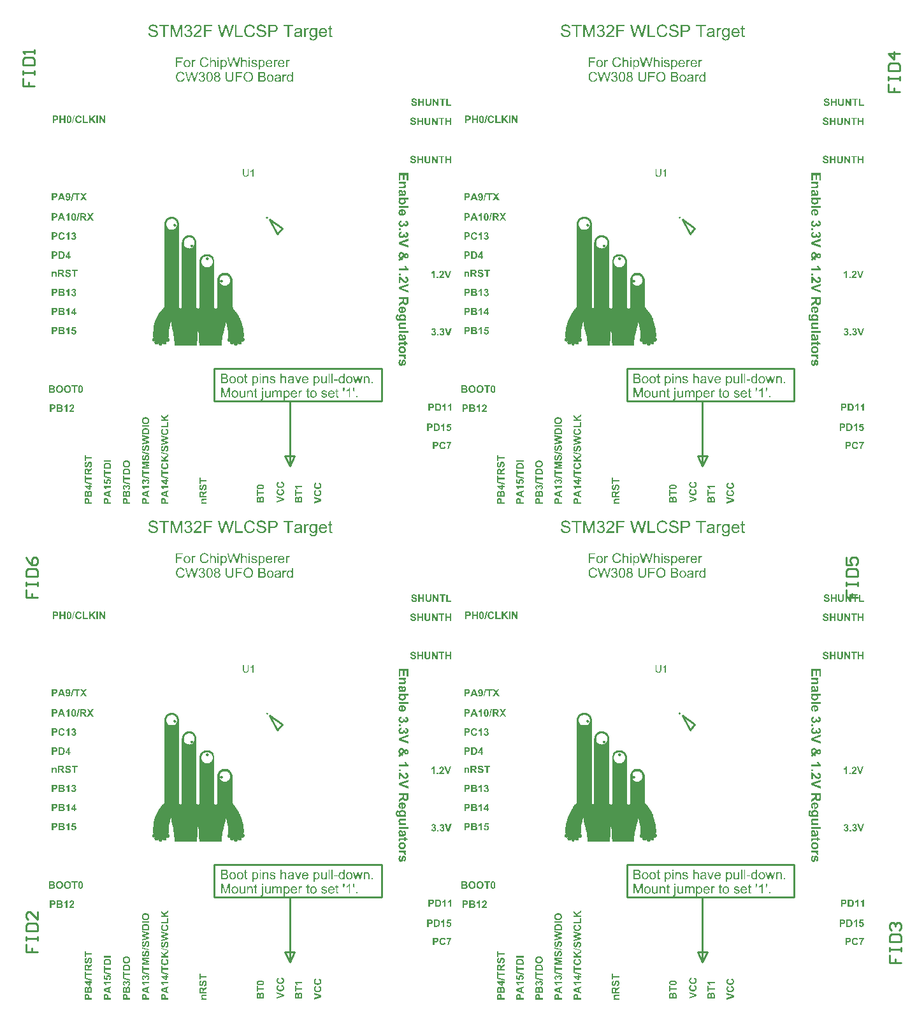
<source format=gto>
G04*
G04 #@! TF.GenerationSoftware,Altium Limited,Altium Designer,20.2.6 (244)*
G04*
G04 Layer_Color=65535*
%FSLAX25Y25*%
%MOIN*%
G70*
G04*
G04 #@! TF.SameCoordinates,F81447C0-1865-472D-A3CA-BC0DD41CEC34*
G04*
G04*
G04 #@! TF.FilePolarity,Positive*
G04*
G01*
G75*
%ADD28C,0.01000*%
%ADD29C,0.00787*%
G36*
X328956Y512288D02*
X329016D01*
X329090Y512279D01*
X329168Y512274D01*
X329261Y512265D01*
X329353Y512251D01*
X329455Y512237D01*
X329663Y512195D01*
X329773Y512168D01*
X329880Y512140D01*
X329986Y512103D01*
X330088Y512061D01*
X330092Y512057D01*
X330111Y512052D01*
X330138Y512038D01*
X330175Y512020D01*
X330222Y511997D01*
X330273Y511964D01*
X330332Y511932D01*
X330393Y511890D01*
X330462Y511849D01*
X330527Y511798D01*
X330596Y511743D01*
X330665Y511683D01*
X330734Y511618D01*
X330799Y511544D01*
X330864Y511470D01*
X330919Y511387D01*
X330924Y511382D01*
X330933Y511368D01*
X330947Y511341D01*
X330965Y511308D01*
X330989Y511267D01*
X331016Y511216D01*
X331039Y511161D01*
X331072Y511096D01*
X331099Y511026D01*
X331127Y510948D01*
X331155Y510865D01*
X331178Y510777D01*
X331201Y510685D01*
X331220Y510588D01*
X331229Y510486D01*
X331238Y510384D01*
X330425Y510324D01*
Y510333D01*
X330420Y510352D01*
X330416Y510384D01*
X330406Y510426D01*
X330397Y510472D01*
X330383Y510532D01*
X330365Y510597D01*
X330342Y510666D01*
X330319Y510740D01*
X330286Y510814D01*
X330249Y510888D01*
X330208Y510966D01*
X330162Y511040D01*
X330106Y511110D01*
X330046Y511179D01*
X329981Y511239D01*
X329977Y511244D01*
X329963Y511253D01*
X329944Y511267D01*
X329912Y511290D01*
X329871Y511313D01*
X329824Y511336D01*
X329769Y511364D01*
X329704Y511396D01*
X329630Y511424D01*
X329547Y511451D01*
X329455Y511475D01*
X329358Y511502D01*
X329247Y511521D01*
X329131Y511535D01*
X329007Y511544D01*
X328873Y511549D01*
X328799D01*
X328748Y511544D01*
X328683Y511539D01*
X328614Y511535D01*
X328531Y511525D01*
X328448Y511512D01*
X328263Y511479D01*
X328170Y511456D01*
X328078Y511428D01*
X327990Y511396D01*
X327902Y511359D01*
X327824Y511318D01*
X327755Y511267D01*
X327750Y511262D01*
X327741Y511253D01*
X327722Y511239D01*
X327699Y511216D01*
X327676Y511188D01*
X327644Y511156D01*
X327616Y511119D01*
X327584Y511077D01*
X327551Y511031D01*
X327519Y510976D01*
X327464Y510860D01*
X327440Y510800D01*
X327422Y510731D01*
X327413Y510662D01*
X327408Y510588D01*
Y510583D01*
Y510574D01*
Y510555D01*
X327413Y510532D01*
X327417Y510500D01*
X327422Y510467D01*
X327440Y510389D01*
X327468Y510296D01*
X327510Y510204D01*
X327537Y510153D01*
X327574Y510107D01*
X327611Y510061D01*
X327653Y510019D01*
X327658Y510015D01*
X327667Y510010D01*
X327681Y509996D01*
X327708Y509982D01*
X327741Y509959D01*
X327787Y509936D01*
X327838Y509908D01*
X327902Y509876D01*
X327981Y509844D01*
X328069Y509807D01*
X328175Y509770D01*
X328291Y509728D01*
X328425Y509687D01*
X328572Y509645D01*
X328739Y509604D01*
X328923Y509557D01*
X328928D01*
X328937Y509553D01*
X328951D01*
X328970Y509548D01*
X328993Y509544D01*
X329020Y509534D01*
X329090Y509520D01*
X329173Y509497D01*
X329270Y509474D01*
X329376Y509451D01*
X329487Y509419D01*
X329723Y509359D01*
X329838Y509326D01*
X329954Y509289D01*
X330065Y509257D01*
X330166Y509220D01*
X330259Y509188D01*
X330337Y509155D01*
X330342Y509151D01*
X330360Y509141D01*
X330393Y509128D01*
X330430Y509109D01*
X330476Y509082D01*
X330527Y509054D01*
X330587Y509017D01*
X330651Y508975D01*
X330716Y508934D01*
X330785Y508883D01*
X330924Y508772D01*
X331053Y508643D01*
X331109Y508573D01*
X331164Y508499D01*
X331169Y508495D01*
X331178Y508481D01*
X331187Y508458D01*
X331206Y508430D01*
X331224Y508393D01*
X331247Y508347D01*
X331275Y508296D01*
X331298Y508241D01*
X331321Y508176D01*
X331349Y508107D01*
X331372Y508033D01*
X331391Y507950D01*
X331409Y507866D01*
X331423Y507779D01*
X331428Y507691D01*
X331432Y507594D01*
Y507589D01*
Y507571D01*
Y507543D01*
X331428Y507506D01*
X331423Y507460D01*
X331418Y507409D01*
X331409Y507349D01*
X331395Y507280D01*
X331381Y507210D01*
X331358Y507132D01*
X331335Y507053D01*
X331307Y506970D01*
X331275Y506887D01*
X331233Y506799D01*
X331187Y506716D01*
X331136Y506628D01*
X331132Y506624D01*
X331122Y506610D01*
X331104Y506587D01*
X331081Y506554D01*
X331053Y506517D01*
X331016Y506471D01*
X330975Y506425D01*
X330924Y506374D01*
X330868Y506319D01*
X330804Y506263D01*
X330734Y506203D01*
X330661Y506143D01*
X330582Y506088D01*
X330494Y506032D01*
X330402Y505981D01*
X330300Y505931D01*
X330296Y505926D01*
X330277Y505921D01*
X330245Y505907D01*
X330203Y505894D01*
X330152Y505875D01*
X330092Y505852D01*
X330023Y505829D01*
X329944Y505806D01*
X329857Y505783D01*
X329760Y505760D01*
X329658Y505741D01*
X329552Y505718D01*
X329441Y505704D01*
X329321Y505690D01*
X329196Y505686D01*
X329071Y505681D01*
X328988D01*
X328928Y505686D01*
X328854Y505690D01*
X328766Y505695D01*
X328669Y505704D01*
X328563Y505714D01*
X328452Y505727D01*
X328337Y505741D01*
X328092Y505787D01*
X327967Y505815D01*
X327847Y505848D01*
X327727Y505889D01*
X327616Y505931D01*
X327611Y505935D01*
X327588Y505944D01*
X327560Y505958D01*
X327519Y505977D01*
X327468Y506005D01*
X327413Y506037D01*
X327348Y506078D01*
X327283Y506120D01*
X327209Y506171D01*
X327135Y506226D01*
X327057Y506291D01*
X326983Y506360D01*
X326905Y506434D01*
X326831Y506513D01*
X326761Y506601D01*
X326697Y506693D01*
X326692Y506698D01*
X326683Y506716D01*
X326664Y506744D01*
X326646Y506781D01*
X326618Y506832D01*
X326590Y506887D01*
X326558Y506952D01*
X326530Y507026D01*
X326498Y507109D01*
X326466Y507197D01*
X326438Y507294D01*
X326410Y507390D01*
X326387Y507497D01*
X326369Y507608D01*
X326355Y507723D01*
X326350Y507843D01*
X327149Y507913D01*
Y507908D01*
X327154Y507890D01*
Y507866D01*
X327163Y507834D01*
X327168Y507793D01*
X327177Y507742D01*
X327191Y507691D01*
X327205Y507631D01*
X327237Y507506D01*
X327283Y507372D01*
X327339Y507243D01*
X327408Y507118D01*
X327413Y507113D01*
X327417Y507104D01*
X327431Y507090D01*
X327450Y507067D01*
X327468Y507039D01*
X327496Y507012D01*
X327528Y506979D01*
X327565Y506942D01*
X327607Y506906D01*
X327658Y506864D01*
X327708Y506822D01*
X327768Y506781D01*
X327829Y506739D01*
X327898Y506698D01*
X327972Y506661D01*
X328050Y506624D01*
X328055D01*
X328069Y506614D01*
X328096Y506605D01*
X328129Y506596D01*
X328170Y506582D01*
X328217Y506564D01*
X328277Y506545D01*
X328337Y506531D01*
X328406Y506513D01*
X328485Y506494D01*
X328563Y506480D01*
X328651Y506462D01*
X328836Y506444D01*
X329034Y506434D01*
X329081D01*
X329117Y506439D01*
X329159D01*
X329205Y506444D01*
X329261Y506448D01*
X329321Y506453D01*
X329455Y506471D01*
X329598Y506494D01*
X329741Y506531D01*
X329884Y506577D01*
X329889D01*
X329903Y506582D01*
X329921Y506591D01*
X329944Y506605D01*
X329977Y506619D01*
X330009Y506637D01*
X330092Y506679D01*
X330180Y506735D01*
X330273Y506804D01*
X330360Y506882D01*
X330434Y506970D01*
Y506975D01*
X330443Y506984D01*
X330453Y506998D01*
X330462Y507016D01*
X330476Y507039D01*
X330494Y507067D01*
X330527Y507136D01*
X330559Y507215D01*
X330591Y507307D01*
X330610Y507414D01*
X330619Y507520D01*
Y507524D01*
Y507534D01*
Y507548D01*
X330614Y507571D01*
Y507598D01*
X330610Y507626D01*
X330596Y507700D01*
X330577Y507779D01*
X330545Y507866D01*
X330499Y507954D01*
X330439Y508042D01*
Y508047D01*
X330430Y508051D01*
X330406Y508079D01*
X330360Y508120D01*
X330332Y508148D01*
X330300Y508176D01*
X330263Y508204D01*
X330222Y508236D01*
X330175Y508268D01*
X330120Y508301D01*
X330065Y508333D01*
X330000Y508365D01*
X329935Y508393D01*
X329861Y508425D01*
X329857D01*
X329847Y508430D01*
X329834Y508435D01*
X329806Y508444D01*
X329773Y508453D01*
X329736Y508467D01*
X329686Y508481D01*
X329626Y508499D01*
X329552Y508523D01*
X329473Y508546D01*
X329381Y508569D01*
X329275Y508596D01*
X329159Y508629D01*
X329025Y508661D01*
X328882Y508698D01*
X328725Y508735D01*
X328720D01*
X328715Y508740D01*
X328702D01*
X328688Y508744D01*
X328642Y508758D01*
X328582Y508772D01*
X328512Y508790D01*
X328429Y508813D01*
X328337Y508837D01*
X328244Y508864D01*
X328041Y508924D01*
X327838Y508994D01*
X327741Y509031D01*
X327648Y509068D01*
X327570Y509100D01*
X327496Y509137D01*
X327491Y509141D01*
X327477Y509146D01*
X327454Y509160D01*
X327422Y509178D01*
X327385Y509202D01*
X327339Y509234D01*
X327293Y509266D01*
X327237Y509303D01*
X327126Y509386D01*
X327015Y509488D01*
X326905Y509604D01*
X326858Y509668D01*
X326812Y509733D01*
X326807Y509737D01*
X326803Y509751D01*
X326794Y509770D01*
X326780Y509798D01*
X326761Y509830D01*
X326743Y509867D01*
X326724Y509913D01*
X326701Y509964D01*
X326683Y510024D01*
X326660Y510084D01*
X326627Y510218D01*
X326600Y510366D01*
X326595Y510444D01*
X326590Y510528D01*
Y510532D01*
Y510551D01*
Y510574D01*
X326595Y510611D01*
X326600Y510652D01*
X326604Y510703D01*
X326613Y510758D01*
X326623Y510823D01*
X326641Y510892D01*
X326655Y510962D01*
X326678Y511036D01*
X326706Y511114D01*
X326738Y511193D01*
X326775Y511271D01*
X326817Y511354D01*
X326863Y511433D01*
X326868Y511438D01*
X326877Y511451D01*
X326891Y511475D01*
X326914Y511502D01*
X326941Y511539D01*
X326978Y511576D01*
X327020Y511622D01*
X327066Y511669D01*
X327117Y511720D01*
X327177Y511775D01*
X327242Y511826D01*
X327316Y511881D01*
X327394Y511932D01*
X327477Y511983D01*
X327565Y512029D01*
X327662Y512071D01*
X327667Y512075D01*
X327685Y512080D01*
X327713Y512089D01*
X327755Y512108D01*
X327805Y512121D01*
X327861Y512140D01*
X327930Y512163D01*
X328009Y512182D01*
X328092Y512205D01*
X328180Y512223D01*
X328277Y512242D01*
X328378Y512260D01*
X328489Y512274D01*
X328600Y512283D01*
X328715Y512288D01*
X328836Y512292D01*
X328905D01*
X328956Y512288D01*
D02*
G37*
G36*
X113168D02*
X113228D01*
X113302Y512279D01*
X113381Y512274D01*
X113473Y512265D01*
X113566Y512251D01*
X113667Y512237D01*
X113875Y512195D01*
X113986Y512168D01*
X114092Y512140D01*
X114199Y512103D01*
X114300Y512061D01*
X114305Y512057D01*
X114323Y512052D01*
X114351Y512038D01*
X114388Y512020D01*
X114434Y511997D01*
X114485Y511964D01*
X114545Y511932D01*
X114605Y511890D01*
X114674Y511849D01*
X114739Y511798D01*
X114808Y511743D01*
X114878Y511683D01*
X114947Y511618D01*
X115012Y511544D01*
X115076Y511470D01*
X115132Y511387D01*
X115137Y511382D01*
X115146Y511368D01*
X115160Y511341D01*
X115178Y511308D01*
X115201Y511267D01*
X115229Y511216D01*
X115252Y511161D01*
X115284Y511096D01*
X115312Y511026D01*
X115340Y510948D01*
X115367Y510865D01*
X115391Y510777D01*
X115414Y510685D01*
X115432Y510588D01*
X115441Y510486D01*
X115451Y510384D01*
X114637Y510324D01*
Y510333D01*
X114633Y510352D01*
X114628Y510384D01*
X114619Y510426D01*
X114610Y510472D01*
X114596Y510532D01*
X114577Y510597D01*
X114554Y510666D01*
X114531Y510740D01*
X114499Y510814D01*
X114462Y510888D01*
X114420Y510966D01*
X114374Y511040D01*
X114319Y511110D01*
X114259Y511179D01*
X114194Y511239D01*
X114189Y511244D01*
X114175Y511253D01*
X114157Y511267D01*
X114125Y511290D01*
X114083Y511313D01*
X114037Y511336D01*
X113981Y511364D01*
X113917Y511396D01*
X113843Y511424D01*
X113760Y511451D01*
X113667Y511475D01*
X113570Y511502D01*
X113459Y511521D01*
X113344Y511535D01*
X113219Y511544D01*
X113085Y511549D01*
X113011D01*
X112960Y511544D01*
X112896Y511539D01*
X112827Y511535D01*
X112743Y511525D01*
X112660Y511512D01*
X112475Y511479D01*
X112383Y511456D01*
X112291Y511428D01*
X112203Y511396D01*
X112115Y511359D01*
X112036Y511318D01*
X111967Y511267D01*
X111962Y511262D01*
X111953Y511253D01*
X111935Y511239D01*
X111912Y511216D01*
X111889Y511188D01*
X111856Y511156D01*
X111828Y511119D01*
X111796Y511077D01*
X111764Y511031D01*
X111732Y510976D01*
X111676Y510860D01*
X111653Y510800D01*
X111635Y510731D01*
X111625Y510662D01*
X111621Y510588D01*
Y510583D01*
Y510574D01*
Y510555D01*
X111625Y510532D01*
X111630Y510500D01*
X111635Y510467D01*
X111653Y510389D01*
X111681Y510296D01*
X111722Y510204D01*
X111750Y510153D01*
X111787Y510107D01*
X111824Y510061D01*
X111865Y510019D01*
X111870Y510015D01*
X111879Y510010D01*
X111893Y509996D01*
X111921Y509982D01*
X111953Y509959D01*
X111999Y509936D01*
X112050Y509908D01*
X112115Y509876D01*
X112194Y509844D01*
X112281Y509807D01*
X112388Y509770D01*
X112503Y509728D01*
X112637Y509687D01*
X112785Y509645D01*
X112951Y509604D01*
X113136Y509557D01*
X113141D01*
X113150Y509553D01*
X113164D01*
X113182Y509548D01*
X113205Y509544D01*
X113233Y509534D01*
X113302Y509520D01*
X113385Y509497D01*
X113482Y509474D01*
X113589Y509451D01*
X113700Y509419D01*
X113935Y509359D01*
X114051Y509326D01*
X114166Y509289D01*
X114277Y509257D01*
X114379Y509220D01*
X114471Y509188D01*
X114550Y509155D01*
X114554Y509151D01*
X114573Y509141D01*
X114605Y509128D01*
X114642Y509109D01*
X114688Y509082D01*
X114739Y509054D01*
X114799Y509017D01*
X114864Y508975D01*
X114929Y508934D01*
X114998Y508883D01*
X115137Y508772D01*
X115266Y508643D01*
X115321Y508573D01*
X115377Y508499D01*
X115381Y508495D01*
X115391Y508481D01*
X115400Y508458D01*
X115418Y508430D01*
X115437Y508393D01*
X115460Y508347D01*
X115488Y508296D01*
X115511Y508241D01*
X115534Y508176D01*
X115561Y508107D01*
X115585Y508033D01*
X115603Y507950D01*
X115622Y507866D01*
X115635Y507779D01*
X115640Y507691D01*
X115645Y507594D01*
Y507589D01*
Y507571D01*
Y507543D01*
X115640Y507506D01*
X115635Y507460D01*
X115631Y507409D01*
X115622Y507349D01*
X115608Y507280D01*
X115594Y507210D01*
X115571Y507132D01*
X115548Y507053D01*
X115520Y506970D01*
X115488Y506887D01*
X115446Y506799D01*
X115400Y506716D01*
X115349Y506628D01*
X115344Y506624D01*
X115335Y506610D01*
X115317Y506587D01*
X115294Y506554D01*
X115266Y506517D01*
X115229Y506471D01*
X115187Y506425D01*
X115137Y506374D01*
X115081Y506319D01*
X115016Y506263D01*
X114947Y506203D01*
X114873Y506143D01*
X114795Y506088D01*
X114707Y506032D01*
X114614Y505981D01*
X114513Y505931D01*
X114508Y505926D01*
X114490Y505921D01*
X114457Y505907D01*
X114416Y505894D01*
X114365Y505875D01*
X114305Y505852D01*
X114236Y505829D01*
X114157Y505806D01*
X114069Y505783D01*
X113972Y505760D01*
X113871Y505741D01*
X113764Y505718D01*
X113653Y505704D01*
X113533Y505690D01*
X113409Y505686D01*
X113284Y505681D01*
X113201D01*
X113141Y505686D01*
X113067Y505690D01*
X112979Y505695D01*
X112882Y505704D01*
X112776Y505714D01*
X112665Y505727D01*
X112549Y505741D01*
X112304Y505787D01*
X112180Y505815D01*
X112059Y505848D01*
X111939Y505889D01*
X111828Y505931D01*
X111824Y505935D01*
X111801Y505944D01*
X111773Y505958D01*
X111732Y505977D01*
X111681Y506005D01*
X111625Y506037D01*
X111561Y506078D01*
X111496Y506120D01*
X111422Y506171D01*
X111348Y506226D01*
X111269Y506291D01*
X111196Y506360D01*
X111117Y506434D01*
X111043Y506513D01*
X110974Y506601D01*
X110909Y506693D01*
X110905Y506698D01*
X110895Y506716D01*
X110877Y506744D01*
X110858Y506781D01*
X110831Y506832D01*
X110803Y506887D01*
X110771Y506952D01*
X110743Y507026D01*
X110711Y507109D01*
X110678Y507197D01*
X110651Y507294D01*
X110623Y507390D01*
X110600Y507497D01*
X110581Y507608D01*
X110567Y507723D01*
X110563Y507843D01*
X111362Y507913D01*
Y507908D01*
X111367Y507890D01*
Y507866D01*
X111376Y507834D01*
X111380Y507793D01*
X111390Y507742D01*
X111404Y507691D01*
X111417Y507631D01*
X111450Y507506D01*
X111496Y507372D01*
X111551Y507243D01*
X111621Y507118D01*
X111625Y507113D01*
X111630Y507104D01*
X111644Y507090D01*
X111662Y507067D01*
X111681Y507039D01*
X111708Y507012D01*
X111741Y506979D01*
X111778Y506942D01*
X111819Y506906D01*
X111870Y506864D01*
X111921Y506822D01*
X111981Y506781D01*
X112041Y506739D01*
X112110Y506698D01*
X112184Y506661D01*
X112263Y506624D01*
X112267D01*
X112281Y506614D01*
X112309Y506605D01*
X112341Y506596D01*
X112383Y506582D01*
X112429Y506564D01*
X112489Y506545D01*
X112549Y506531D01*
X112619Y506513D01*
X112697Y506494D01*
X112776Y506480D01*
X112863Y506462D01*
X113048Y506444D01*
X113247Y506434D01*
X113293D01*
X113330Y506439D01*
X113372D01*
X113418Y506444D01*
X113473Y506448D01*
X113533Y506453D01*
X113667Y506471D01*
X113811Y506494D01*
X113954Y506531D01*
X114097Y506577D01*
X114102D01*
X114116Y506582D01*
X114134Y506591D01*
X114157Y506605D01*
X114189Y506619D01*
X114222Y506637D01*
X114305Y506679D01*
X114393Y506735D01*
X114485Y506804D01*
X114573Y506882D01*
X114647Y506970D01*
Y506975D01*
X114656Y506984D01*
X114665Y506998D01*
X114674Y507016D01*
X114688Y507039D01*
X114707Y507067D01*
X114739Y507136D01*
X114771Y507215D01*
X114804Y507307D01*
X114822Y507414D01*
X114831Y507520D01*
Y507524D01*
Y507534D01*
Y507548D01*
X114827Y507571D01*
Y507598D01*
X114822Y507626D01*
X114808Y507700D01*
X114790Y507779D01*
X114758Y507866D01*
X114711Y507954D01*
X114651Y508042D01*
Y508047D01*
X114642Y508051D01*
X114619Y508079D01*
X114573Y508120D01*
X114545Y508148D01*
X114513Y508176D01*
X114476Y508204D01*
X114434Y508236D01*
X114388Y508268D01*
X114333Y508301D01*
X114277Y508333D01*
X114213Y508365D01*
X114148Y508393D01*
X114074Y508425D01*
X114069D01*
X114060Y508430D01*
X114046Y508435D01*
X114018Y508444D01*
X113986Y508453D01*
X113949Y508467D01*
X113898Y508481D01*
X113838Y508499D01*
X113764Y508523D01*
X113686Y508546D01*
X113593Y508569D01*
X113487Y508596D01*
X113372Y508629D01*
X113238Y508661D01*
X113094Y508698D01*
X112937Y508735D01*
X112933D01*
X112928Y508740D01*
X112914D01*
X112900Y508744D01*
X112854Y508758D01*
X112794Y508772D01*
X112725Y508790D01*
X112642Y508813D01*
X112549Y508837D01*
X112457Y508864D01*
X112254Y508924D01*
X112050Y508994D01*
X111953Y509031D01*
X111861Y509068D01*
X111782Y509100D01*
X111708Y509137D01*
X111704Y509141D01*
X111690Y509146D01*
X111667Y509160D01*
X111635Y509178D01*
X111598Y509202D01*
X111551Y509234D01*
X111505Y509266D01*
X111450Y509303D01*
X111339Y509386D01*
X111228Y509488D01*
X111117Y509604D01*
X111071Y509668D01*
X111025Y509733D01*
X111020Y509737D01*
X111015Y509751D01*
X111006Y509770D01*
X110992Y509798D01*
X110974Y509830D01*
X110955Y509867D01*
X110937Y509913D01*
X110914Y509964D01*
X110895Y510024D01*
X110872Y510084D01*
X110840Y510218D01*
X110812Y510366D01*
X110808Y510444D01*
X110803Y510528D01*
Y510532D01*
Y510551D01*
Y510574D01*
X110808Y510611D01*
X110812Y510652D01*
X110817Y510703D01*
X110826Y510758D01*
X110835Y510823D01*
X110854Y510892D01*
X110868Y510962D01*
X110891Y511036D01*
X110918Y511114D01*
X110951Y511193D01*
X110988Y511271D01*
X111029Y511354D01*
X111075Y511433D01*
X111080Y511438D01*
X111089Y511451D01*
X111103Y511475D01*
X111126Y511502D01*
X111154Y511539D01*
X111191Y511576D01*
X111233Y511622D01*
X111279Y511669D01*
X111330Y511720D01*
X111390Y511775D01*
X111454Y511826D01*
X111528Y511881D01*
X111607Y511932D01*
X111690Y511983D01*
X111778Y512029D01*
X111875Y512071D01*
X111879Y512075D01*
X111898Y512080D01*
X111926Y512089D01*
X111967Y512108D01*
X112018Y512121D01*
X112073Y512140D01*
X112143Y512163D01*
X112221Y512182D01*
X112304Y512205D01*
X112392Y512223D01*
X112489Y512242D01*
X112591Y512260D01*
X112702Y512274D01*
X112813Y512283D01*
X112928Y512288D01*
X113048Y512292D01*
X113118D01*
X113168Y512288D01*
D02*
G37*
G36*
X272393Y512288D02*
X272453D01*
X272527Y512279D01*
X272606Y512274D01*
X272698Y512265D01*
X272790Y512251D01*
X272892Y512237D01*
X273100Y512195D01*
X273211Y512168D01*
X273317Y512140D01*
X273423Y512103D01*
X273525Y512061D01*
X273530Y512057D01*
X273548Y512052D01*
X273576Y512038D01*
X273613Y512020D01*
X273659Y511997D01*
X273710Y511964D01*
X273770Y511932D01*
X273830Y511890D01*
X273899Y511849D01*
X273964Y511798D01*
X274033Y511743D01*
X274102Y511683D01*
X274172Y511618D01*
X274236Y511544D01*
X274301Y511470D01*
X274357Y511387D01*
X274361Y511382D01*
X274371Y511368D01*
X274384Y511341D01*
X274403Y511308D01*
X274426Y511267D01*
X274454Y511216D01*
X274477Y511161D01*
X274509Y511096D01*
X274537Y511026D01*
X274565Y510948D01*
X274592Y510865D01*
X274615Y510777D01*
X274638Y510685D01*
X274657Y510588D01*
X274666Y510486D01*
X274675Y510384D01*
X273862Y510324D01*
Y510333D01*
X273858Y510352D01*
X273853Y510384D01*
X273844Y510426D01*
X273834Y510472D01*
X273821Y510532D01*
X273802Y510597D01*
X273779Y510666D01*
X273756Y510740D01*
X273724Y510814D01*
X273687Y510888D01*
X273645Y510966D01*
X273599Y511040D01*
X273544Y511110D01*
X273483Y511179D01*
X273419Y511239D01*
X273414Y511244D01*
X273400Y511253D01*
X273382Y511267D01*
X273349Y511290D01*
X273308Y511313D01*
X273262Y511336D01*
X273206Y511364D01*
X273142Y511396D01*
X273068Y511424D01*
X272985Y511451D01*
X272892Y511475D01*
X272795Y511502D01*
X272684Y511521D01*
X272569Y511535D01*
X272444Y511544D01*
X272310Y511549D01*
X272236D01*
X272185Y511544D01*
X272120Y511539D01*
X272051Y511535D01*
X271968Y511525D01*
X271885Y511512D01*
X271700Y511479D01*
X271608Y511456D01*
X271515Y511428D01*
X271427Y511396D01*
X271340Y511359D01*
X271261Y511317D01*
X271192Y511267D01*
X271187Y511262D01*
X271178Y511253D01*
X271160Y511239D01*
X271136Y511216D01*
X271113Y511188D01*
X271081Y511156D01*
X271053Y511119D01*
X271021Y511077D01*
X270989Y511031D01*
X270956Y510976D01*
X270901Y510860D01*
X270878Y510800D01*
X270859Y510731D01*
X270850Y510662D01*
X270845Y510588D01*
Y510583D01*
Y510574D01*
Y510555D01*
X270850Y510532D01*
X270855Y510500D01*
X270859Y510467D01*
X270878Y510389D01*
X270905Y510296D01*
X270947Y510204D01*
X270975Y510153D01*
X271012Y510107D01*
X271049Y510061D01*
X271090Y510019D01*
X271095Y510015D01*
X271104Y510010D01*
X271118Y509996D01*
X271146Y509982D01*
X271178Y509959D01*
X271224Y509936D01*
X271275Y509908D01*
X271340Y509876D01*
X271418Y509844D01*
X271506Y509807D01*
X271612Y509770D01*
X271728Y509728D01*
X271862Y509687D01*
X272010Y509645D01*
X272176Y509604D01*
X272361Y509557D01*
X272365D01*
X272375Y509553D01*
X272389D01*
X272407Y509548D01*
X272430Y509544D01*
X272458Y509534D01*
X272527Y509520D01*
X272610Y509497D01*
X272707Y509474D01*
X272814Y509451D01*
X272924Y509419D01*
X273160Y509359D01*
X273275Y509326D01*
X273391Y509289D01*
X273502Y509257D01*
X273604Y509220D01*
X273696Y509188D01*
X273775Y509155D01*
X273779Y509151D01*
X273798Y509141D01*
X273830Y509128D01*
X273867Y509109D01*
X273913Y509082D01*
X273964Y509054D01*
X274024Y509017D01*
X274089Y508975D01*
X274153Y508934D01*
X274223Y508883D01*
X274361Y508772D01*
X274491Y508643D01*
X274546Y508573D01*
X274602Y508499D01*
X274606Y508495D01*
X274615Y508481D01*
X274625Y508458D01*
X274643Y508430D01*
X274661Y508393D01*
X274685Y508347D01*
X274712Y508296D01*
X274735Y508241D01*
X274759Y508176D01*
X274786Y508107D01*
X274809Y508033D01*
X274828Y507950D01*
X274846Y507866D01*
X274860Y507779D01*
X274865Y507691D01*
X274869Y507594D01*
Y507589D01*
Y507571D01*
Y507543D01*
X274865Y507506D01*
X274860Y507460D01*
X274856Y507409D01*
X274846Y507349D01*
X274833Y507280D01*
X274819Y507210D01*
X274796Y507132D01*
X274772Y507053D01*
X274745Y506970D01*
X274712Y506887D01*
X274671Y506799D01*
X274625Y506716D01*
X274574Y506628D01*
X274569Y506624D01*
X274560Y506610D01*
X274541Y506587D01*
X274518Y506554D01*
X274491Y506517D01*
X274454Y506471D01*
X274412Y506425D01*
X274361Y506374D01*
X274306Y506319D01*
X274241Y506263D01*
X274172Y506203D01*
X274098Y506143D01*
X274019Y506088D01*
X273932Y506032D01*
X273839Y505981D01*
X273738Y505931D01*
X273733Y505926D01*
X273714Y505921D01*
X273682Y505907D01*
X273640Y505894D01*
X273590Y505875D01*
X273530Y505852D01*
X273460Y505829D01*
X273382Y505806D01*
X273294Y505783D01*
X273197Y505760D01*
X273095Y505741D01*
X272989Y505718D01*
X272878Y505704D01*
X272758Y505690D01*
X272633Y505686D01*
X272509Y505681D01*
X272425D01*
X272365Y505686D01*
X272291Y505690D01*
X272204Y505695D01*
X272107Y505704D01*
X272000Y505714D01*
X271889Y505727D01*
X271774Y505741D01*
X271529Y505787D01*
X271404Y505815D01*
X271284Y505848D01*
X271164Y505889D01*
X271053Y505931D01*
X271049Y505935D01*
X271026Y505944D01*
X270998Y505958D01*
X270956Y505977D01*
X270905Y506004D01*
X270850Y506037D01*
X270785Y506078D01*
X270721Y506120D01*
X270647Y506171D01*
X270573Y506226D01*
X270494Y506291D01*
X270420Y506360D01*
X270342Y506434D01*
X270268Y506513D01*
X270199Y506601D01*
X270134Y506693D01*
X270129Y506698D01*
X270120Y506716D01*
X270102Y506744D01*
X270083Y506781D01*
X270055Y506832D01*
X270028Y506887D01*
X269995Y506952D01*
X269968Y507026D01*
X269935Y507109D01*
X269903Y507197D01*
X269875Y507294D01*
X269847Y507390D01*
X269824Y507497D01*
X269806Y507608D01*
X269792Y507723D01*
X269787Y507843D01*
X270587Y507913D01*
Y507908D01*
X270591Y507890D01*
Y507866D01*
X270601Y507834D01*
X270605Y507793D01*
X270614Y507742D01*
X270628Y507691D01*
X270642Y507631D01*
X270674Y507506D01*
X270721Y507372D01*
X270776Y507243D01*
X270845Y507118D01*
X270850Y507113D01*
X270855Y507104D01*
X270868Y507090D01*
X270887Y507067D01*
X270905Y507039D01*
X270933Y507012D01*
X270966Y506979D01*
X271003Y506942D01*
X271044Y506905D01*
X271095Y506864D01*
X271146Y506822D01*
X271206Y506781D01*
X271266Y506739D01*
X271335Y506698D01*
X271409Y506661D01*
X271488Y506624D01*
X271492D01*
X271506Y506614D01*
X271534Y506605D01*
X271566Y506596D01*
X271608Y506582D01*
X271654Y506564D01*
X271714Y506545D01*
X271774Y506531D01*
X271843Y506513D01*
X271922Y506494D01*
X272000Y506480D01*
X272088Y506462D01*
X272273Y506443D01*
X272472Y506434D01*
X272518D01*
X272555Y506439D01*
X272596D01*
X272643Y506443D01*
X272698Y506448D01*
X272758Y506453D01*
X272892Y506471D01*
X273035Y506494D01*
X273179Y506531D01*
X273322Y506577D01*
X273326D01*
X273340Y506582D01*
X273359Y506591D01*
X273382Y506605D01*
X273414Y506619D01*
X273446Y506637D01*
X273530Y506679D01*
X273617Y506735D01*
X273710Y506804D01*
X273798Y506882D01*
X273871Y506970D01*
Y506975D01*
X273881Y506984D01*
X273890Y506998D01*
X273899Y507016D01*
X273913Y507039D01*
X273932Y507067D01*
X273964Y507136D01*
X273996Y507215D01*
X274029Y507307D01*
X274047Y507414D01*
X274056Y507520D01*
Y507524D01*
Y507534D01*
Y507548D01*
X274052Y507571D01*
Y507598D01*
X274047Y507626D01*
X274033Y507700D01*
X274015Y507779D01*
X273982Y507866D01*
X273936Y507954D01*
X273876Y508042D01*
Y508047D01*
X273867Y508051D01*
X273844Y508079D01*
X273798Y508120D01*
X273770Y508148D01*
X273738Y508176D01*
X273701Y508204D01*
X273659Y508236D01*
X273613Y508268D01*
X273557Y508301D01*
X273502Y508333D01*
X273437Y508365D01*
X273373Y508393D01*
X273299Y508425D01*
X273294D01*
X273285Y508430D01*
X273271Y508435D01*
X273243Y508444D01*
X273211Y508453D01*
X273174Y508467D01*
X273123Y508481D01*
X273063Y508499D01*
X272989Y508522D01*
X272910Y508545D01*
X272818Y508569D01*
X272712Y508596D01*
X272596Y508629D01*
X272462Y508661D01*
X272319Y508698D01*
X272162Y508735D01*
X272158D01*
X272153Y508740D01*
X272139D01*
X272125Y508744D01*
X272079Y508758D01*
X272019Y508772D01*
X271950Y508790D01*
X271866Y508813D01*
X271774Y508837D01*
X271682Y508864D01*
X271478Y508924D01*
X271275Y508994D01*
X271178Y509031D01*
X271086Y509068D01*
X271007Y509100D01*
X270933Y509137D01*
X270929Y509141D01*
X270915Y509146D01*
X270892Y509160D01*
X270859Y509178D01*
X270822Y509202D01*
X270776Y509234D01*
X270730Y509266D01*
X270674Y509303D01*
X270564Y509386D01*
X270453Y509488D01*
X270342Y509604D01*
X270296Y509668D01*
X270249Y509733D01*
X270245Y509737D01*
X270240Y509751D01*
X270231Y509770D01*
X270217Y509798D01*
X270199Y509830D01*
X270180Y509867D01*
X270162Y509913D01*
X270139Y509964D01*
X270120Y510024D01*
X270097Y510084D01*
X270065Y510218D01*
X270037Y510366D01*
X270032Y510444D01*
X270028Y510528D01*
Y510532D01*
Y510551D01*
Y510574D01*
X270032Y510611D01*
X270037Y510652D01*
X270041Y510703D01*
X270051Y510758D01*
X270060Y510823D01*
X270078Y510892D01*
X270092Y510962D01*
X270115Y511036D01*
X270143Y511114D01*
X270176Y511193D01*
X270213Y511271D01*
X270254Y511354D01*
X270300Y511433D01*
X270305Y511438D01*
X270314Y511451D01*
X270328Y511475D01*
X270351Y511502D01*
X270379Y511539D01*
X270416Y511576D01*
X270457Y511622D01*
X270503Y511669D01*
X270554Y511720D01*
X270614Y511775D01*
X270679Y511826D01*
X270753Y511881D01*
X270831Y511932D01*
X270915Y511983D01*
X271003Y512029D01*
X271099Y512071D01*
X271104Y512075D01*
X271123Y512080D01*
X271150Y512089D01*
X271192Y512108D01*
X271243Y512121D01*
X271298Y512140D01*
X271368Y512163D01*
X271446Y512182D01*
X271529Y512205D01*
X271617Y512223D01*
X271714Y512242D01*
X271816Y512260D01*
X271926Y512274D01*
X272037Y512283D01*
X272153Y512288D01*
X272273Y512292D01*
X272342D01*
X272393Y512288D01*
D02*
G37*
G36*
X56606D02*
X56666D01*
X56740Y512279D01*
X56818Y512274D01*
X56911Y512265D01*
X57003Y512251D01*
X57105Y512237D01*
X57313Y512195D01*
X57423Y512168D01*
X57530Y512140D01*
X57636Y512103D01*
X57738Y512061D01*
X57742Y512057D01*
X57761Y512052D01*
X57788Y512038D01*
X57825Y512020D01*
X57872Y511997D01*
X57922Y511964D01*
X57982Y511932D01*
X58043Y511890D01*
X58112Y511849D01*
X58176Y511798D01*
X58246Y511743D01*
X58315Y511683D01*
X58384Y511618D01*
X58449Y511544D01*
X58514Y511470D01*
X58569Y511387D01*
X58574Y511382D01*
X58583Y511368D01*
X58597Y511341D01*
X58615Y511308D01*
X58639Y511267D01*
X58666Y511216D01*
X58689Y511161D01*
X58722Y511096D01*
X58749Y511026D01*
X58777Y510948D01*
X58805Y510865D01*
X58828Y510777D01*
X58851Y510685D01*
X58869Y510588D01*
X58879Y510486D01*
X58888Y510384D01*
X58075Y510324D01*
Y510333D01*
X58070Y510352D01*
X58066Y510384D01*
X58056Y510426D01*
X58047Y510472D01*
X58033Y510532D01*
X58015Y510597D01*
X57992Y510666D01*
X57969Y510740D01*
X57936Y510814D01*
X57899Y510888D01*
X57858Y510966D01*
X57811Y511040D01*
X57756Y511110D01*
X57696Y511179D01*
X57631Y511239D01*
X57627Y511244D01*
X57613Y511253D01*
X57594Y511267D01*
X57562Y511290D01*
X57521Y511313D01*
X57474Y511336D01*
X57419Y511364D01*
X57354Y511396D01*
X57280Y511424D01*
X57197Y511451D01*
X57105Y511475D01*
X57008Y511502D01*
X56897Y511521D01*
X56781Y511535D01*
X56656Y511544D01*
X56523Y511549D01*
X56449D01*
X56398Y511544D01*
X56333Y511539D01*
X56264Y511535D01*
X56181Y511525D01*
X56098Y511512D01*
X55913Y511479D01*
X55820Y511456D01*
X55728Y511428D01*
X55640Y511396D01*
X55552Y511359D01*
X55474Y511317D01*
X55405Y511267D01*
X55400Y511262D01*
X55391Y511253D01*
X55372Y511239D01*
X55349Y511216D01*
X55326Y511188D01*
X55294Y511156D01*
X55266Y511119D01*
X55234Y511077D01*
X55201Y511031D01*
X55169Y510976D01*
X55113Y510860D01*
X55090Y510800D01*
X55072Y510731D01*
X55063Y510662D01*
X55058Y510588D01*
Y510583D01*
Y510574D01*
Y510555D01*
X55063Y510532D01*
X55067Y510500D01*
X55072Y510467D01*
X55090Y510389D01*
X55118Y510296D01*
X55160Y510204D01*
X55187Y510153D01*
X55224Y510107D01*
X55261Y510061D01*
X55303Y510019D01*
X55308Y510015D01*
X55317Y510010D01*
X55331Y509996D01*
X55358Y509982D01*
X55391Y509959D01*
X55437Y509936D01*
X55488Y509908D01*
X55552Y509876D01*
X55631Y509844D01*
X55719Y509807D01*
X55825Y509770D01*
X55940Y509728D01*
X56074Y509687D01*
X56222Y509645D01*
X56388Y509604D01*
X56573Y509557D01*
X56578D01*
X56587Y509553D01*
X56601D01*
X56620Y509548D01*
X56643Y509544D01*
X56670Y509534D01*
X56740Y509520D01*
X56823Y509497D01*
X56920Y509474D01*
X57026Y509451D01*
X57137Y509419D01*
X57373Y509359D01*
X57488Y509326D01*
X57604Y509289D01*
X57714Y509257D01*
X57816Y509220D01*
X57908Y509188D01*
X57987Y509155D01*
X57992Y509151D01*
X58010Y509141D01*
X58043Y509128D01*
X58079Y509109D01*
X58126Y509082D01*
X58176Y509054D01*
X58236Y509017D01*
X58301Y508975D01*
X58366Y508934D01*
X58435Y508883D01*
X58574Y508772D01*
X58703Y508643D01*
X58759Y508573D01*
X58814Y508499D01*
X58819Y508495D01*
X58828Y508481D01*
X58837Y508458D01*
X58856Y508430D01*
X58874Y508393D01*
X58897Y508347D01*
X58925Y508296D01*
X58948Y508241D01*
X58971Y508176D01*
X58999Y508107D01*
X59022Y508033D01*
X59040Y507950D01*
X59059Y507866D01*
X59073Y507779D01*
X59077Y507691D01*
X59082Y507594D01*
Y507589D01*
Y507571D01*
Y507543D01*
X59077Y507506D01*
X59073Y507460D01*
X59068Y507409D01*
X59059Y507349D01*
X59045Y507280D01*
X59031Y507210D01*
X59008Y507132D01*
X58985Y507053D01*
X58957Y506970D01*
X58925Y506887D01*
X58883Y506799D01*
X58837Y506716D01*
X58786Y506628D01*
X58782Y506624D01*
X58772Y506610D01*
X58754Y506587D01*
X58731Y506554D01*
X58703Y506517D01*
X58666Y506471D01*
X58625Y506425D01*
X58574Y506374D01*
X58518Y506319D01*
X58454Y506263D01*
X58384Y506203D01*
X58311Y506143D01*
X58232Y506088D01*
X58144Y506032D01*
X58052Y505981D01*
X57950Y505931D01*
X57946Y505926D01*
X57927Y505921D01*
X57895Y505907D01*
X57853Y505894D01*
X57802Y505875D01*
X57742Y505852D01*
X57673Y505829D01*
X57594Y505806D01*
X57507Y505783D01*
X57410Y505760D01*
X57308Y505741D01*
X57202Y505718D01*
X57091Y505704D01*
X56971Y505690D01*
X56846Y505686D01*
X56721Y505681D01*
X56638D01*
X56578Y505686D01*
X56504Y505690D01*
X56416Y505695D01*
X56319Y505704D01*
X56213Y505714D01*
X56102Y505727D01*
X55987Y505741D01*
X55742Y505787D01*
X55617Y505815D01*
X55497Y505848D01*
X55377Y505889D01*
X55266Y505931D01*
X55261Y505935D01*
X55238Y505944D01*
X55211Y505958D01*
X55169Y505977D01*
X55118Y506004D01*
X55063Y506037D01*
X54998Y506078D01*
X54933Y506120D01*
X54859Y506171D01*
X54785Y506226D01*
X54707Y506291D01*
X54633Y506360D01*
X54554Y506434D01*
X54480Y506513D01*
X54411Y506601D01*
X54347Y506693D01*
X54342Y506698D01*
X54333Y506716D01*
X54314Y506744D01*
X54296Y506781D01*
X54268Y506832D01*
X54240Y506887D01*
X54208Y506952D01*
X54180Y507026D01*
X54148Y507109D01*
X54115Y507197D01*
X54088Y507294D01*
X54060Y507390D01*
X54037Y507497D01*
X54018Y507608D01*
X54005Y507723D01*
X54000Y507843D01*
X54799Y507913D01*
Y507908D01*
X54804Y507890D01*
Y507866D01*
X54813Y507834D01*
X54818Y507793D01*
X54827Y507742D01*
X54841Y507691D01*
X54855Y507631D01*
X54887Y507506D01*
X54933Y507372D01*
X54989Y507243D01*
X55058Y507118D01*
X55063Y507113D01*
X55067Y507104D01*
X55081Y507090D01*
X55100Y507067D01*
X55118Y507039D01*
X55146Y507012D01*
X55178Y506979D01*
X55215Y506942D01*
X55257Y506905D01*
X55308Y506864D01*
X55358Y506822D01*
X55418Y506781D01*
X55478Y506739D01*
X55548Y506698D01*
X55622Y506661D01*
X55700Y506624D01*
X55705D01*
X55719Y506614D01*
X55746Y506605D01*
X55779Y506596D01*
X55820Y506582D01*
X55866Y506564D01*
X55927Y506545D01*
X55987Y506531D01*
X56056Y506513D01*
X56134Y506494D01*
X56213Y506480D01*
X56301Y506462D01*
X56486Y506443D01*
X56684Y506434D01*
X56730D01*
X56767Y506439D01*
X56809D01*
X56855Y506443D01*
X56911Y506448D01*
X56971Y506453D01*
X57105Y506471D01*
X57248Y506494D01*
X57391Y506531D01*
X57534Y506577D01*
X57539D01*
X57553Y506582D01*
X57571Y506591D01*
X57594Y506605D01*
X57627Y506619D01*
X57659Y506637D01*
X57742Y506679D01*
X57830Y506735D01*
X57922Y506804D01*
X58010Y506882D01*
X58084Y506970D01*
Y506975D01*
X58093Y506984D01*
X58103Y506998D01*
X58112Y507016D01*
X58126Y507039D01*
X58144Y507067D01*
X58176Y507136D01*
X58209Y507215D01*
X58241Y507307D01*
X58260Y507414D01*
X58269Y507520D01*
Y507524D01*
Y507534D01*
Y507548D01*
X58264Y507571D01*
Y507598D01*
X58260Y507626D01*
X58246Y507700D01*
X58227Y507779D01*
X58195Y507866D01*
X58149Y507954D01*
X58089Y508042D01*
Y508047D01*
X58079Y508051D01*
X58056Y508079D01*
X58010Y508120D01*
X57982Y508148D01*
X57950Y508176D01*
X57913Y508204D01*
X57872Y508236D01*
X57825Y508268D01*
X57770Y508301D01*
X57714Y508333D01*
X57650Y508365D01*
X57585Y508393D01*
X57511Y508425D01*
X57507D01*
X57497Y508430D01*
X57484Y508435D01*
X57456Y508444D01*
X57423Y508453D01*
X57386Y508467D01*
X57336Y508481D01*
X57276Y508499D01*
X57202Y508522D01*
X57123Y508545D01*
X57031Y508569D01*
X56924Y508596D01*
X56809Y508629D01*
X56675Y508661D01*
X56532Y508698D01*
X56375Y508735D01*
X56370D01*
X56365Y508740D01*
X56352D01*
X56338Y508744D01*
X56292Y508758D01*
X56231Y508772D01*
X56162Y508790D01*
X56079Y508813D01*
X55987Y508837D01*
X55894Y508864D01*
X55691Y508924D01*
X55488Y508994D01*
X55391Y509031D01*
X55298Y509068D01*
X55220Y509100D01*
X55146Y509137D01*
X55141Y509141D01*
X55127Y509146D01*
X55104Y509160D01*
X55072Y509178D01*
X55035Y509202D01*
X54989Y509234D01*
X54943Y509266D01*
X54887Y509303D01*
X54776Y509386D01*
X54665Y509488D01*
X54554Y509604D01*
X54508Y509668D01*
X54462Y509733D01*
X54457Y509737D01*
X54453Y509751D01*
X54444Y509770D01*
X54430Y509798D01*
X54411Y509830D01*
X54393Y509867D01*
X54374Y509913D01*
X54351Y509964D01*
X54333Y510024D01*
X54310Y510084D01*
X54277Y510218D01*
X54250Y510366D01*
X54245Y510444D01*
X54240Y510528D01*
Y510532D01*
Y510551D01*
Y510574D01*
X54245Y510611D01*
X54250Y510652D01*
X54254Y510703D01*
X54263Y510758D01*
X54273Y510823D01*
X54291Y510892D01*
X54305Y510962D01*
X54328Y511036D01*
X54356Y511114D01*
X54388Y511193D01*
X54425Y511271D01*
X54467Y511354D01*
X54513Y511433D01*
X54517Y511438D01*
X54527Y511451D01*
X54540Y511475D01*
X54564Y511502D01*
X54591Y511539D01*
X54628Y511576D01*
X54670Y511622D01*
X54716Y511669D01*
X54767Y511720D01*
X54827Y511775D01*
X54892Y511826D01*
X54966Y511881D01*
X55044Y511932D01*
X55127Y511983D01*
X55215Y512029D01*
X55312Y512071D01*
X55317Y512075D01*
X55335Y512080D01*
X55363Y512089D01*
X55405Y512108D01*
X55455Y512121D01*
X55511Y512140D01*
X55580Y512163D01*
X55659Y512182D01*
X55742Y512205D01*
X55830Y512223D01*
X55927Y512242D01*
X56028Y512260D01*
X56139Y512274D01*
X56250Y512283D01*
X56365Y512288D01*
X56486Y512292D01*
X56555D01*
X56606Y512288D01*
D02*
G37*
G36*
X323047Y512288D02*
X323116Y512283D01*
X323199Y512279D01*
X323292Y512265D01*
X323398Y512251D01*
X323518Y512232D01*
X323643Y512205D01*
X323772Y512172D01*
X323906Y512135D01*
X324040Y512084D01*
X324174Y512029D01*
X324313Y511964D01*
X324442Y511890D01*
X324567Y511803D01*
X324576Y511798D01*
X324594Y511780D01*
X324631Y511752D01*
X324673Y511710D01*
X324728Y511664D01*
X324788Y511599D01*
X324853Y511530D01*
X324927Y511447D01*
X325001Y511354D01*
X325080Y511253D01*
X325153Y511137D01*
X325227Y511017D01*
X325301Y510883D01*
X325366Y510740D01*
X325431Y510588D01*
X325482Y510426D01*
X324650Y510232D01*
X324645Y510241D01*
X324641Y510264D01*
X324627Y510296D01*
X324608Y510347D01*
X324585Y510403D01*
X324557Y510467D01*
X324521Y510541D01*
X324484Y510620D01*
X324442Y510703D01*
X324391Y510786D01*
X324340Y510869D01*
X324280Y510957D01*
X324216Y511036D01*
X324151Y511114D01*
X324077Y511184D01*
X323998Y511248D01*
X323994Y511253D01*
X323980Y511262D01*
X323957Y511276D01*
X323925Y511299D01*
X323883Y511322D01*
X323832Y511350D01*
X323772Y511378D01*
X323707Y511410D01*
X323634Y511438D01*
X323555Y511465D01*
X323467Y511493D01*
X323375Y511516D01*
X323273Y511539D01*
X323167Y511553D01*
X323056Y511562D01*
X322936Y511567D01*
X322867D01*
X322816Y511562D01*
X322751Y511558D01*
X322677Y511549D01*
X322594Y511539D01*
X322506Y511521D01*
X322409Y511502D01*
X322312Y511479D01*
X322211Y511451D01*
X322104Y511419D01*
X322003Y511378D01*
X321901Y511327D01*
X321799Y511276D01*
X321702Y511211D01*
X321698Y511207D01*
X321679Y511197D01*
X321656Y511174D01*
X321624Y511147D01*
X321582Y511110D01*
X321536Y511068D01*
X321485Y511017D01*
X321430Y510962D01*
X321374Y510897D01*
X321314Y510828D01*
X321259Y510749D01*
X321203Y510662D01*
X321148Y510574D01*
X321097Y510477D01*
X321051Y510375D01*
X321009Y510264D01*
Y510260D01*
X321000Y510237D01*
X320991Y510204D01*
X320977Y510163D01*
X320963Y510107D01*
X320945Y510042D01*
X320931Y509969D01*
X320912Y509885D01*
X320894Y509798D01*
X320875Y509701D01*
X320857Y509599D01*
X320843Y509493D01*
X320820Y509271D01*
X320815Y509155D01*
X320811Y509035D01*
Y509026D01*
Y508998D01*
Y508957D01*
X320815Y508897D01*
X320820Y508827D01*
X320825Y508744D01*
X320829Y508652D01*
X320838Y508555D01*
X320852Y508444D01*
X320866Y508328D01*
X320912Y508093D01*
X320935Y507968D01*
X320968Y507848D01*
X321005Y507728D01*
X321046Y507612D01*
X321051Y507608D01*
X321056Y507585D01*
X321069Y507557D01*
X321093Y507515D01*
X321116Y507465D01*
X321148Y507404D01*
X321185Y507340D01*
X321227Y507270D01*
X321277Y507201D01*
X321333Y507127D01*
X321393Y507049D01*
X321458Y506975D01*
X321531Y506901D01*
X321610Y506832D01*
X321693Y506767D01*
X321785Y506707D01*
X321790Y506702D01*
X321809Y506693D01*
X321836Y506679D01*
X321873Y506661D01*
X321919Y506637D01*
X321975Y506610D01*
X322040Y506587D01*
X322109Y506559D01*
X322187Y506527D01*
X322271Y506503D01*
X322363Y506476D01*
X322455Y506453D01*
X322557Y506434D01*
X322659Y506420D01*
X322765Y506411D01*
X322871Y506406D01*
X322904D01*
X322940Y506411D01*
X322991D01*
X323051Y506420D01*
X323121Y506430D01*
X323204Y506439D01*
X323287Y506457D01*
X323379Y506480D01*
X323476Y506508D01*
X323578Y506540D01*
X323680Y506577D01*
X323781Y506624D01*
X323883Y506679D01*
X323980Y506744D01*
X324077Y506813D01*
X324082Y506818D01*
X324100Y506832D01*
X324123Y506855D01*
X324156Y506892D01*
X324197Y506933D01*
X324243Y506984D01*
X324294Y507049D01*
X324345Y507118D01*
X324400Y507201D01*
X324456Y507289D01*
X324516Y507390D01*
X324567Y507501D01*
X324622Y507617D01*
X324668Y507746D01*
X324710Y507880D01*
X324747Y508028D01*
X325592Y507816D01*
Y507811D01*
X325588Y507802D01*
X325583Y507788D01*
X325578Y507769D01*
X325574Y507746D01*
X325565Y507714D01*
X325542Y507645D01*
X325509Y507557D01*
X325472Y507460D01*
X325426Y507349D01*
X325371Y507229D01*
X325311Y507099D01*
X325241Y506970D01*
X325163Y506841D01*
X325075Y506707D01*
X324978Y506577D01*
X324872Y506453D01*
X324756Y506337D01*
X324631Y506226D01*
X324622Y506222D01*
X324599Y506203D01*
X324562Y506176D01*
X324507Y506143D01*
X324442Y506102D01*
X324359Y506055D01*
X324267Y506005D01*
X324160Y505954D01*
X324045Y505903D01*
X323915Y505852D01*
X323777Y505806D01*
X323629Y505764D01*
X323467Y505732D01*
X323301Y505704D01*
X323125Y505686D01*
X322940Y505681D01*
X322871D01*
X322839Y505686D01*
X322770D01*
X322682Y505695D01*
X322580Y505704D01*
X322465Y505718D01*
X322344Y505732D01*
X322211Y505755D01*
X322077Y505783D01*
X321933Y505820D01*
X321795Y505857D01*
X321656Y505907D01*
X321518Y505963D01*
X321384Y506028D01*
X321259Y506102D01*
X321250Y506106D01*
X321231Y506120D01*
X321199Y506148D01*
X321153Y506180D01*
X321097Y506222D01*
X321037Y506277D01*
X320968Y506337D01*
X320894Y506411D01*
X320815Y506494D01*
X320737Y506582D01*
X320654Y506684D01*
X320570Y506790D01*
X320492Y506910D01*
X320413Y507035D01*
X320339Y507173D01*
X320275Y507317D01*
Y507321D01*
X320270Y507326D01*
X320261Y507354D01*
X320242Y507395D01*
X320224Y507455D01*
X320196Y507529D01*
X320168Y507617D01*
X320136Y507719D01*
X320109Y507829D01*
X320076Y507954D01*
X320044Y508088D01*
X320016Y508227D01*
X319988Y508379D01*
X319970Y508532D01*
X319951Y508693D01*
X319942Y508860D01*
X319937Y509031D01*
Y509035D01*
Y509045D01*
Y509058D01*
Y509077D01*
Y509100D01*
X319942Y509128D01*
Y509197D01*
X319951Y509285D01*
X319956Y509386D01*
X319970Y509502D01*
X319984Y509627D01*
X320007Y509756D01*
X320030Y509895D01*
X320062Y510042D01*
X320099Y510190D01*
X320141Y510338D01*
X320192Y510486D01*
X320252Y510629D01*
X320316Y510772D01*
X320321Y510782D01*
X320335Y510805D01*
X320358Y510842D01*
X320386Y510897D01*
X320427Y510957D01*
X320473Y511026D01*
X320533Y511110D01*
X320598Y511193D01*
X320668Y511281D01*
X320751Y511378D01*
X320838Y511470D01*
X320935Y511562D01*
X321042Y511655D01*
X321153Y511743D01*
X321273Y511826D01*
X321402Y511904D01*
X321411Y511909D01*
X321434Y511923D01*
X321471Y511941D01*
X321527Y511964D01*
X321591Y511997D01*
X321670Y512029D01*
X321762Y512061D01*
X321859Y512098D01*
X321970Y512135D01*
X322090Y512168D01*
X322220Y512205D01*
X322354Y512232D01*
X322497Y512255D01*
X322645Y512274D01*
X322797Y512288D01*
X322954Y512292D01*
X323019D01*
X323047Y512288D01*
D02*
G37*
G36*
X107259D02*
X107329Y512283D01*
X107412Y512279D01*
X107504Y512265D01*
X107610Y512251D01*
X107731Y512232D01*
X107855Y512205D01*
X107985Y512172D01*
X108119Y512135D01*
X108253Y512084D01*
X108387Y512029D01*
X108525Y511964D01*
X108655Y511890D01*
X108779Y511803D01*
X108789Y511798D01*
X108807Y511780D01*
X108844Y511752D01*
X108886Y511710D01*
X108941Y511664D01*
X109001Y511599D01*
X109066Y511530D01*
X109140Y511447D01*
X109214Y511354D01*
X109292Y511253D01*
X109366Y511137D01*
X109440Y511017D01*
X109514Y510883D01*
X109579Y510740D01*
X109643Y510588D01*
X109694Y510426D01*
X108862Y510232D01*
X108858Y510241D01*
X108853Y510264D01*
X108839Y510296D01*
X108821Y510347D01*
X108798Y510403D01*
X108770Y510467D01*
X108733Y510541D01*
X108696Y510620D01*
X108655Y510703D01*
X108604Y510786D01*
X108553Y510869D01*
X108493Y510957D01*
X108428Y511036D01*
X108364Y511114D01*
X108290Y511184D01*
X108211Y511248D01*
X108206Y511253D01*
X108193Y511262D01*
X108169Y511276D01*
X108137Y511299D01*
X108096Y511322D01*
X108045Y511350D01*
X107985Y511378D01*
X107920Y511410D01*
X107846Y511438D01*
X107768Y511465D01*
X107680Y511493D01*
X107587Y511516D01*
X107486Y511539D01*
X107379Y511553D01*
X107269Y511562D01*
X107149Y511567D01*
X107079D01*
X107028Y511562D01*
X106964Y511558D01*
X106890Y511549D01*
X106807Y511539D01*
X106719Y511521D01*
X106622Y511502D01*
X106525Y511479D01*
X106423Y511451D01*
X106317Y511419D01*
X106215Y511378D01*
X106114Y511327D01*
X106012Y511276D01*
X105915Y511211D01*
X105910Y511207D01*
X105892Y511197D01*
X105869Y511174D01*
X105836Y511147D01*
X105795Y511110D01*
X105749Y511068D01*
X105698Y511017D01*
X105642Y510962D01*
X105587Y510897D01*
X105527Y510828D01*
X105471Y510749D01*
X105416Y510662D01*
X105360Y510574D01*
X105310Y510477D01*
X105263Y510375D01*
X105222Y510264D01*
Y510260D01*
X105213Y510237D01*
X105203Y510204D01*
X105190Y510163D01*
X105176Y510107D01*
X105157Y510042D01*
X105143Y509969D01*
X105125Y509885D01*
X105106Y509798D01*
X105088Y509701D01*
X105069Y509599D01*
X105056Y509493D01*
X105033Y509271D01*
X105028Y509155D01*
X105023Y509035D01*
Y509026D01*
Y508998D01*
Y508957D01*
X105028Y508897D01*
X105033Y508827D01*
X105037Y508744D01*
X105042Y508652D01*
X105051Y508555D01*
X105065Y508444D01*
X105079Y508328D01*
X105125Y508093D01*
X105148Y507968D01*
X105180Y507848D01*
X105217Y507728D01*
X105259Y507612D01*
X105263Y507608D01*
X105268Y507585D01*
X105282Y507557D01*
X105305Y507515D01*
X105328Y507465D01*
X105360Y507404D01*
X105397Y507340D01*
X105439Y507270D01*
X105490Y507201D01*
X105545Y507127D01*
X105605Y507049D01*
X105670Y506975D01*
X105744Y506901D01*
X105823Y506832D01*
X105906Y506767D01*
X105998Y506707D01*
X106003Y506702D01*
X106021Y506693D01*
X106049Y506679D01*
X106086Y506661D01*
X106132Y506637D01*
X106187Y506610D01*
X106252Y506587D01*
X106322Y506559D01*
X106400Y506527D01*
X106483Y506503D01*
X106576Y506476D01*
X106668Y506453D01*
X106770Y506434D01*
X106871Y506420D01*
X106977Y506411D01*
X107084Y506406D01*
X107116D01*
X107153Y506411D01*
X107204D01*
X107264Y506420D01*
X107333Y506430D01*
X107416Y506439D01*
X107500Y506457D01*
X107592Y506480D01*
X107689Y506508D01*
X107791Y506540D01*
X107892Y506577D01*
X107994Y506624D01*
X108096Y506679D01*
X108193Y506744D01*
X108290Y506813D01*
X108294Y506818D01*
X108313Y506832D01*
X108336Y506855D01*
X108368Y506892D01*
X108410Y506933D01*
X108456Y506984D01*
X108507Y507049D01*
X108558Y507118D01*
X108613Y507201D01*
X108668Y507289D01*
X108729Y507390D01*
X108779Y507501D01*
X108835Y507617D01*
X108881Y507746D01*
X108923Y507880D01*
X108959Y508028D01*
X109805Y507816D01*
Y507811D01*
X109800Y507802D01*
X109796Y507788D01*
X109791Y507769D01*
X109786Y507746D01*
X109777Y507714D01*
X109754Y507645D01*
X109722Y507557D01*
X109685Y507460D01*
X109639Y507349D01*
X109583Y507229D01*
X109523Y507099D01*
X109454Y506970D01*
X109375Y506841D01*
X109288Y506707D01*
X109190Y506577D01*
X109084Y506453D01*
X108969Y506337D01*
X108844Y506226D01*
X108835Y506222D01*
X108812Y506203D01*
X108775Y506176D01*
X108719Y506143D01*
X108655Y506102D01*
X108572Y506055D01*
X108479Y506005D01*
X108373Y505954D01*
X108257Y505903D01*
X108128Y505852D01*
X107989Y505806D01*
X107842Y505764D01*
X107680Y505732D01*
X107513Y505704D01*
X107338Y505686D01*
X107153Y505681D01*
X107084D01*
X107052Y505686D01*
X106982D01*
X106894Y505695D01*
X106793Y505704D01*
X106677Y505718D01*
X106557Y505732D01*
X106423Y505755D01*
X106289Y505783D01*
X106146Y505820D01*
X106007Y505857D01*
X105869Y505907D01*
X105730Y505963D01*
X105596Y506028D01*
X105471Y506102D01*
X105462Y506106D01*
X105444Y506120D01*
X105411Y506148D01*
X105365Y506180D01*
X105310Y506222D01*
X105250Y506277D01*
X105180Y506337D01*
X105106Y506411D01*
X105028Y506494D01*
X104949Y506582D01*
X104866Y506684D01*
X104783Y506790D01*
X104704Y506910D01*
X104626Y507035D01*
X104552Y507173D01*
X104487Y507317D01*
Y507321D01*
X104483Y507326D01*
X104473Y507354D01*
X104455Y507395D01*
X104437Y507455D01*
X104409Y507529D01*
X104381Y507617D01*
X104349Y507719D01*
X104321Y507829D01*
X104289Y507954D01*
X104256Y508088D01*
X104229Y508227D01*
X104201Y508379D01*
X104182Y508532D01*
X104164Y508693D01*
X104155Y508860D01*
X104150Y509031D01*
Y509035D01*
Y509045D01*
Y509058D01*
Y509077D01*
Y509100D01*
X104155Y509128D01*
Y509197D01*
X104164Y509285D01*
X104169Y509386D01*
X104182Y509502D01*
X104196Y509627D01*
X104219Y509756D01*
X104243Y509895D01*
X104275Y510042D01*
X104312Y510190D01*
X104353Y510338D01*
X104404Y510486D01*
X104464Y510629D01*
X104529Y510772D01*
X104534Y510782D01*
X104547Y510805D01*
X104570Y510842D01*
X104598Y510897D01*
X104640Y510957D01*
X104686Y511026D01*
X104746Y511110D01*
X104811Y511193D01*
X104880Y511281D01*
X104963Y511378D01*
X105051Y511470D01*
X105148Y511562D01*
X105254Y511655D01*
X105365Y511743D01*
X105485Y511826D01*
X105615Y511904D01*
X105624Y511909D01*
X105647Y511923D01*
X105684Y511941D01*
X105739Y511964D01*
X105804Y511997D01*
X105883Y512029D01*
X105975Y512061D01*
X106072Y512098D01*
X106183Y512135D01*
X106303Y512168D01*
X106432Y512205D01*
X106566Y512232D01*
X106710Y512255D01*
X106857Y512274D01*
X107010Y512288D01*
X107167Y512292D01*
X107232D01*
X107259Y512288D01*
D02*
G37*
G36*
X353114Y510518D02*
X353151Y510514D01*
X353192Y510509D01*
X353239Y510500D01*
X353294Y510491D01*
X353354Y510477D01*
X353419Y510463D01*
X353553Y510417D01*
X353627Y510389D01*
X353700Y510352D01*
X353774Y510315D01*
X353853Y510269D01*
X353576Y509544D01*
X353571D01*
X353562Y509553D01*
X353548Y509557D01*
X353525Y509571D01*
X353502Y509580D01*
X353469Y509594D01*
X353396Y509627D01*
X353312Y509659D01*
X353215Y509682D01*
X353109Y509701D01*
X353003Y509710D01*
X352961D01*
X352910Y509701D01*
X352850Y509691D01*
X352781Y509673D01*
X352703Y509645D01*
X352624Y509604D01*
X352545Y509553D01*
X352536Y509544D01*
X352513Y509525D01*
X352476Y509488D01*
X352435Y509442D01*
X352384Y509382D01*
X352338Y509308D01*
X352291Y509220D01*
X352254Y509123D01*
Y509118D01*
X352250Y509105D01*
X352241Y509082D01*
X352236Y509049D01*
X352227Y509012D01*
X352213Y508966D01*
X352204Y508911D01*
X352190Y508855D01*
X352176Y508786D01*
X352167Y508716D01*
X352157Y508643D01*
X352144Y508564D01*
X352130Y508393D01*
X352125Y508208D01*
Y505787D01*
X351340D01*
Y510421D01*
X352046D01*
Y509710D01*
X352051Y509714D01*
X352060Y509733D01*
X352074Y509756D01*
X352093Y509788D01*
X352116Y509830D01*
X352144Y509876D01*
X352208Y509978D01*
X352287Y510084D01*
X352370Y510195D01*
X352412Y510241D01*
X352453Y510287D01*
X352499Y510329D01*
X352541Y510361D01*
X352545D01*
X352550Y510370D01*
X352564Y510375D01*
X352582Y510389D01*
X352629Y510412D01*
X352689Y510444D01*
X352767Y510472D01*
X352850Y510500D01*
X352943Y510518D01*
X353044Y510523D01*
X353086D01*
X353114Y510518D01*
D02*
G37*
G36*
X137326D02*
X137363Y510514D01*
X137405Y510509D01*
X137451Y510500D01*
X137506Y510491D01*
X137567Y510477D01*
X137631Y510463D01*
X137765Y510417D01*
X137839Y510389D01*
X137913Y510352D01*
X137987Y510315D01*
X138066Y510269D01*
X137788Y509544D01*
X137784D01*
X137775Y509553D01*
X137761Y509557D01*
X137738Y509571D01*
X137714Y509580D01*
X137682Y509594D01*
X137608Y509627D01*
X137525Y509659D01*
X137428Y509682D01*
X137322Y509701D01*
X137215Y509710D01*
X137174D01*
X137123Y509701D01*
X137063Y509691D01*
X136994Y509673D01*
X136915Y509645D01*
X136837Y509604D01*
X136758Y509553D01*
X136749Y509544D01*
X136726Y509525D01*
X136689Y509488D01*
X136647Y509442D01*
X136596Y509382D01*
X136550Y509308D01*
X136504Y509220D01*
X136467Y509123D01*
Y509118D01*
X136462Y509105D01*
X136453Y509082D01*
X136449Y509049D01*
X136439Y509012D01*
X136425Y508966D01*
X136416Y508911D01*
X136402Y508855D01*
X136389Y508786D01*
X136379Y508716D01*
X136370Y508643D01*
X136356Y508564D01*
X136342Y508393D01*
X136338Y508208D01*
Y505787D01*
X135552D01*
Y510421D01*
X136259D01*
Y509710D01*
X136264Y509714D01*
X136273Y509733D01*
X136287Y509756D01*
X136305Y509788D01*
X136328Y509830D01*
X136356Y509876D01*
X136421Y509978D01*
X136499Y510084D01*
X136583Y510195D01*
X136624Y510241D01*
X136666Y510287D01*
X136712Y510329D01*
X136753Y510361D01*
X136758D01*
X136763Y510370D01*
X136776Y510375D01*
X136795Y510389D01*
X136841Y510412D01*
X136901Y510444D01*
X136980Y510472D01*
X137063Y510500D01*
X137155Y510518D01*
X137257Y510523D01*
X137299D01*
X137326Y510518D01*
D02*
G37*
G36*
X290693Y512200D02*
X290739D01*
X290795Y512191D01*
X290855Y512186D01*
X290919Y512177D01*
X290993Y512163D01*
X291067Y512149D01*
X291229Y512108D01*
X291317Y512084D01*
X291400Y512052D01*
X291483Y512020D01*
X291566Y511978D01*
X291571Y511974D01*
X291585Y511969D01*
X291608Y511955D01*
X291640Y511937D01*
X291677Y511913D01*
X291719Y511886D01*
X291765Y511854D01*
X291816Y511817D01*
X291927Y511729D01*
X292037Y511622D01*
X292144Y511502D01*
X292194Y511433D01*
X292241Y511364D01*
X292245Y511359D01*
X292250Y511345D01*
X292264Y511327D01*
X292278Y511294D01*
X292296Y511262D01*
X292315Y511216D01*
X292338Y511170D01*
X292361Y511114D01*
X292379Y511054D01*
X292402Y510994D01*
X292439Y510855D01*
X292467Y510703D01*
X292472Y510625D01*
X292476Y510541D01*
Y510537D01*
Y510523D01*
Y510500D01*
X292472Y510472D01*
Y510435D01*
X292462Y510393D01*
X292458Y510343D01*
X292448Y510292D01*
X292421Y510172D01*
X292379Y510047D01*
X292356Y509982D01*
X292324Y509913D01*
X292291Y509848D01*
X292250Y509784D01*
X292245Y509779D01*
X292241Y509770D01*
X292227Y509751D01*
X292208Y509728D01*
X292185Y509700D01*
X292158Y509668D01*
X292125Y509631D01*
X292084Y509590D01*
X292042Y509548D01*
X291991Y509507D01*
X291940Y509460D01*
X291880Y509414D01*
X291816Y509373D01*
X291746Y509326D01*
X291672Y509285D01*
X291594Y509248D01*
X291598D01*
X291617Y509243D01*
X291649Y509234D01*
X291686Y509220D01*
X291737Y509206D01*
X291792Y509183D01*
X291852Y509160D01*
X291917Y509128D01*
X291986Y509095D01*
X292060Y509054D01*
X292134Y509012D01*
X292208Y508961D01*
X292278Y508906D01*
X292347Y508846D01*
X292416Y508777D01*
X292476Y508703D01*
X292481Y508698D01*
X292490Y508684D01*
X292504Y508661D01*
X292527Y508629D01*
X292550Y508587D01*
X292578Y508541D01*
X292606Y508486D01*
X292633Y508421D01*
X292661Y508347D01*
X292693Y508268D01*
X292717Y508185D01*
X292740Y508093D01*
X292763Y507996D01*
X292776Y507894D01*
X292786Y507788D01*
X292790Y507672D01*
Y507663D01*
Y507635D01*
X292786Y507589D01*
X292781Y507534D01*
X292772Y507460D01*
X292758Y507377D01*
X292740Y507284D01*
X292712Y507183D01*
X292680Y507072D01*
X292643Y506961D01*
X292592Y506841D01*
X292532Y506721D01*
X292462Y506601D01*
X292379Y506480D01*
X292282Y506365D01*
X292176Y506254D01*
X292167Y506249D01*
X292148Y506231D01*
X292116Y506199D01*
X292065Y506162D01*
X292005Y506120D01*
X291936Y506069D01*
X291848Y506018D01*
X291756Y505963D01*
X291649Y505907D01*
X291529Y505857D01*
X291404Y505806D01*
X291266Y505764D01*
X291123Y505727D01*
X290966Y505695D01*
X290804Y505677D01*
X290633Y505672D01*
X290596D01*
X290550Y505677D01*
X290494Y505681D01*
X290420Y505686D01*
X290337Y505700D01*
X290245Y505714D01*
X290143Y505737D01*
X290037Y505760D01*
X289921Y505792D01*
X289806Y505834D01*
X289686Y505884D01*
X289570Y505940D01*
X289455Y506004D01*
X289339Y506083D01*
X289233Y506171D01*
X289228Y506176D01*
X289210Y506194D01*
X289182Y506222D01*
X289145Y506263D01*
X289104Y506314D01*
X289053Y506374D01*
X289002Y506443D01*
X288947Y506522D01*
X288891Y506610D01*
X288836Y506711D01*
X288785Y506818D01*
X288734Y506933D01*
X288692Y507058D01*
X288651Y507187D01*
X288623Y507326D01*
X288605Y507474D01*
X289390Y507580D01*
Y507571D01*
X289395Y507552D01*
X289404Y507515D01*
X289418Y507469D01*
X289432Y507414D01*
X289450Y507354D01*
X289473Y507284D01*
X289496Y507210D01*
X289561Y507049D01*
X289640Y506892D01*
X289686Y506813D01*
X289737Y506739D01*
X289787Y506674D01*
X289847Y506614D01*
X289852Y506610D01*
X289861Y506601D01*
X289880Y506587D01*
X289908Y506568D01*
X289935Y506545D01*
X289977Y506522D01*
X290018Y506494D01*
X290069Y506471D01*
X290125Y506443D01*
X290185Y506416D01*
X290249Y506393D01*
X290319Y506369D01*
X290393Y506351D01*
X290471Y506337D01*
X290550Y506328D01*
X290637Y506323D01*
X290661D01*
X290693Y506328D01*
X290730D01*
X290781Y506337D01*
X290836Y506342D01*
X290896Y506356D01*
X290966Y506369D01*
X291035Y506393D01*
X291113Y506416D01*
X291192Y506448D01*
X291270Y506485D01*
X291349Y506531D01*
X291427Y506582D01*
X291501Y506637D01*
X291575Y506707D01*
X291580Y506711D01*
X291594Y506725D01*
X291612Y506744D01*
X291635Y506776D01*
X291663Y506813D01*
X291695Y506859D01*
X291732Y506910D01*
X291769Y506970D01*
X291802Y507035D01*
X291839Y507109D01*
X291871Y507183D01*
X291899Y507270D01*
X291922Y507358D01*
X291940Y507451D01*
X291954Y507552D01*
X291959Y507654D01*
Y507658D01*
Y507677D01*
Y507705D01*
X291954Y507746D01*
X291950Y507788D01*
X291940Y507843D01*
X291931Y507903D01*
X291913Y507968D01*
X291894Y508037D01*
X291871Y508111D01*
X291843Y508185D01*
X291811Y508259D01*
X291769Y508333D01*
X291719Y508407D01*
X291668Y508476D01*
X291603Y508545D01*
X291598Y508550D01*
X291589Y508559D01*
X291566Y508578D01*
X291538Y508601D01*
X291506Y508629D01*
X291464Y508656D01*
X291414Y508689D01*
X291358Y508721D01*
X291298Y508753D01*
X291229Y508786D01*
X291155Y508813D01*
X291076Y508841D01*
X290993Y508864D01*
X290901Y508883D01*
X290808Y508892D01*
X290707Y508897D01*
X290665D01*
X290619Y508892D01*
X290554Y508887D01*
X290471Y508878D01*
X290379Y508860D01*
X290272Y508841D01*
X290152Y508813D01*
X290240Y509502D01*
X290254D01*
X290268Y509497D01*
X290286D01*
X290328Y509493D01*
X290416D01*
X290448Y509497D01*
X290494Y509502D01*
X290545Y509507D01*
X290600Y509516D01*
X290665Y509525D01*
X290735Y509539D01*
X290804Y509557D01*
X290956Y509604D01*
X291035Y509631D01*
X291113Y509668D01*
X291192Y509705D01*
X291266Y509751D01*
X291270Y509756D01*
X291284Y509765D01*
X291303Y509779D01*
X291331Y509802D01*
X291358Y509830D01*
X291395Y509862D01*
X291427Y509904D01*
X291469Y509950D01*
X291506Y510006D01*
X291543Y510066D01*
X291575Y510130D01*
X291603Y510204D01*
X291631Y510283D01*
X291649Y510370D01*
X291663Y510463D01*
X291668Y510560D01*
Y510565D01*
Y510578D01*
Y510601D01*
X291663Y510634D01*
X291658Y510666D01*
X291654Y510712D01*
X291645Y510758D01*
X291631Y510809D01*
X291594Y510920D01*
X291571Y510980D01*
X291543Y511040D01*
X291511Y511100D01*
X291469Y511161D01*
X291423Y511216D01*
X291372Y511271D01*
X291367Y511276D01*
X291358Y511285D01*
X291344Y511299D01*
X291321Y511317D01*
X291289Y511336D01*
X291257Y511364D01*
X291215Y511387D01*
X291169Y511415D01*
X291118Y511442D01*
X291062Y511465D01*
X290998Y511493D01*
X290933Y511512D01*
X290859Y511530D01*
X290785Y511544D01*
X290702Y511553D01*
X290619Y511558D01*
X290573D01*
X290545Y511553D01*
X290504Y511549D01*
X290457Y511544D01*
X290406Y511535D01*
X290351Y511521D01*
X290231Y511488D01*
X290171Y511465D01*
X290106Y511433D01*
X290041Y511401D01*
X289977Y511364D01*
X289917Y511317D01*
X289857Y511267D01*
X289852Y511262D01*
X289843Y511253D01*
X289829Y511234D01*
X289806Y511211D01*
X289783Y511184D01*
X289755Y511147D01*
X289727Y511100D01*
X289695Y511054D01*
X289663Y510994D01*
X289630Y510929D01*
X289593Y510860D01*
X289566Y510782D01*
X289533Y510699D01*
X289510Y510611D01*
X289487Y510514D01*
X289469Y510407D01*
X288683Y510546D01*
Y510551D01*
Y510555D01*
X288692Y510583D01*
X288702Y510620D01*
X288716Y510675D01*
X288734Y510745D01*
X288757Y510819D01*
X288785Y510902D01*
X288817Y510994D01*
X288859Y511091D01*
X288905Y511193D01*
X288960Y511294D01*
X289020Y511396D01*
X289085Y511498D01*
X289159Y511595D01*
X289242Y511687D01*
X289335Y511770D01*
X289339Y511775D01*
X289358Y511789D01*
X289386Y511812D01*
X289427Y511840D01*
X289478Y511872D01*
X289538Y511909D01*
X289607Y511946D01*
X289686Y511987D01*
X289774Y512029D01*
X289871Y512066D01*
X289972Y512103D01*
X290083Y512135D01*
X290203Y512163D01*
X290333Y512186D01*
X290466Y512200D01*
X290605Y512205D01*
X290656D01*
X290693Y512200D01*
D02*
G37*
G36*
X74906D02*
X74952D01*
X75007Y512191D01*
X75067Y512186D01*
X75132Y512177D01*
X75206Y512163D01*
X75280Y512149D01*
X75441Y512108D01*
X75529Y512084D01*
X75612Y512052D01*
X75696Y512020D01*
X75779Y511978D01*
X75783Y511974D01*
X75797Y511969D01*
X75820Y511955D01*
X75853Y511937D01*
X75890Y511913D01*
X75931Y511886D01*
X75977Y511854D01*
X76028Y511817D01*
X76139Y511729D01*
X76250Y511622D01*
X76356Y511502D01*
X76407Y511433D01*
X76453Y511364D01*
X76458Y511359D01*
X76463Y511345D01*
X76476Y511327D01*
X76490Y511294D01*
X76509Y511262D01*
X76527Y511216D01*
X76550Y511170D01*
X76573Y511114D01*
X76592Y511054D01*
X76615Y510994D01*
X76652Y510855D01*
X76680Y510703D01*
X76684Y510625D01*
X76689Y510541D01*
Y510537D01*
Y510523D01*
Y510500D01*
X76684Y510472D01*
Y510435D01*
X76675Y510393D01*
X76670Y510343D01*
X76661Y510292D01*
X76633Y510172D01*
X76592Y510047D01*
X76569Y509982D01*
X76536Y509913D01*
X76504Y509848D01*
X76463Y509784D01*
X76458Y509779D01*
X76453Y509770D01*
X76439Y509751D01*
X76421Y509728D01*
X76398Y509700D01*
X76370Y509668D01*
X76338Y509631D01*
X76296Y509590D01*
X76254Y509548D01*
X76204Y509507D01*
X76153Y509460D01*
X76093Y509414D01*
X76028Y509373D01*
X75959Y509326D01*
X75885Y509285D01*
X75806Y509248D01*
X75811D01*
X75829Y509243D01*
X75862Y509234D01*
X75899Y509220D01*
X75950Y509206D01*
X76005Y509183D01*
X76065Y509160D01*
X76130Y509128D01*
X76199Y509095D01*
X76273Y509054D01*
X76347Y509012D01*
X76421Y508961D01*
X76490Y508906D01*
X76560Y508846D01*
X76629Y508777D01*
X76689Y508703D01*
X76693Y508698D01*
X76703Y508684D01*
X76717Y508661D01*
X76740Y508629D01*
X76763Y508587D01*
X76790Y508541D01*
X76818Y508486D01*
X76846Y508421D01*
X76874Y508347D01*
X76906Y508268D01*
X76929Y508185D01*
X76952Y508093D01*
X76975Y507996D01*
X76989Y507894D01*
X76998Y507788D01*
X77003Y507672D01*
Y507663D01*
Y507635D01*
X76998Y507589D01*
X76994Y507534D01*
X76985Y507460D01*
X76971Y507377D01*
X76952Y507284D01*
X76925Y507183D01*
X76892Y507072D01*
X76855Y506961D01*
X76804Y506841D01*
X76744Y506721D01*
X76675Y506601D01*
X76592Y506480D01*
X76495Y506365D01*
X76389Y506254D01*
X76379Y506249D01*
X76361Y506231D01*
X76328Y506199D01*
X76278Y506162D01*
X76218Y506120D01*
X76148Y506069D01*
X76060Y506018D01*
X75968Y505963D01*
X75862Y505907D01*
X75742Y505857D01*
X75617Y505806D01*
X75478Y505764D01*
X75335Y505727D01*
X75178Y505695D01*
X75016Y505677D01*
X74845Y505672D01*
X74809D01*
X74762Y505677D01*
X74707Y505681D01*
X74633Y505686D01*
X74550Y505700D01*
X74457Y505714D01*
X74356Y505737D01*
X74250Y505760D01*
X74134Y505792D01*
X74019Y505834D01*
X73898Y505884D01*
X73783Y505940D01*
X73667Y506004D01*
X73552Y506083D01*
X73446Y506171D01*
X73441Y506176D01*
X73422Y506194D01*
X73395Y506222D01*
X73358Y506263D01*
X73316Y506314D01*
X73265Y506374D01*
X73215Y506443D01*
X73159Y506522D01*
X73104Y506610D01*
X73048Y506711D01*
X72997Y506818D01*
X72947Y506933D01*
X72905Y507058D01*
X72864Y507187D01*
X72836Y507326D01*
X72817Y507474D01*
X73603Y507580D01*
Y507571D01*
X73607Y507552D01*
X73616Y507515D01*
X73630Y507469D01*
X73644Y507414D01*
X73663Y507354D01*
X73686Y507284D01*
X73709Y507210D01*
X73774Y507049D01*
X73852Y506892D01*
X73898Y506813D01*
X73949Y506739D01*
X74000Y506674D01*
X74060Y506614D01*
X74065Y506610D01*
X74074Y506601D01*
X74092Y506587D01*
X74120Y506568D01*
X74148Y506545D01*
X74189Y506522D01*
X74231Y506494D01*
X74282Y506471D01*
X74337Y506443D01*
X74397Y506416D01*
X74462Y506393D01*
X74531Y506369D01*
X74605Y506351D01*
X74684Y506337D01*
X74762Y506328D01*
X74850Y506323D01*
X74873D01*
X74906Y506328D01*
X74942D01*
X74993Y506337D01*
X75049Y506342D01*
X75109Y506356D01*
X75178Y506369D01*
X75247Y506393D01*
X75326Y506416D01*
X75405Y506448D01*
X75483Y506485D01*
X75561Y506531D01*
X75640Y506582D01*
X75714Y506637D01*
X75788Y506707D01*
X75793Y506711D01*
X75806Y506725D01*
X75825Y506744D01*
X75848Y506776D01*
X75876Y506813D01*
X75908Y506859D01*
X75945Y506910D01*
X75982Y506970D01*
X76014Y507035D01*
X76051Y507109D01*
X76084Y507183D01*
X76111Y507270D01*
X76134Y507358D01*
X76153Y507451D01*
X76167Y507552D01*
X76171Y507654D01*
Y507658D01*
Y507677D01*
Y507705D01*
X76167Y507746D01*
X76162Y507788D01*
X76153Y507843D01*
X76144Y507903D01*
X76125Y507968D01*
X76107Y508037D01*
X76084Y508111D01*
X76056Y508185D01*
X76024Y508259D01*
X75982Y508333D01*
X75931Y508407D01*
X75880Y508476D01*
X75816Y508545D01*
X75811Y508550D01*
X75802Y508559D01*
X75779Y508578D01*
X75751Y508601D01*
X75719Y508629D01*
X75677Y508656D01*
X75626Y508689D01*
X75571Y508721D01*
X75511Y508753D01*
X75441Y508786D01*
X75367Y508813D01*
X75289Y508841D01*
X75206Y508864D01*
X75113Y508883D01*
X75021Y508892D01*
X74919Y508897D01*
X74878D01*
X74832Y508892D01*
X74767Y508887D01*
X74684Y508878D01*
X74591Y508860D01*
X74485Y508841D01*
X74365Y508813D01*
X74453Y509502D01*
X74467D01*
X74480Y509497D01*
X74499D01*
X74541Y509493D01*
X74628D01*
X74661Y509497D01*
X74707Y509502D01*
X74758Y509507D01*
X74813Y509516D01*
X74878Y509525D01*
X74947Y509539D01*
X75016Y509557D01*
X75169Y509604D01*
X75247Y509631D01*
X75326Y509668D01*
X75405Y509705D01*
X75478Y509751D01*
X75483Y509756D01*
X75497Y509765D01*
X75515Y509779D01*
X75543Y509802D01*
X75571Y509830D01*
X75608Y509862D01*
X75640Y509904D01*
X75682Y509950D01*
X75719Y510006D01*
X75756Y510066D01*
X75788Y510130D01*
X75816Y510204D01*
X75843Y510283D01*
X75862Y510370D01*
X75876Y510463D01*
X75880Y510560D01*
Y510565D01*
Y510578D01*
Y510601D01*
X75876Y510634D01*
X75871Y510666D01*
X75867Y510712D01*
X75857Y510758D01*
X75843Y510809D01*
X75806Y510920D01*
X75783Y510980D01*
X75756Y511040D01*
X75723Y511100D01*
X75682Y511161D01*
X75635Y511216D01*
X75585Y511271D01*
X75580Y511276D01*
X75571Y511285D01*
X75557Y511299D01*
X75534Y511317D01*
X75502Y511336D01*
X75469Y511364D01*
X75428Y511387D01*
X75381Y511415D01*
X75331Y511442D01*
X75275Y511465D01*
X75210Y511493D01*
X75146Y511512D01*
X75072Y511530D01*
X74998Y511544D01*
X74915Y511553D01*
X74832Y511558D01*
X74785D01*
X74758Y511553D01*
X74716Y511549D01*
X74670Y511544D01*
X74619Y511535D01*
X74564Y511521D01*
X74444Y511488D01*
X74383Y511465D01*
X74319Y511433D01*
X74254Y511401D01*
X74189Y511364D01*
X74129Y511317D01*
X74069Y511267D01*
X74065Y511262D01*
X74055Y511253D01*
X74042Y511234D01*
X74019Y511211D01*
X73995Y511184D01*
X73968Y511147D01*
X73940Y511100D01*
X73908Y511054D01*
X73875Y510994D01*
X73843Y510929D01*
X73806Y510860D01*
X73778Y510782D01*
X73746Y510699D01*
X73723Y510611D01*
X73700Y510514D01*
X73681Y510407D01*
X72896Y510546D01*
Y510551D01*
Y510555D01*
X72905Y510583D01*
X72914Y510620D01*
X72928Y510675D01*
X72947Y510745D01*
X72970Y510819D01*
X72997Y510902D01*
X73030Y510994D01*
X73071Y511091D01*
X73118Y511193D01*
X73173Y511294D01*
X73233Y511396D01*
X73298Y511498D01*
X73372Y511595D01*
X73455Y511687D01*
X73547Y511770D01*
X73552Y511775D01*
X73570Y511789D01*
X73598Y511812D01*
X73640Y511840D01*
X73690Y511872D01*
X73751Y511909D01*
X73820Y511946D01*
X73898Y511987D01*
X73986Y512029D01*
X74083Y512066D01*
X74185Y512103D01*
X74296Y512135D01*
X74416Y512163D01*
X74545Y512186D01*
X74679Y512200D01*
X74818Y512205D01*
X74869D01*
X74906Y512200D01*
D02*
G37*
G36*
X287561Y505787D02*
X286743D01*
Y511137D01*
X284881Y505787D01*
X284114D01*
X282271Y511230D01*
Y505787D01*
X281453D01*
Y512182D01*
X282723D01*
X284239Y507654D01*
X284243Y507645D01*
X284248Y507626D01*
X284257Y507594D01*
X284271Y507552D01*
X284290Y507497D01*
X284308Y507437D01*
X284331Y507372D01*
X284354Y507298D01*
X284405Y507146D01*
X284456Y506989D01*
X284479Y506910D01*
X284502Y506836D01*
X284525Y506772D01*
X284544Y506707D01*
Y506711D01*
X284548Y506725D01*
X284558Y506744D01*
X284567Y506772D01*
X284576Y506808D01*
X284590Y506855D01*
X284608Y506905D01*
X284627Y506965D01*
X284650Y507035D01*
X284678Y507109D01*
X284705Y507192D01*
X284733Y507284D01*
X284770Y507386D01*
X284802Y507492D01*
X284844Y507608D01*
X284886Y507732D01*
X286419Y512182D01*
X287561D01*
Y505787D01*
D02*
G37*
G36*
X71773D02*
X70955D01*
Y511137D01*
X69094Y505787D01*
X68327D01*
X66483Y511230D01*
Y505787D01*
X65666D01*
Y512182D01*
X66936D01*
X68451Y507654D01*
X68456Y507645D01*
X68461Y507626D01*
X68470Y507594D01*
X68484Y507552D01*
X68502Y507497D01*
X68521Y507437D01*
X68544Y507372D01*
X68567Y507298D01*
X68618Y507146D01*
X68669Y506989D01*
X68692Y506910D01*
X68715Y506836D01*
X68738Y506772D01*
X68756Y506707D01*
Y506711D01*
X68761Y506725D01*
X68770Y506744D01*
X68779Y506772D01*
X68789Y506808D01*
X68802Y506855D01*
X68821Y506905D01*
X68839Y506965D01*
X68862Y507035D01*
X68890Y507109D01*
X68918Y507192D01*
X68946Y507284D01*
X68983Y507386D01*
X69015Y507492D01*
X69057Y507608D01*
X69098Y507732D01*
X70632Y512182D01*
X71773D01*
Y505787D01*
D02*
G37*
G36*
X312675Y505787D02*
X311853D01*
X310517Y510657D01*
Y510666D01*
X310508Y510685D01*
X310499Y510712D01*
X310490Y510754D01*
X310476Y510805D01*
X310462Y510856D01*
X310443Y510916D01*
X310425Y510980D01*
X310388Y511110D01*
X310374Y511170D01*
X310356Y511230D01*
X310342Y511285D01*
X310328Y511331D01*
X310319Y511373D01*
X310309Y511405D01*
Y511401D01*
X310305Y511387D01*
X310300Y511364D01*
X310291Y511331D01*
X310282Y511294D01*
X310273Y511248D01*
X310259Y511202D01*
X310245Y511147D01*
X310217Y511031D01*
X310185Y510906D01*
X310152Y510777D01*
X310120Y510657D01*
X308776Y505787D01*
X307898D01*
X306211Y512182D01*
X307075D01*
X308046Y507986D01*
Y507977D01*
X308055Y507959D01*
X308060Y507922D01*
X308073Y507876D01*
X308087Y507816D01*
X308101Y507746D01*
X308120Y507663D01*
X308138Y507575D01*
X308161Y507483D01*
X308180Y507381D01*
X308203Y507270D01*
X308226Y507160D01*
X308272Y506924D01*
X308318Y506679D01*
Y506684D01*
X308323Y506693D01*
Y506707D01*
X308328Y506725D01*
X308337Y506748D01*
X308341Y506776D01*
X308355Y506841D01*
X308378Y506924D01*
X308397Y507012D01*
X308420Y507109D01*
X308448Y507210D01*
X308498Y507418D01*
X308522Y507520D01*
X308545Y507612D01*
X308568Y507695D01*
X308582Y507765D01*
X308600Y507825D01*
X308605Y507843D01*
X308609Y507862D01*
X309820Y512182D01*
X310841D01*
X311755Y508943D01*
Y508938D01*
X311760Y508929D01*
X311765Y508911D01*
X311769Y508887D01*
X311779Y508860D01*
X311788Y508823D01*
X311797Y508786D01*
X311811Y508740D01*
X311825Y508689D01*
X311839Y508633D01*
X311871Y508504D01*
X311908Y508365D01*
X311945Y508208D01*
X311986Y508037D01*
X312028Y507862D01*
X312070Y507672D01*
X312111Y507478D01*
X312190Y507081D01*
X312255Y506679D01*
Y506688D01*
X312259Y506707D01*
X312268Y506739D01*
X312278Y506785D01*
X312291Y506845D01*
X312305Y506910D01*
X312324Y506993D01*
X312342Y507081D01*
X312365Y507178D01*
X312388Y507284D01*
X312411Y507400D01*
X312444Y507520D01*
X312472Y507649D01*
X312504Y507783D01*
X312536Y507927D01*
X312573Y508070D01*
X313576Y512182D01*
X314430D01*
X312675Y505787D01*
D02*
G37*
G36*
X96887D02*
X96065D01*
X94730Y510657D01*
Y510666D01*
X94721Y510685D01*
X94712Y510712D01*
X94702Y510754D01*
X94688Y510805D01*
X94674Y510856D01*
X94656Y510916D01*
X94638Y510980D01*
X94601Y511110D01*
X94587Y511170D01*
X94568Y511230D01*
X94554Y511285D01*
X94541Y511331D01*
X94531Y511373D01*
X94522Y511405D01*
Y511401D01*
X94517Y511387D01*
X94513Y511364D01*
X94503Y511331D01*
X94494Y511294D01*
X94485Y511248D01*
X94471Y511202D01*
X94457Y511147D01*
X94430Y511031D01*
X94397Y510906D01*
X94365Y510777D01*
X94333Y510657D01*
X92988Y505787D01*
X92110D01*
X90424Y512182D01*
X91288D01*
X92258Y507986D01*
Y507977D01*
X92268Y507959D01*
X92272Y507922D01*
X92286Y507876D01*
X92300Y507816D01*
X92314Y507746D01*
X92332Y507663D01*
X92351Y507575D01*
X92374Y507483D01*
X92392Y507381D01*
X92415Y507270D01*
X92438Y507160D01*
X92485Y506924D01*
X92531Y506679D01*
Y506684D01*
X92535Y506693D01*
Y506707D01*
X92540Y506725D01*
X92549Y506748D01*
X92554Y506776D01*
X92568Y506841D01*
X92591Y506924D01*
X92609Y507012D01*
X92632Y507109D01*
X92660Y507210D01*
X92711Y507418D01*
X92734Y507520D01*
X92757Y507612D01*
X92780Y507695D01*
X92794Y507765D01*
X92813Y507825D01*
X92817Y507843D01*
X92822Y507862D01*
X94032Y512182D01*
X95053D01*
X95968Y508943D01*
Y508938D01*
X95973Y508929D01*
X95977Y508911D01*
X95982Y508887D01*
X95991Y508860D01*
X96000Y508823D01*
X96010Y508786D01*
X96023Y508740D01*
X96037Y508689D01*
X96051Y508633D01*
X96084Y508504D01*
X96121Y508365D01*
X96157Y508208D01*
X96199Y508037D01*
X96241Y507862D01*
X96282Y507672D01*
X96324Y507478D01*
X96402Y507081D01*
X96467Y506679D01*
Y506688D01*
X96472Y506707D01*
X96481Y506739D01*
X96490Y506785D01*
X96504Y506845D01*
X96518Y506910D01*
X96536Y506993D01*
X96555Y507081D01*
X96578Y507178D01*
X96601Y507284D01*
X96624Y507400D01*
X96657Y507520D01*
X96684Y507649D01*
X96716Y507783D01*
X96749Y507927D01*
X96786Y508070D01*
X97788Y512182D01*
X98643D01*
X96887Y505787D01*
D02*
G37*
G36*
X348484Y510518D02*
X348545Y510514D01*
X348609Y510509D01*
X348678Y510504D01*
X348831Y510486D01*
X348993Y510463D01*
X349150Y510426D01*
X349228Y510403D01*
X349298Y510380D01*
X349302D01*
X349316Y510375D01*
X349335Y510366D01*
X349358Y510357D01*
X349390Y510343D01*
X349422Y510324D01*
X349505Y510283D01*
X349593Y510232D01*
X349686Y510172D01*
X349769Y510107D01*
X349843Y510029D01*
Y510024D01*
X349852Y510019D01*
X349861Y510006D01*
X349870Y509992D01*
X349903Y509945D01*
X349940Y509881D01*
X349981Y509802D01*
X350018Y509714D01*
X350055Y509608D01*
X350088Y509493D01*
Y509483D01*
X350092Y509470D01*
Y509456D01*
X350097Y509433D01*
X350101Y509400D01*
X350106Y509368D01*
X350111Y509326D01*
Y509280D01*
X350115Y509229D01*
X350120Y509169D01*
X350125Y509105D01*
Y509031D01*
X350129Y508952D01*
Y508864D01*
Y508772D01*
Y507728D01*
Y507723D01*
Y507714D01*
Y507700D01*
Y507682D01*
Y507654D01*
Y507626D01*
Y507552D01*
Y507465D01*
X350134Y507368D01*
Y507257D01*
Y507146D01*
X350138Y506910D01*
X350143Y506795D01*
X350148Y506679D01*
X350152Y506577D01*
X350162Y506485D01*
X350166Y506406D01*
X350171Y506369D01*
X350175Y506342D01*
Y506337D01*
X350180Y506328D01*
Y506314D01*
X350185Y506291D01*
X350194Y506268D01*
X350199Y506236D01*
X350222Y506162D01*
X350249Y506078D01*
X350282Y505986D01*
X350328Y505889D01*
X350379Y505787D01*
X349561D01*
Y505792D01*
X349556Y505797D01*
X349547Y505810D01*
X349542Y505829D01*
X349529Y505852D01*
X349519Y505884D01*
X349492Y505949D01*
X349464Y506037D01*
X349436Y506134D01*
X349418Y506240D01*
X349399Y506360D01*
X349395Y506356D01*
X349381Y506342D01*
X349358Y506323D01*
X349325Y506300D01*
X349284Y506268D01*
X349238Y506236D01*
X349187Y506194D01*
X349131Y506152D01*
X349067Y506111D01*
X349002Y506069D01*
X348859Y505981D01*
X348711Y505898D01*
X348632Y505866D01*
X348558Y505834D01*
X348554D01*
X348540Y505829D01*
X348517Y505820D01*
X348489Y505810D01*
X348452Y505801D01*
X348406Y505787D01*
X348355Y505773D01*
X348300Y505760D01*
X348240Y505746D01*
X348170Y505732D01*
X348023Y505709D01*
X347865Y505690D01*
X347694Y505686D01*
X347662D01*
X347621Y505690D01*
X347570D01*
X347505Y505695D01*
X347431Y505704D01*
X347348Y505718D01*
X347260Y505732D01*
X347168Y505751D01*
X347075Y505778D01*
X346974Y505806D01*
X346877Y505843D01*
X346784Y505884D01*
X346687Y505935D01*
X346604Y505991D01*
X346521Y506055D01*
X346516Y506060D01*
X346502Y506074D01*
X346484Y506092D01*
X346456Y506125D01*
X346429Y506162D01*
X346392Y506203D01*
X346355Y506254D01*
X346318Y506314D01*
X346281Y506379D01*
X346244Y506453D01*
X346207Y506531D01*
X346179Y506614D01*
X346151Y506707D01*
X346133Y506799D01*
X346119Y506901D01*
X346114Y507007D01*
Y507012D01*
Y507021D01*
Y507039D01*
X346119Y507067D01*
Y507095D01*
X346124Y507132D01*
X346133Y507215D01*
X346151Y507307D01*
X346179Y507414D01*
X346216Y507520D01*
X346267Y507626D01*
Y507631D01*
X346276Y507640D01*
X346281Y507654D01*
X346295Y507672D01*
X346327Y507723D01*
X346373Y507788D01*
X346433Y507862D01*
X346502Y507936D01*
X346581Y508010D01*
X346669Y508079D01*
X346673D01*
X346683Y508088D01*
X346697Y508097D01*
X346715Y508107D01*
X346738Y508120D01*
X346766Y508139D01*
X346835Y508176D01*
X346918Y508217D01*
X347015Y508259D01*
X347122Y508301D01*
X347237Y508338D01*
X347242D01*
X347246Y508342D01*
X347260D01*
X347279Y508347D01*
X347306Y508352D01*
X347334Y508361D01*
X347371Y508365D01*
X347413Y508375D01*
X347459Y508384D01*
X347510Y508393D01*
X347565Y508402D01*
X347630Y508412D01*
X347699Y508421D01*
X347773Y508435D01*
X347852Y508444D01*
X347935Y508453D01*
X347944D01*
X347958Y508458D01*
X347976D01*
X348027Y508467D01*
X348092Y508472D01*
X348170Y508486D01*
X348258Y508499D01*
X348360Y508513D01*
X348466Y508532D01*
X348577Y508550D01*
X348692Y508569D01*
X348923Y508615D01*
X349039Y508643D01*
X349145Y508670D01*
X349242Y508698D01*
X349335Y508726D01*
Y508735D01*
Y508753D01*
Y508777D01*
X349339Y508809D01*
Y508878D01*
Y508906D01*
Y508929D01*
Y508934D01*
Y508952D01*
Y508975D01*
X349335Y509008D01*
Y509045D01*
X349325Y509091D01*
X349311Y509192D01*
X349284Y509303D01*
X349242Y509419D01*
X349219Y509470D01*
X349187Y509520D01*
X349154Y509562D01*
X349113Y509604D01*
X349108Y509608D01*
X349099Y509617D01*
X349080Y509627D01*
X349057Y509645D01*
X349025Y509664D01*
X348988Y509687D01*
X348942Y509714D01*
X348891Y509737D01*
X348831Y509761D01*
X348762Y509788D01*
X348692Y509811D01*
X348609Y509830D01*
X348521Y509848D01*
X348429Y509862D01*
X348327Y509867D01*
X348221Y509871D01*
X348170D01*
X348129Y509867D01*
X348083D01*
X348032Y509862D01*
X347972Y509853D01*
X347912Y509848D01*
X347778Y509825D01*
X347644Y509788D01*
X347514Y509737D01*
X347454Y509710D01*
X347403Y509673D01*
X347399D01*
X347394Y509664D01*
X347380Y509650D01*
X347362Y509636D01*
X347339Y509613D01*
X347316Y509585D01*
X347288Y509553D01*
X347256Y509516D01*
X347223Y509470D01*
X347191Y509419D01*
X347159Y509363D01*
X347131Y509303D01*
X347098Y509234D01*
X347066Y509160D01*
X347038Y509077D01*
X347015Y508989D01*
X346248Y509095D01*
Y509100D01*
X346253Y509118D01*
X346258Y509141D01*
X346267Y509178D01*
X346281Y509220D01*
X346295Y509266D01*
X346308Y509322D01*
X346332Y509377D01*
X346378Y509507D01*
X346438Y509636D01*
X346507Y509770D01*
X346590Y509890D01*
X346595Y509895D01*
X346600Y509904D01*
X346613Y509918D01*
X346637Y509941D01*
X346660Y509964D01*
X346692Y509996D01*
X346724Y510029D01*
X346766Y510061D01*
X346812Y510098D01*
X346867Y510140D01*
X346923Y510176D01*
X346983Y510213D01*
X347052Y510255D01*
X347122Y510292D01*
X347200Y510324D01*
X347283Y510357D01*
X347288D01*
X347302Y510366D01*
X347329Y510370D01*
X347362Y510384D01*
X347408Y510393D01*
X347459Y510407D01*
X347519Y510426D01*
X347584Y510440D01*
X347657Y510454D01*
X347741Y510472D01*
X347829Y510486D01*
X347921Y510495D01*
X348018Y510509D01*
X348119Y510514D01*
X348337Y510523D01*
X348434D01*
X348484Y510518D01*
D02*
G37*
G36*
X132697D02*
X132757Y510514D01*
X132822Y510509D01*
X132891Y510504D01*
X133044Y510486D01*
X133205Y510463D01*
X133362Y510426D01*
X133441Y510403D01*
X133510Y510380D01*
X133515D01*
X133529Y510375D01*
X133547Y510366D01*
X133570Y510357D01*
X133603Y510343D01*
X133635Y510324D01*
X133718Y510283D01*
X133806Y510232D01*
X133898Y510172D01*
X133981Y510107D01*
X134055Y510029D01*
Y510024D01*
X134065Y510019D01*
X134074Y510006D01*
X134083Y509992D01*
X134115Y509945D01*
X134152Y509881D01*
X134194Y509802D01*
X134231Y509714D01*
X134268Y509608D01*
X134300Y509493D01*
Y509483D01*
X134305Y509470D01*
Y509456D01*
X134309Y509433D01*
X134314Y509400D01*
X134319Y509368D01*
X134323Y509326D01*
Y509280D01*
X134328Y509229D01*
X134333Y509169D01*
X134337Y509105D01*
Y509031D01*
X134342Y508952D01*
Y508864D01*
Y508772D01*
Y507728D01*
Y507723D01*
Y507714D01*
Y507700D01*
Y507682D01*
Y507654D01*
Y507626D01*
Y507552D01*
Y507465D01*
X134346Y507368D01*
Y507257D01*
Y507146D01*
X134351Y506910D01*
X134356Y506795D01*
X134360Y506679D01*
X134365Y506577D01*
X134374Y506485D01*
X134379Y506406D01*
X134383Y506369D01*
X134388Y506342D01*
Y506337D01*
X134393Y506328D01*
Y506314D01*
X134397Y506291D01*
X134406Y506268D01*
X134411Y506236D01*
X134434Y506162D01*
X134462Y506078D01*
X134494Y505986D01*
X134540Y505889D01*
X134591Y505787D01*
X133774D01*
Y505792D01*
X133769Y505797D01*
X133760Y505810D01*
X133755Y505829D01*
X133741Y505852D01*
X133732Y505884D01*
X133704Y505949D01*
X133677Y506037D01*
X133649Y506134D01*
X133630Y506240D01*
X133612Y506360D01*
X133607Y506356D01*
X133593Y506342D01*
X133570Y506323D01*
X133538Y506300D01*
X133496Y506268D01*
X133450Y506236D01*
X133399Y506194D01*
X133344Y506152D01*
X133279Y506111D01*
X133214Y506069D01*
X133071Y505981D01*
X132923Y505898D01*
X132845Y505866D01*
X132771Y505834D01*
X132766D01*
X132753Y505829D01*
X132729Y505820D01*
X132702Y505810D01*
X132665Y505801D01*
X132619Y505787D01*
X132568Y505773D01*
X132512Y505760D01*
X132452Y505746D01*
X132383Y505732D01*
X132235Y505709D01*
X132078Y505690D01*
X131907Y505686D01*
X131875D01*
X131833Y505690D01*
X131782D01*
X131718Y505695D01*
X131644Y505704D01*
X131561Y505718D01*
X131473Y505732D01*
X131380Y505751D01*
X131288Y505778D01*
X131186Y505806D01*
X131089Y505843D01*
X130997Y505884D01*
X130900Y505935D01*
X130817Y505991D01*
X130734Y506055D01*
X130729Y506060D01*
X130715Y506074D01*
X130697Y506092D01*
X130669Y506125D01*
X130641Y506162D01*
X130604Y506203D01*
X130567Y506254D01*
X130530Y506314D01*
X130493Y506379D01*
X130456Y506453D01*
X130419Y506531D01*
X130392Y506614D01*
X130364Y506707D01*
X130345Y506799D01*
X130332Y506901D01*
X130327Y507007D01*
Y507012D01*
Y507021D01*
Y507039D01*
X130332Y507067D01*
Y507095D01*
X130336Y507132D01*
X130345Y507215D01*
X130364Y507307D01*
X130392Y507414D01*
X130429Y507520D01*
X130480Y507626D01*
Y507631D01*
X130489Y507640D01*
X130493Y507654D01*
X130507Y507672D01*
X130540Y507723D01*
X130586Y507788D01*
X130646Y507862D01*
X130715Y507936D01*
X130794Y508010D01*
X130881Y508079D01*
X130886D01*
X130895Y508088D01*
X130909Y508097D01*
X130928Y508107D01*
X130951Y508120D01*
X130978Y508139D01*
X131048Y508176D01*
X131131Y508217D01*
X131228Y508259D01*
X131334Y508301D01*
X131450Y508338D01*
X131454D01*
X131459Y508342D01*
X131473D01*
X131491Y508347D01*
X131519Y508352D01*
X131547Y508361D01*
X131584Y508365D01*
X131625Y508375D01*
X131672Y508384D01*
X131722Y508393D01*
X131778Y508402D01*
X131842Y508412D01*
X131912Y508421D01*
X131986Y508435D01*
X132064Y508444D01*
X132147Y508453D01*
X132157D01*
X132170Y508458D01*
X132189D01*
X132240Y508467D01*
X132304Y508472D01*
X132383Y508486D01*
X132471Y508499D01*
X132572Y508513D01*
X132679Y508532D01*
X132790Y508550D01*
X132905Y508569D01*
X133136Y508615D01*
X133252Y508643D01*
X133358Y508670D01*
X133455Y508698D01*
X133547Y508726D01*
Y508735D01*
Y508753D01*
Y508777D01*
X133552Y508809D01*
Y508878D01*
Y508906D01*
Y508929D01*
Y508934D01*
Y508952D01*
Y508975D01*
X133547Y509008D01*
Y509045D01*
X133538Y509091D01*
X133524Y509192D01*
X133496Y509303D01*
X133455Y509419D01*
X133432Y509470D01*
X133399Y509520D01*
X133367Y509562D01*
X133325Y509604D01*
X133321Y509608D01*
X133312Y509617D01*
X133293Y509627D01*
X133270Y509645D01*
X133238Y509664D01*
X133201Y509687D01*
X133154Y509714D01*
X133104Y509737D01*
X133044Y509761D01*
X132974Y509788D01*
X132905Y509811D01*
X132822Y509830D01*
X132734Y509848D01*
X132642Y509862D01*
X132540Y509867D01*
X132434Y509871D01*
X132383D01*
X132341Y509867D01*
X132295D01*
X132244Y509862D01*
X132184Y509853D01*
X132124Y509848D01*
X131990Y509825D01*
X131856Y509788D01*
X131727Y509737D01*
X131667Y509710D01*
X131616Y509673D01*
X131611D01*
X131607Y509664D01*
X131593Y509650D01*
X131574Y509636D01*
X131551Y509613D01*
X131528Y509585D01*
X131500Y509553D01*
X131468Y509516D01*
X131436Y509470D01*
X131404Y509419D01*
X131371Y509363D01*
X131343Y509303D01*
X131311Y509234D01*
X131279Y509160D01*
X131251Y509077D01*
X131228Y508989D01*
X130461Y509095D01*
Y509100D01*
X130466Y509118D01*
X130470Y509141D01*
X130480Y509178D01*
X130493Y509220D01*
X130507Y509266D01*
X130521Y509322D01*
X130544Y509377D01*
X130590Y509507D01*
X130650Y509636D01*
X130720Y509770D01*
X130803Y509890D01*
X130807Y509895D01*
X130812Y509904D01*
X130826Y509918D01*
X130849Y509941D01*
X130872Y509964D01*
X130904Y509996D01*
X130937Y510029D01*
X130978Y510061D01*
X131025Y510098D01*
X131080Y510140D01*
X131135Y510176D01*
X131196Y510213D01*
X131265Y510255D01*
X131334Y510292D01*
X131413Y510324D01*
X131496Y510357D01*
X131500D01*
X131514Y510366D01*
X131542Y510370D01*
X131574Y510384D01*
X131621Y510393D01*
X131672Y510407D01*
X131731Y510426D01*
X131796Y510440D01*
X131870Y510454D01*
X131953Y510472D01*
X132041Y510486D01*
X132133Y510495D01*
X132230Y510509D01*
X132332Y510514D01*
X132549Y510523D01*
X132646D01*
X132697Y510518D01*
D02*
G37*
G36*
X345611Y511428D02*
X343495D01*
Y505787D01*
X342649D01*
Y511428D01*
X340543D01*
Y512182D01*
X345611D01*
Y511428D01*
D02*
G37*
G36*
X129824D02*
X127708D01*
Y505787D01*
X126862D01*
Y511428D01*
X124755D01*
Y512182D01*
X129824D01*
Y511428D01*
D02*
G37*
G36*
X335216Y512177D02*
X335280D01*
X335354Y512172D01*
X335511Y512168D01*
X335673Y512154D01*
X335830Y512140D01*
X335904Y512126D01*
X335969Y512117D01*
X335974D01*
X335992Y512112D01*
X336015Y512108D01*
X336048Y512103D01*
X336089Y512094D01*
X336135Y512080D01*
X336186Y512066D01*
X336246Y512052D01*
X336371Y512010D01*
X336500Y511955D01*
X336634Y511895D01*
X336759Y511817D01*
X336764Y511812D01*
X336773Y511807D01*
X336791Y511793D01*
X336810Y511775D01*
X336838Y511757D01*
X336870Y511729D01*
X336907Y511696D01*
X336944Y511659D01*
X336981Y511618D01*
X337022Y511572D01*
X337110Y511465D01*
X337193Y511341D01*
X337272Y511202D01*
X337276Y511197D01*
X337281Y511184D01*
X337290Y511161D01*
X337304Y511133D01*
X337318Y511096D01*
X337332Y511050D01*
X337350Y510999D01*
X337369Y510943D01*
X337387Y510883D01*
X337406Y510814D01*
X337420Y510745D01*
X337434Y510666D01*
X337457Y510504D01*
X337466Y510329D01*
Y510320D01*
Y510292D01*
X337461Y510250D01*
X337457Y510195D01*
X337452Y510121D01*
X337438Y510042D01*
X337424Y509950D01*
X337401Y509853D01*
X337373Y509747D01*
X337336Y509636D01*
X337295Y509520D01*
X337244Y509405D01*
X337184Y509289D01*
X337115Y509174D01*
X337036Y509058D01*
X336944Y508952D01*
X336939Y508948D01*
X336921Y508929D01*
X336888Y508901D01*
X336842Y508864D01*
X336782Y508823D01*
X336708Y508772D01*
X336620Y508721D01*
X336514Y508670D01*
X336394Y508619D01*
X336260Y508569D01*
X336103Y508518D01*
X335937Y508476D01*
X335747Y508439D01*
X335646Y508425D01*
X335539Y508412D01*
X335428Y508402D01*
X335313Y508393D01*
X335193Y508389D01*
X333433D01*
Y505787D01*
X332587D01*
Y512182D01*
X335151D01*
X335216Y512177D01*
D02*
G37*
G36*
X119428D02*
X119493D01*
X119567Y512172D01*
X119724Y512168D01*
X119886Y512154D01*
X120043Y512140D01*
X120117Y512126D01*
X120182Y512117D01*
X120186D01*
X120205Y512112D01*
X120228Y512108D01*
X120260Y512103D01*
X120302Y512094D01*
X120348Y512080D01*
X120399Y512066D01*
X120459Y512052D01*
X120583Y512010D01*
X120713Y511955D01*
X120847Y511895D01*
X120972Y511817D01*
X120976Y511812D01*
X120985Y511807D01*
X121004Y511793D01*
X121022Y511775D01*
X121050Y511757D01*
X121082Y511729D01*
X121119Y511696D01*
X121156Y511659D01*
X121193Y511618D01*
X121235Y511572D01*
X121323Y511465D01*
X121406Y511341D01*
X121484Y511202D01*
X121489Y511197D01*
X121494Y511184D01*
X121503Y511161D01*
X121517Y511133D01*
X121530Y511096D01*
X121544Y511050D01*
X121563Y510999D01*
X121581Y510943D01*
X121600Y510883D01*
X121618Y510814D01*
X121632Y510745D01*
X121646Y510666D01*
X121669Y510504D01*
X121678Y510329D01*
Y510320D01*
Y510292D01*
X121674Y510250D01*
X121669Y510195D01*
X121665Y510121D01*
X121651Y510042D01*
X121637Y509950D01*
X121614Y509853D01*
X121586Y509747D01*
X121549Y509636D01*
X121507Y509520D01*
X121457Y509405D01*
X121397Y509289D01*
X121327Y509174D01*
X121249Y509058D01*
X121156Y508952D01*
X121152Y508948D01*
X121133Y508929D01*
X121101Y508901D01*
X121055Y508864D01*
X120995Y508823D01*
X120921Y508772D01*
X120833Y508721D01*
X120727Y508670D01*
X120607Y508619D01*
X120473Y508569D01*
X120316Y508518D01*
X120149Y508476D01*
X119960Y508439D01*
X119858Y508425D01*
X119752Y508412D01*
X119641Y508402D01*
X119526Y508393D01*
X119405Y508389D01*
X117645D01*
Y505787D01*
X116800D01*
Y512182D01*
X119364D01*
X119428Y512177D01*
D02*
G37*
G36*
X316029Y506540D02*
X319175D01*
Y505787D01*
X315183D01*
Y512182D01*
X316029D01*
Y506540D01*
D02*
G37*
G36*
X100242D02*
X103388D01*
Y505787D01*
X99396D01*
Y512182D01*
X100242D01*
Y506540D01*
D02*
G37*
G36*
X303208Y511428D02*
X299744D01*
Y509446D01*
X302742D01*
Y508693D01*
X299744D01*
Y505787D01*
X298898D01*
Y512182D01*
X303208D01*
Y511428D01*
D02*
G37*
G36*
X87421D02*
X83956D01*
Y509446D01*
X86954D01*
Y508693D01*
X83956D01*
Y505787D01*
X83111D01*
Y512182D01*
X87421D01*
Y511428D01*
D02*
G37*
G36*
X295775Y512200D02*
X295840Y512195D01*
X295918Y512191D01*
X296006Y512177D01*
X296108Y512163D01*
X296214Y512140D01*
X296329Y512112D01*
X296445Y512080D01*
X296570Y512038D01*
X296690Y511987D01*
X296810Y511927D01*
X296925Y511863D01*
X297036Y511784D01*
X297142Y511692D01*
X297147Y511687D01*
X297165Y511669D01*
X297193Y511641D01*
X297226Y511599D01*
X297267Y511553D01*
X297313Y511493D01*
X297364Y511424D01*
X297415Y511345D01*
X297461Y511258D01*
X297512Y511161D01*
X297558Y511054D01*
X297600Y510943D01*
X297632Y510823D01*
X297660Y510699D01*
X297678Y510565D01*
X297683Y510426D01*
Y510421D01*
Y510407D01*
Y510389D01*
Y510361D01*
X297678Y510324D01*
X297674Y510287D01*
X297669Y510241D01*
X297664Y510190D01*
X297646Y510075D01*
X297618Y509945D01*
X297577Y509811D01*
X297526Y509673D01*
Y509668D01*
X297517Y509654D01*
X297507Y509636D01*
X297494Y509608D01*
X297480Y509576D01*
X297457Y509534D01*
X297433Y509488D01*
X297401Y509437D01*
X297369Y509382D01*
X297332Y509322D01*
X297239Y509188D01*
X297189Y509118D01*
X297133Y509045D01*
X297069Y508971D01*
X297004Y508892D01*
X296999Y508887D01*
X296985Y508874D01*
X296967Y508850D01*
X296935Y508818D01*
X296893Y508777D01*
X296842Y508726D01*
X296787Y508666D01*
X296717Y508596D01*
X296639Y508522D01*
X296547Y508439D01*
X296449Y508347D01*
X296339Y508245D01*
X296218Y508139D01*
X296089Y508024D01*
X295946Y507899D01*
X295793Y507769D01*
X295784Y507765D01*
X295761Y507742D01*
X295729Y507714D01*
X295683Y507672D01*
X295622Y507626D01*
X295562Y507571D01*
X295493Y507511D01*
X295419Y507446D01*
X295262Y507312D01*
X295188Y507243D01*
X295114Y507178D01*
X295045Y507113D01*
X294985Y507058D01*
X294930Y507007D01*
X294888Y506961D01*
X294879Y506952D01*
X294855Y506924D01*
X294819Y506882D01*
X294772Y506832D01*
X294722Y506767D01*
X294666Y506698D01*
X294611Y506619D01*
X294560Y506540D01*
X297692D01*
Y505787D01*
X293470D01*
Y505792D01*
Y505801D01*
Y505815D01*
Y505834D01*
Y505861D01*
X293474Y505889D01*
X293479Y505963D01*
X293488Y506041D01*
X293502Y506134D01*
X293525Y506231D01*
X293557Y506328D01*
Y506333D01*
X293567Y506346D01*
X293576Y506369D01*
X293590Y506402D01*
X293603Y506443D01*
X293627Y506490D01*
X293654Y506540D01*
X293682Y506596D01*
X293714Y506661D01*
X293756Y506725D01*
X293844Y506869D01*
X293950Y507021D01*
X294075Y507178D01*
X294079Y507183D01*
X294093Y507197D01*
X294112Y507220D01*
X294139Y507252D01*
X294176Y507294D01*
X294223Y507340D01*
X294273Y507395D01*
X294338Y507455D01*
X294407Y507524D01*
X294481Y507598D01*
X294565Y507677D01*
X294657Y507765D01*
X294759Y507853D01*
X294865Y507945D01*
X294980Y508042D01*
X295100Y508144D01*
X295105Y508148D01*
X295114Y508153D01*
X295128Y508167D01*
X295147Y508181D01*
X295170Y508204D01*
X295197Y508227D01*
X295267Y508287D01*
X295355Y508356D01*
X295447Y508444D01*
X295553Y508536D01*
X295664Y508638D01*
X295784Y508744D01*
X295900Y508855D01*
X296020Y508966D01*
X296131Y509082D01*
X296241Y509192D01*
X296339Y509299D01*
X296431Y509405D01*
X296505Y509502D01*
X296510Y509507D01*
X296519Y509525D01*
X296537Y509553D01*
X296565Y509585D01*
X296593Y509631D01*
X296620Y509682D01*
X296657Y509742D01*
X296690Y509807D01*
X296722Y509876D01*
X296759Y509950D01*
X296819Y510112D01*
X296842Y510195D01*
X296861Y510278D01*
X296870Y510361D01*
X296874Y510444D01*
Y510449D01*
Y510467D01*
Y510491D01*
X296870Y510523D01*
X296865Y510565D01*
X296856Y510611D01*
X296847Y510662D01*
X296833Y510717D01*
X296814Y510777D01*
X296791Y510842D01*
X296764Y510906D01*
X296731Y510971D01*
X296694Y511040D01*
X296648Y511105D01*
X296597Y511170D01*
X296537Y511230D01*
X296533Y511234D01*
X296523Y511244D01*
X296505Y511258D01*
X296477Y511281D01*
X296445Y511304D01*
X296403Y511331D01*
X296357Y511364D01*
X296306Y511391D01*
X296246Y511424D01*
X296182Y511451D01*
X296108Y511479D01*
X296034Y511502D01*
X295951Y511525D01*
X295863Y511539D01*
X295770Y511549D01*
X295673Y511553D01*
X295618D01*
X295581Y511549D01*
X295530Y511544D01*
X295475Y511535D01*
X295415Y511525D01*
X295345Y511512D01*
X295276Y511493D01*
X295202Y511470D01*
X295128Y511442D01*
X295050Y511410D01*
X294976Y511368D01*
X294902Y511322D01*
X294828Y511271D01*
X294763Y511211D01*
X294759Y511207D01*
X294749Y511197D01*
X294731Y511174D01*
X294712Y511151D01*
X294685Y511114D01*
X294657Y511073D01*
X294624Y511022D01*
X294597Y510966D01*
X294565Y510906D01*
X294532Y510832D01*
X294504Y510758D01*
X294477Y510675D01*
X294458Y510583D01*
X294440Y510486D01*
X294430Y510384D01*
X294426Y510273D01*
X293617Y510357D01*
Y510361D01*
Y510366D01*
X293622Y510380D01*
Y510398D01*
X293627Y510444D01*
X293640Y510504D01*
X293654Y510578D01*
X293673Y510666D01*
X293696Y510763D01*
X293724Y510865D01*
X293761Y510976D01*
X293802Y511087D01*
X293853Y511202D01*
X293913Y511317D01*
X293978Y511428D01*
X294056Y511535D01*
X294139Y511636D01*
X294236Y511729D01*
X294241Y511733D01*
X294260Y511747D01*
X294292Y511775D01*
X294334Y511803D01*
X294389Y511840D01*
X294454Y511881D01*
X294532Y511923D01*
X294620Y511969D01*
X294722Y512010D01*
X294828Y512052D01*
X294948Y512094D01*
X295077Y512131D01*
X295216Y512163D01*
X295364Y512186D01*
X295521Y512200D01*
X295687Y512205D01*
X295729D01*
X295775Y512200D01*
D02*
G37*
G36*
X79988D02*
X80052Y512195D01*
X80131Y512191D01*
X80218Y512177D01*
X80320Y512163D01*
X80426Y512140D01*
X80542Y512112D01*
X80657Y512080D01*
X80782Y512038D01*
X80902Y511987D01*
X81022Y511927D01*
X81138Y511863D01*
X81249Y511784D01*
X81355Y511692D01*
X81360Y511687D01*
X81378Y511669D01*
X81406Y511641D01*
X81438Y511599D01*
X81480Y511553D01*
X81526Y511493D01*
X81577Y511424D01*
X81628Y511345D01*
X81674Y511258D01*
X81725Y511161D01*
X81771Y511054D01*
X81812Y510943D01*
X81845Y510823D01*
X81872Y510699D01*
X81891Y510565D01*
X81896Y510426D01*
Y510421D01*
Y510407D01*
Y510389D01*
Y510361D01*
X81891Y510324D01*
X81886Y510287D01*
X81882Y510241D01*
X81877Y510190D01*
X81859Y510075D01*
X81831Y509945D01*
X81789Y509811D01*
X81739Y509673D01*
Y509668D01*
X81729Y509654D01*
X81720Y509636D01*
X81706Y509608D01*
X81692Y509576D01*
X81669Y509534D01*
X81646Y509488D01*
X81614Y509437D01*
X81581Y509382D01*
X81544Y509322D01*
X81452Y509188D01*
X81401Y509118D01*
X81346Y509045D01*
X81281Y508971D01*
X81216Y508892D01*
X81212Y508887D01*
X81198Y508874D01*
X81179Y508850D01*
X81147Y508818D01*
X81106Y508777D01*
X81055Y508726D01*
X80999Y508666D01*
X80930Y508596D01*
X80851Y508522D01*
X80759Y508439D01*
X80662Y508347D01*
X80551Y508245D01*
X80431Y508139D01*
X80302Y508024D01*
X80159Y507899D01*
X80006Y507769D01*
X79997Y507765D01*
X79974Y507742D01*
X79941Y507714D01*
X79895Y507672D01*
X79835Y507626D01*
X79775Y507571D01*
X79706Y507511D01*
X79632Y507446D01*
X79475Y507312D01*
X79401Y507243D01*
X79327Y507178D01*
X79258Y507113D01*
X79198Y507058D01*
X79142Y507007D01*
X79101Y506961D01*
X79091Y506952D01*
X79068Y506924D01*
X79031Y506882D01*
X78985Y506832D01*
X78934Y506767D01*
X78879Y506698D01*
X78823Y506619D01*
X78772Y506540D01*
X81905D01*
Y505787D01*
X77682D01*
Y505792D01*
Y505801D01*
Y505815D01*
Y505834D01*
Y505861D01*
X77687Y505889D01*
X77691Y505963D01*
X77701Y506041D01*
X77715Y506134D01*
X77738Y506231D01*
X77770Y506328D01*
Y506333D01*
X77779Y506346D01*
X77788Y506369D01*
X77802Y506402D01*
X77816Y506443D01*
X77839Y506490D01*
X77867Y506540D01*
X77895Y506596D01*
X77927Y506661D01*
X77969Y506725D01*
X78056Y506869D01*
X78163Y507021D01*
X78287Y507178D01*
X78292Y507183D01*
X78306Y507197D01*
X78324Y507220D01*
X78352Y507252D01*
X78389Y507294D01*
X78435Y507340D01*
X78486Y507395D01*
X78551Y507455D01*
X78620Y507524D01*
X78694Y507598D01*
X78777Y507677D01*
X78869Y507765D01*
X78971Y507853D01*
X79077Y507945D01*
X79193Y508042D01*
X79313Y508144D01*
X79318Y508148D01*
X79327Y508153D01*
X79341Y508167D01*
X79359Y508181D01*
X79382Y508204D01*
X79410Y508227D01*
X79479Y508287D01*
X79567Y508356D01*
X79659Y508444D01*
X79766Y508536D01*
X79877Y508638D01*
X79997Y508744D01*
X80112Y508855D01*
X80232Y508966D01*
X80343Y509082D01*
X80454Y509192D01*
X80551Y509299D01*
X80644Y509405D01*
X80717Y509502D01*
X80722Y509507D01*
X80731Y509525D01*
X80750Y509553D01*
X80778Y509585D01*
X80805Y509631D01*
X80833Y509682D01*
X80870Y509742D01*
X80902Y509807D01*
X80935Y509876D01*
X80972Y509950D01*
X81032Y510112D01*
X81055Y510195D01*
X81073Y510278D01*
X81082Y510361D01*
X81087Y510444D01*
Y510449D01*
Y510467D01*
Y510491D01*
X81082Y510523D01*
X81078Y510565D01*
X81069Y510611D01*
X81059Y510662D01*
X81046Y510717D01*
X81027Y510777D01*
X81004Y510842D01*
X80976Y510906D01*
X80944Y510971D01*
X80907Y511040D01*
X80861Y511105D01*
X80810Y511170D01*
X80750Y511230D01*
X80745Y511234D01*
X80736Y511244D01*
X80717Y511258D01*
X80690Y511281D01*
X80657Y511304D01*
X80616Y511331D01*
X80570Y511364D01*
X80519Y511391D01*
X80459Y511424D01*
X80394Y511451D01*
X80320Y511479D01*
X80246Y511502D01*
X80163Y511525D01*
X80075Y511539D01*
X79983Y511549D01*
X79886Y511553D01*
X79830D01*
X79794Y511549D01*
X79743Y511544D01*
X79687Y511535D01*
X79627Y511525D01*
X79558Y511512D01*
X79488Y511493D01*
X79415Y511470D01*
X79341Y511442D01*
X79262Y511410D01*
X79188Y511368D01*
X79114Y511322D01*
X79040Y511271D01*
X78976Y511211D01*
X78971Y511207D01*
X78962Y511197D01*
X78943Y511174D01*
X78925Y511151D01*
X78897Y511114D01*
X78869Y511073D01*
X78837Y511022D01*
X78809Y510966D01*
X78777Y510906D01*
X78745Y510832D01*
X78717Y510758D01*
X78689Y510675D01*
X78671Y510583D01*
X78652Y510486D01*
X78643Y510384D01*
X78638Y510273D01*
X77830Y510357D01*
Y510361D01*
Y510366D01*
X77835Y510380D01*
Y510398D01*
X77839Y510444D01*
X77853Y510504D01*
X77867Y510578D01*
X77885Y510666D01*
X77908Y510763D01*
X77936Y510865D01*
X77973Y510976D01*
X78015Y511087D01*
X78066Y511202D01*
X78126Y511317D01*
X78190Y511428D01*
X78269Y511535D01*
X78352Y511636D01*
X78449Y511729D01*
X78454Y511733D01*
X78472Y511747D01*
X78505Y511775D01*
X78546Y511803D01*
X78601Y511840D01*
X78666Y511881D01*
X78745Y511923D01*
X78833Y511969D01*
X78934Y512010D01*
X79040Y512052D01*
X79160Y512094D01*
X79290Y512131D01*
X79428Y512163D01*
X79576Y512186D01*
X79733Y512200D01*
X79900Y512205D01*
X79941D01*
X79988Y512200D01*
D02*
G37*
G36*
X280612Y511428D02*
X278496D01*
Y505787D01*
X277651D01*
Y511428D01*
X275544D01*
Y512182D01*
X280612D01*
Y511428D01*
D02*
G37*
G36*
X64825D02*
X62709D01*
Y505787D01*
X61863D01*
Y511428D01*
X59756D01*
Y512182D01*
X64825D01*
Y511428D01*
D02*
G37*
G36*
X365186Y510421D02*
X365967D01*
Y509811D01*
X365186D01*
Y507099D01*
Y507095D01*
Y507086D01*
Y507067D01*
Y507044D01*
Y506989D01*
X365190Y506919D01*
X365195Y506850D01*
X365200Y506776D01*
X365209Y506716D01*
X365218Y506693D01*
X365223Y506670D01*
Y506665D01*
X365232Y506656D01*
X365241Y506637D01*
X365255Y506614D01*
X365297Y506564D01*
X365324Y506540D01*
X365357Y506517D01*
X365361D01*
X365375Y506508D01*
X365394Y506499D01*
X365426Y506490D01*
X365463Y506480D01*
X365509Y506471D01*
X365565Y506467D01*
X365625Y506462D01*
X365675D01*
X365717Y506467D01*
X365763D01*
X365823Y506476D01*
X365893Y506480D01*
X365967Y506490D01*
X366082Y505797D01*
X366077D01*
X366068Y505792D01*
X366050D01*
X366027Y505787D01*
X365999Y505783D01*
X365962Y505774D01*
X365883Y505764D01*
X365791Y505751D01*
X365689Y505737D01*
X365588Y505732D01*
X365486Y505727D01*
X365417D01*
X365380Y505732D01*
X365338Y505737D01*
X365246Y505746D01*
X365140Y505760D01*
X365029Y505783D01*
X364922Y505815D01*
X364825Y505861D01*
X364821D01*
X364816Y505866D01*
X364789Y505884D01*
X364747Y505917D01*
X364696Y505954D01*
X364641Y506005D01*
X364585Y506065D01*
X364534Y506134D01*
X364493Y506213D01*
Y506217D01*
X364488Y506222D01*
X364484Y506236D01*
X364479Y506259D01*
X364470Y506286D01*
X364465Y506319D01*
X364456Y506360D01*
X364447Y506411D01*
X364437Y506471D01*
X364428Y506536D01*
X364423Y506614D01*
X364414Y506698D01*
X364410Y506795D01*
X364405Y506896D01*
X364400Y507016D01*
Y507141D01*
Y509811D01*
X363818D01*
Y510421D01*
X364400D01*
Y511567D01*
X365186Y512038D01*
Y510421D01*
D02*
G37*
G36*
X149398D02*
X150179D01*
Y509811D01*
X149398D01*
Y507099D01*
Y507095D01*
Y507086D01*
Y507067D01*
Y507044D01*
Y506989D01*
X149403Y506919D01*
X149408Y506850D01*
X149412Y506776D01*
X149422Y506716D01*
X149431Y506693D01*
X149435Y506670D01*
Y506665D01*
X149445Y506656D01*
X149454Y506637D01*
X149468Y506614D01*
X149509Y506564D01*
X149537Y506540D01*
X149569Y506517D01*
X149574D01*
X149588Y506508D01*
X149606Y506499D01*
X149639Y506490D01*
X149676Y506480D01*
X149722Y506471D01*
X149777Y506467D01*
X149837Y506462D01*
X149888D01*
X149930Y506467D01*
X149976D01*
X150036Y506476D01*
X150105Y506480D01*
X150179Y506490D01*
X150295Y505797D01*
X150290D01*
X150281Y505792D01*
X150262D01*
X150239Y505787D01*
X150212Y505783D01*
X150174Y505774D01*
X150096Y505764D01*
X150004Y505751D01*
X149902Y505737D01*
X149800Y505732D01*
X149699Y505727D01*
X149629D01*
X149592Y505732D01*
X149551Y505737D01*
X149458Y505746D01*
X149352Y505760D01*
X149241Y505783D01*
X149135Y505815D01*
X149038Y505861D01*
X149033D01*
X149029Y505866D01*
X149001Y505884D01*
X148960Y505917D01*
X148909Y505954D01*
X148853Y506005D01*
X148798Y506065D01*
X148747Y506134D01*
X148705Y506213D01*
Y506217D01*
X148701Y506222D01*
X148696Y506236D01*
X148691Y506259D01*
X148682Y506286D01*
X148678Y506319D01*
X148668Y506360D01*
X148659Y506411D01*
X148650Y506471D01*
X148641Y506536D01*
X148636Y506614D01*
X148627Y506698D01*
X148622Y506795D01*
X148618Y506896D01*
X148613Y507016D01*
Y507141D01*
Y509811D01*
X148031D01*
Y510421D01*
X148613D01*
Y511567D01*
X149398Y512038D01*
Y510421D01*
D02*
G37*
G36*
X361277Y510518D02*
X361342Y510514D01*
X361425Y510504D01*
X361513Y510491D01*
X361614Y510472D01*
X361725Y510444D01*
X361845Y510412D01*
X361966Y510370D01*
X362095Y510320D01*
X362220Y510255D01*
X362349Y510186D01*
X362469Y510098D01*
X362589Y510001D01*
X362705Y509890D01*
X362709Y509881D01*
X362733Y509862D01*
X362760Y509825D01*
X362797Y509774D01*
X362843Y509710D01*
X362894Y509631D01*
X362945Y509539D01*
X363000Y509433D01*
X363056Y509312D01*
X363111Y509178D01*
X363158Y509031D01*
X363204Y508874D01*
X363241Y508703D01*
X363273Y508518D01*
X363292Y508319D01*
X363296Y508111D01*
Y508107D01*
Y508097D01*
Y508084D01*
Y508061D01*
Y508028D01*
Y507996D01*
X363292Y507954D01*
Y507903D01*
X359836D01*
Y507894D01*
X359840Y507871D01*
Y507830D01*
X359850Y507779D01*
X359859Y507714D01*
X359868Y507640D01*
X359887Y507561D01*
X359905Y507474D01*
X359928Y507377D01*
X359961Y507284D01*
X359993Y507187D01*
X360034Y507090D01*
X360081Y506993D01*
X360136Y506901D01*
X360196Y506813D01*
X360265Y506735D01*
X360270Y506730D01*
X360284Y506716D01*
X360307Y506698D01*
X360335Y506670D01*
X360372Y506642D01*
X360418Y506610D01*
X360473Y506573D01*
X360533Y506536D01*
X360598Y506494D01*
X360672Y506462D01*
X360751Y506425D01*
X360838Y506397D01*
X360931Y506369D01*
X361028Y506351D01*
X361129Y506337D01*
X361236Y506333D01*
X361277D01*
X361310Y506337D01*
X361347Y506342D01*
X361388Y506346D01*
X361439Y506351D01*
X361490Y506360D01*
X361605Y506388D01*
X361730Y506430D01*
X361795Y506453D01*
X361855Y506485D01*
X361915Y506517D01*
X361975Y506559D01*
X361980Y506564D01*
X361989Y506568D01*
X362003Y506582D01*
X362026Y506601D01*
X362053Y506628D01*
X362081Y506656D01*
X362113Y506693D01*
X362151Y506735D01*
X362187Y506785D01*
X362229Y506836D01*
X362266Y506896D01*
X362308Y506961D01*
X362349Y507035D01*
X362386Y507113D01*
X362423Y507197D01*
X362460Y507289D01*
X363268Y507183D01*
Y507173D01*
X363259Y507150D01*
X363245Y507113D01*
X363231Y507067D01*
X363208Y507007D01*
X363181Y506938D01*
X363148Y506859D01*
X363107Y506776D01*
X363061Y506693D01*
X363010Y506601D01*
X362950Y506508D01*
X362885Y506416D01*
X362816Y506328D01*
X362737Y506240D01*
X362649Y506157D01*
X362557Y506078D01*
X362552Y506074D01*
X362534Y506060D01*
X362506Y506041D01*
X362465Y506018D01*
X362414Y505986D01*
X362349Y505954D01*
X362280Y505917D01*
X362197Y505884D01*
X362104Y505848D01*
X362007Y505810D01*
X361896Y505778D01*
X361781Y505746D01*
X361656Y505723D01*
X361522Y505704D01*
X361379Y505690D01*
X361231Y505686D01*
X361185D01*
X361162Y505690D01*
X361134D01*
X361065Y505695D01*
X360977Y505704D01*
X360880Y505718D01*
X360769Y505737D01*
X360649Y505764D01*
X360524Y505797D01*
X360390Y505838D01*
X360256Y505889D01*
X360122Y505949D01*
X359988Y506018D01*
X359859Y506102D01*
X359734Y506199D01*
X359619Y506310D01*
X359614Y506319D01*
X359596Y506337D01*
X359563Y506374D01*
X359526Y506425D01*
X359480Y506490D01*
X359434Y506568D01*
X359379Y506656D01*
X359323Y506762D01*
X359268Y506882D01*
X359217Y507012D01*
X359166Y507155D01*
X359120Y507312D01*
X359083Y507483D01*
X359055Y507663D01*
X359032Y507857D01*
X359027Y508065D01*
Y508070D01*
Y508079D01*
Y508093D01*
Y508116D01*
X359032Y508144D01*
Y508176D01*
Y508213D01*
X359037Y508259D01*
X359046Y508356D01*
X359060Y508467D01*
X359078Y508592D01*
X359101Y508730D01*
X359134Y508869D01*
X359175Y509017D01*
X359221Y509169D01*
X359281Y509322D01*
X359351Y509470D01*
X359429Y509613D01*
X359522Y509751D01*
X359628Y509876D01*
X359637Y509885D01*
X359656Y509904D01*
X359688Y509936D01*
X359739Y509978D01*
X359799Y510029D01*
X359868Y510079D01*
X359951Y510140D01*
X360048Y510199D01*
X360155Y510260D01*
X360275Y510320D01*
X360400Y510375D01*
X360538Y510421D01*
X360690Y510463D01*
X360848Y510495D01*
X361014Y510514D01*
X361190Y510523D01*
X361231D01*
X361277Y510518D01*
D02*
G37*
G36*
X145490D02*
X145554Y510514D01*
X145638Y510504D01*
X145726Y510491D01*
X145827Y510472D01*
X145938Y510444D01*
X146058Y510412D01*
X146178Y510370D01*
X146308Y510320D01*
X146432Y510255D01*
X146562Y510186D01*
X146682Y510098D01*
X146802Y510001D01*
X146917Y509890D01*
X146922Y509881D01*
X146945Y509862D01*
X146973Y509825D01*
X147010Y509774D01*
X147056Y509710D01*
X147107Y509631D01*
X147158Y509539D01*
X147213Y509433D01*
X147269Y509312D01*
X147324Y509178D01*
X147370Y509031D01*
X147416Y508874D01*
X147453Y508703D01*
X147486Y508518D01*
X147504Y508319D01*
X147509Y508111D01*
Y508107D01*
Y508097D01*
Y508084D01*
Y508061D01*
Y508028D01*
Y507996D01*
X147504Y507954D01*
Y507903D01*
X144048D01*
Y507894D01*
X144053Y507871D01*
Y507830D01*
X144062Y507779D01*
X144071Y507714D01*
X144081Y507640D01*
X144099Y507561D01*
X144118Y507474D01*
X144141Y507377D01*
X144173Y507284D01*
X144205Y507187D01*
X144247Y507090D01*
X144293Y506993D01*
X144349Y506901D01*
X144409Y506813D01*
X144478Y506735D01*
X144483Y506730D01*
X144497Y506716D01*
X144520Y506698D01*
X144547Y506670D01*
X144584Y506642D01*
X144631Y506610D01*
X144686Y506573D01*
X144746Y506536D01*
X144811Y506494D01*
X144885Y506462D01*
X144963Y506425D01*
X145051Y506397D01*
X145143Y506369D01*
X145240Y506351D01*
X145342Y506337D01*
X145448Y506333D01*
X145490D01*
X145522Y506337D01*
X145559Y506342D01*
X145601Y506346D01*
X145652Y506351D01*
X145702Y506360D01*
X145818Y506388D01*
X145943Y506430D01*
X146007Y506453D01*
X146067Y506485D01*
X146127Y506517D01*
X146187Y506559D01*
X146192Y506564D01*
X146201Y506568D01*
X146215Y506582D01*
X146238Y506601D01*
X146266Y506628D01*
X146294Y506656D01*
X146326Y506693D01*
X146363Y506735D01*
X146400Y506785D01*
X146442Y506836D01*
X146478Y506896D01*
X146520Y506961D01*
X146562Y507035D01*
X146599Y507113D01*
X146636Y507197D01*
X146673Y507289D01*
X147481Y507183D01*
Y507173D01*
X147472Y507150D01*
X147458Y507113D01*
X147444Y507067D01*
X147421Y507007D01*
X147393Y506938D01*
X147361Y506859D01*
X147319Y506776D01*
X147273Y506693D01*
X147222Y506601D01*
X147162Y506508D01*
X147098Y506416D01*
X147028Y506328D01*
X146950Y506240D01*
X146862Y506157D01*
X146770Y506078D01*
X146765Y506074D01*
X146747Y506060D01*
X146719Y506041D01*
X146677Y506018D01*
X146626Y505986D01*
X146562Y505954D01*
X146492Y505917D01*
X146409Y505884D01*
X146317Y505848D01*
X146220Y505810D01*
X146109Y505778D01*
X145993Y505746D01*
X145869Y505723D01*
X145735Y505704D01*
X145591Y505690D01*
X145444Y505686D01*
X145397D01*
X145374Y505690D01*
X145347D01*
X145277Y505695D01*
X145190Y505704D01*
X145093Y505718D01*
X144982Y505737D01*
X144862Y505764D01*
X144737Y505797D01*
X144603Y505838D01*
X144469Y505889D01*
X144335Y505949D01*
X144201Y506018D01*
X144071Y506102D01*
X143947Y506199D01*
X143831Y506310D01*
X143827Y506319D01*
X143808Y506337D01*
X143776Y506374D01*
X143739Y506425D01*
X143693Y506490D01*
X143647Y506568D01*
X143591Y506656D01*
X143536Y506762D01*
X143480Y506882D01*
X143429Y507012D01*
X143378Y507155D01*
X143332Y507312D01*
X143295Y507483D01*
X143268Y507663D01*
X143245Y507857D01*
X143240Y508065D01*
Y508070D01*
Y508079D01*
Y508093D01*
Y508116D01*
X143245Y508144D01*
Y508176D01*
Y508213D01*
X143249Y508259D01*
X143258Y508356D01*
X143272Y508467D01*
X143291Y508592D01*
X143314Y508730D01*
X143346Y508869D01*
X143388Y509017D01*
X143434Y509169D01*
X143494Y509322D01*
X143563Y509470D01*
X143642Y509613D01*
X143734Y509751D01*
X143841Y509876D01*
X143850Y509885D01*
X143868Y509904D01*
X143901Y509936D01*
X143951Y509978D01*
X144011Y510029D01*
X144081Y510079D01*
X144164Y510140D01*
X144261Y510199D01*
X144367Y510260D01*
X144487Y510320D01*
X144612Y510375D01*
X144751Y510421D01*
X144903Y510463D01*
X145060Y510495D01*
X145227Y510514D01*
X145402Y510523D01*
X145444D01*
X145490Y510518D01*
D02*
G37*
G36*
X356098D02*
X356158Y510514D01*
X356228Y510504D01*
X356306Y510486D01*
X356399Y510467D01*
X356496Y510440D01*
X356602Y510407D01*
X356713Y510361D01*
X356824Y510310D01*
X356939Y510246D01*
X357050Y510167D01*
X357161Y510079D01*
X357272Y509978D01*
X357373Y509862D01*
Y510421D01*
X358099D01*
Y506416D01*
Y506411D01*
Y506402D01*
Y506388D01*
Y506369D01*
Y506342D01*
Y506314D01*
X358094Y506240D01*
Y506152D01*
X358089Y506051D01*
X358080Y505940D01*
X358071Y505820D01*
X358057Y505700D01*
X358043Y505570D01*
X358025Y505445D01*
X358006Y505321D01*
X357979Y505201D01*
X357951Y505085D01*
X357914Y504984D01*
X357877Y504891D01*
X357872Y504886D01*
X357868Y504873D01*
X357854Y504850D01*
X357835Y504817D01*
X357812Y504780D01*
X357780Y504734D01*
X357748Y504683D01*
X357706Y504632D01*
X357660Y504577D01*
X357609Y504517D01*
X357554Y504457D01*
X357489Y504397D01*
X357420Y504341D01*
X357346Y504281D01*
X357267Y504226D01*
X357179Y504175D01*
X357175Y504170D01*
X357156Y504166D01*
X357133Y504152D01*
X357096Y504134D01*
X357050Y504115D01*
X356990Y504092D01*
X356925Y504069D01*
X356856Y504046D01*
X356773Y504018D01*
X356685Y503995D01*
X356588Y503972D01*
X356482Y503953D01*
X356376Y503935D01*
X356255Y503921D01*
X356135Y503916D01*
X356006Y503912D01*
X355969D01*
X355927Y503916D01*
X355867D01*
X355798Y503926D01*
X355719Y503930D01*
X355627Y503944D01*
X355530Y503958D01*
X355424Y503976D01*
X355317Y504004D01*
X355202Y504032D01*
X355091Y504069D01*
X354980Y504110D01*
X354869Y504161D01*
X354768Y504221D01*
X354666Y504286D01*
X354661Y504290D01*
X354643Y504304D01*
X354620Y504327D01*
X354588Y504355D01*
X354551Y504397D01*
X354504Y504443D01*
X354463Y504503D01*
X354417Y504568D01*
X354366Y504642D01*
X354324Y504725D01*
X354283Y504817D01*
X354246Y504919D01*
X354213Y505025D01*
X354190Y505145D01*
X354181Y505275D01*
X354176Y505409D01*
X354939Y505293D01*
Y505289D01*
X354943Y505279D01*
Y505261D01*
X354948Y505238D01*
X354957Y505205D01*
X354966Y505173D01*
X354990Y505099D01*
X355022Y505016D01*
X355068Y504933D01*
X355128Y504854D01*
X355202Y504785D01*
X355207Y504780D01*
X355216Y504776D01*
X355234Y504766D01*
X355257Y504752D01*
X355285Y504734D01*
X355322Y504716D01*
X355364Y504697D01*
X355410Y504674D01*
X355465Y504656D01*
X355525Y504632D01*
X355590Y504614D01*
X355664Y504600D01*
X355738Y504582D01*
X355821Y504572D01*
X355909Y504568D01*
X356001Y504563D01*
X356052D01*
X356089Y504568D01*
X356135D01*
X356191Y504577D01*
X356246Y504582D01*
X356311Y504591D01*
X356445Y504619D01*
X356588Y504656D01*
X356722Y504711D01*
X356782Y504748D01*
X356842Y504785D01*
X356847Y504789D01*
X356856Y504794D01*
X356870Y504808D01*
X356888Y504826D01*
X356916Y504845D01*
X356939Y504873D01*
X356971Y504905D01*
X357004Y504942D01*
X357068Y505030D01*
X357138Y505131D01*
X357198Y505252D01*
X357244Y505390D01*
Y505395D01*
X357249Y505404D01*
Y505418D01*
X357253Y505441D01*
X357258Y505469D01*
X357262Y505506D01*
X357267Y505552D01*
X357272Y505607D01*
X357281Y505667D01*
X357286Y505741D01*
X357290Y505824D01*
X357295Y505917D01*
Y506018D01*
X357299Y506129D01*
Y506254D01*
Y506393D01*
X357295Y506388D01*
X357276Y506365D01*
X357249Y506337D01*
X357207Y506300D01*
X357156Y506254D01*
X357096Y506203D01*
X357027Y506148D01*
X356948Y506092D01*
X356861Y506032D01*
X356764Y505977D01*
X356657Y505926D01*
X356542Y505884D01*
X356422Y505843D01*
X356297Y505815D01*
X356158Y505797D01*
X356020Y505787D01*
X355978D01*
X355927Y505792D01*
X355863Y505797D01*
X355784Y505810D01*
X355692Y505824D01*
X355585Y505848D01*
X355475Y505875D01*
X355359Y505912D01*
X355239Y505954D01*
X355114Y506009D01*
X354994Y506078D01*
X354874Y506157D01*
X354754Y506249D01*
X354643Y506356D01*
X354541Y506476D01*
X354537Y506485D01*
X354518Y506508D01*
X354495Y506545D01*
X354458Y506601D01*
X354421Y506665D01*
X354375Y506744D01*
X354329Y506836D01*
X354283Y506942D01*
X354232Y507053D01*
X354186Y507183D01*
X354139Y507317D01*
X354102Y507465D01*
X354065Y507617D01*
X354042Y507779D01*
X354024Y507950D01*
X354019Y508125D01*
Y508134D01*
Y508153D01*
Y508190D01*
X354024Y508236D01*
X354029Y508296D01*
X354033Y508365D01*
X354038Y508444D01*
X354047Y508527D01*
X354061Y508619D01*
X354075Y508716D01*
X354121Y508924D01*
X354144Y509031D01*
X354176Y509137D01*
X354213Y509243D01*
X354255Y509349D01*
X354259Y509354D01*
X354264Y509373D01*
X354278Y509405D01*
X354301Y509442D01*
X354324Y509488D01*
X354357Y509544D01*
X354389Y509604D01*
X354430Y509668D01*
X354481Y509737D01*
X354532Y509807D01*
X354588Y509876D01*
X354652Y509950D01*
X354717Y510019D01*
X354791Y510089D01*
X354869Y510153D01*
X354953Y510213D01*
X354957Y510218D01*
X354976Y510227D01*
X354999Y510241D01*
X355036Y510264D01*
X355077Y510287D01*
X355128Y510310D01*
X355188Y510338D01*
X355257Y510370D01*
X355331Y510398D01*
X355415Y510426D01*
X355502Y510449D01*
X355595Y510477D01*
X355696Y510495D01*
X355798Y510509D01*
X355909Y510518D01*
X356020Y510523D01*
X356057D01*
X356098Y510518D01*
D02*
G37*
G36*
X140311D02*
X140371Y510514D01*
X140440Y510504D01*
X140519Y510486D01*
X140611Y510467D01*
X140708Y510440D01*
X140814Y510407D01*
X140925Y510361D01*
X141036Y510310D01*
X141152Y510246D01*
X141263Y510167D01*
X141374Y510079D01*
X141484Y509978D01*
X141586Y509862D01*
Y510421D01*
X142311D01*
Y506416D01*
Y506411D01*
Y506402D01*
Y506388D01*
Y506369D01*
Y506342D01*
Y506314D01*
X142307Y506240D01*
Y506152D01*
X142302Y506051D01*
X142293Y505940D01*
X142284Y505820D01*
X142270Y505700D01*
X142256Y505570D01*
X142237Y505445D01*
X142219Y505321D01*
X142191Y505201D01*
X142164Y505085D01*
X142127Y504984D01*
X142090Y504891D01*
X142085Y504886D01*
X142080Y504873D01*
X142067Y504850D01*
X142048Y504817D01*
X142025Y504780D01*
X141992Y504734D01*
X141960Y504683D01*
X141919Y504632D01*
X141872Y504577D01*
X141822Y504517D01*
X141766Y504457D01*
X141701Y504397D01*
X141632Y504341D01*
X141558Y504281D01*
X141480Y504226D01*
X141392Y504175D01*
X141387Y504170D01*
X141369Y504166D01*
X141346Y504152D01*
X141309Y504134D01*
X141263Y504115D01*
X141202Y504092D01*
X141138Y504069D01*
X141068Y504046D01*
X140985Y504018D01*
X140898Y503995D01*
X140801Y503972D01*
X140694Y503953D01*
X140588Y503935D01*
X140468Y503921D01*
X140348Y503916D01*
X140218Y503912D01*
X140182D01*
X140140Y503916D01*
X140080D01*
X140010Y503926D01*
X139932Y503930D01*
X139840Y503944D01*
X139743Y503958D01*
X139636Y503976D01*
X139530Y504004D01*
X139415Y504032D01*
X139304Y504069D01*
X139193Y504110D01*
X139082Y504161D01*
X138980Y504221D01*
X138879Y504286D01*
X138874Y504290D01*
X138856Y504304D01*
X138832Y504327D01*
X138800Y504355D01*
X138763Y504397D01*
X138717Y504443D01*
X138675Y504503D01*
X138629Y504568D01*
X138578Y504642D01*
X138537Y504725D01*
X138495Y504817D01*
X138458Y504919D01*
X138426Y505025D01*
X138403Y505145D01*
X138394Y505275D01*
X138389Y505409D01*
X139151Y505293D01*
Y505289D01*
X139156Y505279D01*
Y505261D01*
X139161Y505238D01*
X139170Y505205D01*
X139179Y505173D01*
X139202Y505099D01*
X139234Y505016D01*
X139281Y504933D01*
X139341Y504854D01*
X139415Y504785D01*
X139419Y504780D01*
X139428Y504776D01*
X139447Y504766D01*
X139470Y504752D01*
X139498Y504734D01*
X139535Y504716D01*
X139576Y504697D01*
X139622Y504674D01*
X139678Y504656D01*
X139738Y504632D01*
X139803Y504614D01*
X139877Y504600D01*
X139951Y504582D01*
X140034Y504572D01*
X140121Y504568D01*
X140214Y504563D01*
X140265D01*
X140302Y504568D01*
X140348D01*
X140403Y504577D01*
X140459Y504582D01*
X140523Y504591D01*
X140657Y504619D01*
X140801Y504656D01*
X140935Y504711D01*
X140995Y504748D01*
X141055Y504785D01*
X141059Y504789D01*
X141068Y504794D01*
X141082Y504808D01*
X141101Y504826D01*
X141129Y504845D01*
X141152Y504873D01*
X141184Y504905D01*
X141216Y504942D01*
X141281Y505030D01*
X141350Y505131D01*
X141410Y505252D01*
X141457Y505390D01*
Y505395D01*
X141461Y505404D01*
Y505418D01*
X141466Y505441D01*
X141471Y505469D01*
X141475Y505506D01*
X141480Y505552D01*
X141484Y505607D01*
X141494Y505667D01*
X141498Y505741D01*
X141503Y505824D01*
X141507Y505917D01*
Y506018D01*
X141512Y506129D01*
Y506254D01*
Y506393D01*
X141507Y506388D01*
X141489Y506365D01*
X141461Y506337D01*
X141420Y506300D01*
X141369Y506254D01*
X141309Y506203D01*
X141240Y506148D01*
X141161Y506092D01*
X141073Y506032D01*
X140976Y505977D01*
X140870Y505926D01*
X140754Y505884D01*
X140634Y505843D01*
X140509Y505815D01*
X140371Y505797D01*
X140232Y505787D01*
X140191D01*
X140140Y505792D01*
X140075Y505797D01*
X139997Y505810D01*
X139904Y505824D01*
X139798Y505848D01*
X139687Y505875D01*
X139572Y505912D01*
X139452Y505954D01*
X139327Y506009D01*
X139207Y506078D01*
X139087Y506157D01*
X138966Y506249D01*
X138856Y506356D01*
X138754Y506476D01*
X138749Y506485D01*
X138731Y506508D01*
X138708Y506545D01*
X138671Y506601D01*
X138634Y506665D01*
X138588Y506744D01*
X138541Y506836D01*
X138495Y506942D01*
X138444Y507053D01*
X138398Y507183D01*
X138352Y507317D01*
X138315Y507465D01*
X138278Y507617D01*
X138255Y507779D01*
X138236Y507950D01*
X138232Y508125D01*
Y508134D01*
Y508153D01*
Y508190D01*
X138236Y508236D01*
X138241Y508296D01*
X138246Y508365D01*
X138250Y508444D01*
X138260Y508527D01*
X138273Y508619D01*
X138287Y508716D01*
X138333Y508924D01*
X138357Y509031D01*
X138389Y509137D01*
X138426Y509243D01*
X138468Y509349D01*
X138472Y509354D01*
X138477Y509373D01*
X138491Y509405D01*
X138514Y509442D01*
X138537Y509488D01*
X138569Y509544D01*
X138601Y509604D01*
X138643Y509668D01*
X138694Y509737D01*
X138745Y509807D01*
X138800Y509876D01*
X138865Y509950D01*
X138929Y510019D01*
X139003Y510089D01*
X139082Y510153D01*
X139165Y510213D01*
X139170Y510218D01*
X139188Y510227D01*
X139211Y510241D01*
X139248Y510264D01*
X139290Y510287D01*
X139341Y510310D01*
X139401Y510338D01*
X139470Y510370D01*
X139544Y510398D01*
X139627Y510426D01*
X139715Y510449D01*
X139807Y510477D01*
X139909Y510495D01*
X140010Y510509D01*
X140121Y510518D01*
X140232Y510523D01*
X140269D01*
X140311Y510518D01*
D02*
G37*
G36*
X322952Y494434D02*
X322323D01*
Y495155D01*
X322952D01*
Y494434D01*
D02*
G37*
G36*
X107165D02*
X106536D01*
Y495155D01*
X107165D01*
Y494434D01*
D02*
G37*
G36*
X306661Y494434D02*
X306032D01*
Y495155D01*
X306661D01*
Y494434D01*
D02*
G37*
G36*
X90874D02*
X90245D01*
Y495155D01*
X90874D01*
Y494434D01*
D02*
G37*
G36*
X299261Y495240D02*
X299317Y495237D01*
X299383Y495233D01*
X299457Y495222D01*
X299542Y495211D01*
X299639Y495196D01*
X299739Y495174D01*
X299842Y495148D01*
X299950Y495118D01*
X300057Y495078D01*
X300164Y495033D01*
X300275Y494981D01*
X300379Y494922D01*
X300479Y494852D01*
X300486Y494848D01*
X300501Y494833D01*
X300530Y494811D01*
X300564Y494778D01*
X300608Y494741D01*
X300656Y494689D01*
X300708Y494634D01*
X300767Y494567D01*
X300826Y494493D01*
X300889Y494412D01*
X300949Y494319D01*
X301008Y494223D01*
X301067Y494116D01*
X301119Y494001D01*
X301170Y493879D01*
X301211Y493749D01*
X300545Y493594D01*
X300541Y493601D01*
X300538Y493620D01*
X300527Y493646D01*
X300512Y493686D01*
X300493Y493731D01*
X300471Y493783D01*
X300442Y493842D01*
X300412Y493905D01*
X300379Y493971D01*
X300338Y494038D01*
X300297Y494104D01*
X300249Y494175D01*
X300197Y494238D01*
X300146Y494301D01*
X300086Y494356D01*
X300024Y494408D01*
X300020Y494412D01*
X300009Y494419D01*
X299990Y494430D01*
X299964Y494449D01*
X299931Y494467D01*
X299890Y494489D01*
X299842Y494512D01*
X299790Y494537D01*
X299731Y494560D01*
X299668Y494582D01*
X299598Y494604D01*
X299524Y494623D01*
X299443Y494641D01*
X299358Y494652D01*
X299269Y494660D01*
X299172Y494663D01*
X299117D01*
X299076Y494660D01*
X299025Y494656D01*
X298965Y494648D01*
X298899Y494641D01*
X298828Y494626D01*
X298751Y494611D01*
X298673Y494593D01*
X298592Y494571D01*
X298506Y494545D01*
X298425Y494512D01*
X298344Y494471D01*
X298262Y494430D01*
X298185Y494378D01*
X298181Y494375D01*
X298166Y494367D01*
X298148Y494349D01*
X298122Y494326D01*
X298088Y494297D01*
X298051Y494264D01*
X298011Y494223D01*
X297966Y494178D01*
X297922Y494127D01*
X297874Y494071D01*
X297829Y494008D01*
X297785Y493938D01*
X297741Y493868D01*
X297700Y493790D01*
X297663Y493709D01*
X297630Y493620D01*
Y493616D01*
X297622Y493598D01*
X297615Y493572D01*
X297604Y493538D01*
X297593Y493494D01*
X297578Y493442D01*
X297567Y493383D01*
X297552Y493316D01*
X297537Y493246D01*
X297522Y493168D01*
X297508Y493087D01*
X297496Y493002D01*
X297478Y492824D01*
X297474Y492732D01*
X297470Y492636D01*
Y492628D01*
Y492606D01*
Y492573D01*
X297474Y492525D01*
X297478Y492469D01*
X297482Y492403D01*
X297485Y492329D01*
X297493Y492251D01*
X297504Y492162D01*
X297515Y492069D01*
X297552Y491881D01*
X297570Y491781D01*
X297596Y491685D01*
X297626Y491588D01*
X297659Y491496D01*
X297663Y491492D01*
X297667Y491474D01*
X297678Y491452D01*
X297696Y491418D01*
X297715Y491378D01*
X297741Y491329D01*
X297770Y491278D01*
X297803Y491222D01*
X297844Y491167D01*
X297889Y491108D01*
X297937Y491045D01*
X297989Y490985D01*
X298048Y490926D01*
X298111Y490871D01*
X298177Y490819D01*
X298251Y490771D01*
X298255Y490767D01*
X298270Y490760D01*
X298292Y490749D01*
X298322Y490734D01*
X298358Y490715D01*
X298403Y490693D01*
X298455Y490675D01*
X298510Y490652D01*
X298573Y490626D01*
X298640Y490608D01*
X298714Y490586D01*
X298788Y490567D01*
X298869Y490553D01*
X298951Y490541D01*
X299036Y490534D01*
X299121Y490530D01*
X299147D01*
X299176Y490534D01*
X299217D01*
X299265Y490541D01*
X299321Y490549D01*
X299387Y490556D01*
X299454Y490571D01*
X299528Y490590D01*
X299605Y490612D01*
X299687Y490638D01*
X299768Y490667D01*
X299850Y490704D01*
X299931Y490749D01*
X300009Y490800D01*
X300086Y490856D01*
X300090Y490860D01*
X300105Y490871D01*
X300123Y490889D01*
X300149Y490919D01*
X300183Y490952D01*
X300220Y490993D01*
X300260Y491045D01*
X300301Y491100D01*
X300345Y491167D01*
X300390Y491237D01*
X300438Y491318D01*
X300479Y491407D01*
X300523Y491500D01*
X300560Y491603D01*
X300593Y491711D01*
X300623Y491829D01*
X301300Y491659D01*
Y491655D01*
X301296Y491648D01*
X301293Y491637D01*
X301289Y491622D01*
X301285Y491603D01*
X301278Y491577D01*
X301259Y491522D01*
X301233Y491452D01*
X301204Y491374D01*
X301167Y491285D01*
X301122Y491189D01*
X301074Y491085D01*
X301019Y490982D01*
X300956Y490878D01*
X300886Y490771D01*
X300808Y490667D01*
X300723Y490567D01*
X300630Y490475D01*
X300530Y490386D01*
X300523Y490382D01*
X300504Y490368D01*
X300475Y490345D01*
X300430Y490319D01*
X300379Y490286D01*
X300312Y490249D01*
X300238Y490208D01*
X300153Y490168D01*
X300061Y490127D01*
X299957Y490086D01*
X299846Y490049D01*
X299728Y490016D01*
X299598Y489990D01*
X299465Y489968D01*
X299324Y489953D01*
X299176Y489949D01*
X299121D01*
X299095Y489953D01*
X299039D01*
X298969Y489960D01*
X298888Y489968D01*
X298795Y489979D01*
X298699Y489990D01*
X298592Y490009D01*
X298484Y490031D01*
X298370Y490060D01*
X298259Y490090D01*
X298148Y490131D01*
X298037Y490175D01*
X297929Y490227D01*
X297829Y490286D01*
X297822Y490290D01*
X297807Y490301D01*
X297781Y490323D01*
X297744Y490349D01*
X297700Y490382D01*
X297652Y490427D01*
X297596Y490475D01*
X297537Y490534D01*
X297474Y490601D01*
X297411Y490671D01*
X297345Y490752D01*
X297278Y490837D01*
X297215Y490934D01*
X297152Y491034D01*
X297093Y491145D01*
X297041Y491259D01*
Y491263D01*
X297038Y491267D01*
X297030Y491289D01*
X297015Y491322D01*
X297001Y491370D01*
X296978Y491429D01*
X296956Y491500D01*
X296930Y491581D01*
X296908Y491670D01*
X296882Y491770D01*
X296856Y491877D01*
X296834Y491988D01*
X296812Y492110D01*
X296797Y492232D01*
X296782Y492362D01*
X296775Y492495D01*
X296771Y492632D01*
Y492636D01*
Y492643D01*
Y492654D01*
Y492669D01*
Y492687D01*
X296775Y492710D01*
Y492765D01*
X296782Y492835D01*
X296786Y492917D01*
X296797Y493009D01*
X296808Y493109D01*
X296827Y493213D01*
X296845Y493324D01*
X296871Y493442D01*
X296901Y493561D01*
X296934Y493679D01*
X296975Y493797D01*
X297023Y493912D01*
X297075Y494027D01*
X297078Y494034D01*
X297089Y494053D01*
X297108Y494082D01*
X297130Y494127D01*
X297163Y494175D01*
X297200Y494230D01*
X297249Y494297D01*
X297300Y494363D01*
X297356Y494434D01*
X297422Y494512D01*
X297493Y494586D01*
X297570Y494660D01*
X297656Y494733D01*
X297744Y494804D01*
X297840Y494870D01*
X297944Y494933D01*
X297952Y494937D01*
X297970Y494948D01*
X298000Y494963D01*
X298044Y494981D01*
X298096Y495007D01*
X298159Y495033D01*
X298233Y495059D01*
X298310Y495089D01*
X298399Y495118D01*
X298495Y495144D01*
X298599Y495174D01*
X298706Y495196D01*
X298821Y495215D01*
X298939Y495229D01*
X299061Y495240D01*
X299187Y495244D01*
X299239D01*
X299261Y495240D01*
D02*
G37*
G36*
X83474D02*
X83529Y495237D01*
X83596Y495233D01*
X83670Y495222D01*
X83755Y495211D01*
X83851Y495196D01*
X83951Y495174D01*
X84055Y495148D01*
X84162Y495118D01*
X84269Y495078D01*
X84377Y495033D01*
X84488Y494981D01*
X84591Y494922D01*
X84691Y494852D01*
X84699Y494848D01*
X84713Y494833D01*
X84743Y494811D01*
X84776Y494778D01*
X84821Y494741D01*
X84869Y494689D01*
X84921Y494634D01*
X84980Y494567D01*
X85039Y494493D01*
X85102Y494412D01*
X85161Y494319D01*
X85220Y494223D01*
X85280Y494116D01*
X85331Y494001D01*
X85383Y493879D01*
X85424Y493749D01*
X84758Y493594D01*
X84754Y493601D01*
X84750Y493620D01*
X84739Y493646D01*
X84724Y493686D01*
X84706Y493731D01*
X84684Y493783D01*
X84654Y493842D01*
X84625Y493905D01*
X84591Y493971D01*
X84551Y494038D01*
X84510Y494104D01*
X84462Y494175D01*
X84410Y494238D01*
X84358Y494301D01*
X84299Y494356D01*
X84236Y494408D01*
X84232Y494412D01*
X84221Y494419D01*
X84203Y494430D01*
X84177Y494449D01*
X84144Y494467D01*
X84103Y494489D01*
X84055Y494512D01*
X84003Y494537D01*
X83944Y494560D01*
X83881Y494582D01*
X83811Y494604D01*
X83737Y494623D01*
X83655Y494641D01*
X83570Y494652D01*
X83481Y494660D01*
X83385Y494663D01*
X83330D01*
X83289Y494660D01*
X83237Y494656D01*
X83178Y494648D01*
X83111Y494641D01*
X83041Y494626D01*
X82963Y494611D01*
X82886Y494593D01*
X82804Y494571D01*
X82719Y494545D01*
X82638Y494512D01*
X82556Y494471D01*
X82475Y494430D01*
X82397Y494378D01*
X82393Y494375D01*
X82379Y494367D01*
X82360Y494349D01*
X82334Y494326D01*
X82301Y494297D01*
X82264Y494264D01*
X82223Y494223D01*
X82179Y494178D01*
X82134Y494127D01*
X82086Y494071D01*
X82042Y494008D01*
X81998Y493938D01*
X81953Y493868D01*
X81912Y493790D01*
X81875Y493709D01*
X81842Y493620D01*
Y493616D01*
X81835Y493598D01*
X81827Y493572D01*
X81816Y493538D01*
X81805Y493494D01*
X81790Y493442D01*
X81779Y493383D01*
X81765Y493316D01*
X81750Y493246D01*
X81735Y493168D01*
X81720Y493087D01*
X81709Y493002D01*
X81691Y492824D01*
X81687Y492732D01*
X81683Y492636D01*
Y492628D01*
Y492606D01*
Y492573D01*
X81687Y492525D01*
X81691Y492469D01*
X81694Y492403D01*
X81698Y492329D01*
X81705Y492251D01*
X81716Y492162D01*
X81727Y492069D01*
X81765Y491881D01*
X81783Y491781D01*
X81809Y491685D01*
X81839Y491588D01*
X81872Y491496D01*
X81875Y491492D01*
X81879Y491474D01*
X81890Y491452D01*
X81909Y491418D01*
X81927Y491378D01*
X81953Y491329D01*
X81983Y491278D01*
X82016Y491222D01*
X82057Y491167D01*
X82101Y491108D01*
X82149Y491045D01*
X82201Y490985D01*
X82260Y490926D01*
X82323Y490871D01*
X82390Y490819D01*
X82464Y490771D01*
X82468Y490767D01*
X82482Y490760D01*
X82504Y490749D01*
X82534Y490734D01*
X82571Y490715D01*
X82616Y490693D01*
X82667Y490675D01*
X82723Y490652D01*
X82786Y490626D01*
X82852Y490608D01*
X82926Y490586D01*
X83000Y490567D01*
X83082Y490553D01*
X83163Y490541D01*
X83248Y490534D01*
X83333Y490530D01*
X83359D01*
X83389Y490534D01*
X83429D01*
X83478Y490541D01*
X83533Y490549D01*
X83600Y490556D01*
X83666Y490571D01*
X83740Y490590D01*
X83818Y490612D01*
X83899Y490638D01*
X83981Y490667D01*
X84062Y490704D01*
X84144Y490749D01*
X84221Y490800D01*
X84299Y490856D01*
X84303Y490860D01*
X84317Y490871D01*
X84336Y490889D01*
X84362Y490919D01*
X84395Y490952D01*
X84432Y490993D01*
X84473Y491045D01*
X84514Y491100D01*
X84558Y491167D01*
X84602Y491237D01*
X84650Y491318D01*
X84691Y491407D01*
X84736Y491500D01*
X84773Y491603D01*
X84806Y491711D01*
X84835Y491829D01*
X85513Y491659D01*
Y491655D01*
X85509Y491648D01*
X85505Y491637D01*
X85501Y491622D01*
X85498Y491603D01*
X85490Y491577D01*
X85472Y491522D01*
X85446Y491452D01*
X85416Y491374D01*
X85379Y491285D01*
X85335Y491189D01*
X85287Y491085D01*
X85231Y490982D01*
X85168Y490878D01*
X85098Y490771D01*
X85021Y490667D01*
X84935Y490567D01*
X84843Y490475D01*
X84743Y490386D01*
X84736Y490382D01*
X84717Y490368D01*
X84688Y490345D01*
X84643Y490319D01*
X84591Y490286D01*
X84525Y490249D01*
X84451Y490208D01*
X84366Y490168D01*
X84273Y490127D01*
X84170Y490086D01*
X84058Y490049D01*
X83940Y490016D01*
X83811Y489990D01*
X83677Y489968D01*
X83537Y489953D01*
X83389Y489949D01*
X83333D01*
X83307Y489953D01*
X83252D01*
X83182Y489960D01*
X83100Y489968D01*
X83008Y489979D01*
X82911Y489990D01*
X82804Y490009D01*
X82697Y490031D01*
X82582Y490060D01*
X82471Y490090D01*
X82360Y490131D01*
X82249Y490175D01*
X82142Y490227D01*
X82042Y490286D01*
X82035Y490290D01*
X82020Y490301D01*
X81994Y490323D01*
X81957Y490349D01*
X81912Y490382D01*
X81864Y490427D01*
X81809Y490475D01*
X81750Y490534D01*
X81687Y490601D01*
X81624Y490671D01*
X81557Y490752D01*
X81491Y490837D01*
X81428Y490934D01*
X81365Y491034D01*
X81306Y491145D01*
X81254Y491259D01*
Y491263D01*
X81250Y491267D01*
X81243Y491289D01*
X81228Y491322D01*
X81213Y491370D01*
X81191Y491429D01*
X81169Y491500D01*
X81143Y491581D01*
X81121Y491670D01*
X81095Y491770D01*
X81069Y491877D01*
X81047Y491988D01*
X81024Y492110D01*
X81010Y492232D01*
X80995Y492362D01*
X80988Y492495D01*
X80984Y492632D01*
Y492636D01*
Y492643D01*
Y492654D01*
Y492669D01*
Y492687D01*
X80988Y492710D01*
Y492765D01*
X80995Y492835D01*
X80999Y492917D01*
X81010Y493009D01*
X81021Y493109D01*
X81039Y493213D01*
X81058Y493324D01*
X81084Y493442D01*
X81113Y493561D01*
X81147Y493679D01*
X81187Y493797D01*
X81235Y493912D01*
X81287Y494027D01*
X81291Y494034D01*
X81302Y494053D01*
X81321Y494082D01*
X81343Y494127D01*
X81376Y494175D01*
X81413Y494230D01*
X81461Y494297D01*
X81513Y494363D01*
X81568Y494434D01*
X81635Y494512D01*
X81705Y494586D01*
X81783Y494660D01*
X81868Y494733D01*
X81957Y494804D01*
X82053Y494870D01*
X82157Y494933D01*
X82164Y494937D01*
X82183Y494948D01*
X82212Y494963D01*
X82257Y494981D01*
X82308Y495007D01*
X82371Y495033D01*
X82445Y495059D01*
X82523Y495089D01*
X82612Y495118D01*
X82708Y495144D01*
X82812Y495174D01*
X82919Y495196D01*
X83034Y495215D01*
X83152Y495229D01*
X83274Y495240D01*
X83400Y495244D01*
X83452D01*
X83474Y495240D01*
D02*
G37*
G36*
X329213Y493823D02*
X329254Y493820D01*
X329302Y493812D01*
X329353Y493805D01*
X329413Y493797D01*
X329475Y493783D01*
X329542Y493768D01*
X329612Y493746D01*
X329683Y493723D01*
X329757Y493694D01*
X329827Y493660D01*
X329897Y493623D01*
X329968Y493579D01*
X329971Y493575D01*
X329982Y493568D01*
X330001Y493553D01*
X330027Y493535D01*
X330060Y493509D01*
X330093Y493479D01*
X330130Y493442D01*
X330175Y493401D01*
X330219Y493357D01*
X330264Y493305D01*
X330308Y493246D01*
X330356Y493187D01*
X330400Y493120D01*
X330441Y493046D01*
X330482Y492972D01*
X330519Y492891D01*
X330523Y492887D01*
X330526Y492872D01*
X330537Y492846D01*
X330549Y492813D01*
X330563Y492772D01*
X330578Y492724D01*
X330593Y492665D01*
X330611Y492602D01*
X330630Y492532D01*
X330645Y492458D01*
X330660Y492377D01*
X330674Y492291D01*
X330685Y492203D01*
X330697Y492110D01*
X330700Y492018D01*
X330704Y491918D01*
Y491910D01*
Y491892D01*
Y491862D01*
X330700Y491822D01*
X330697Y491774D01*
X330693Y491714D01*
X330685Y491648D01*
X330678Y491577D01*
X330667Y491500D01*
X330652Y491418D01*
X330615Y491244D01*
X330593Y491156D01*
X330567Y491067D01*
X330534Y490978D01*
X330497Y490893D01*
X330493Y490889D01*
X330486Y490874D01*
X330474Y490848D01*
X330460Y490819D01*
X330437Y490778D01*
X330412Y490737D01*
X330382Y490686D01*
X330345Y490634D01*
X330308Y490578D01*
X330264Y490523D01*
X330216Y490464D01*
X330160Y490405D01*
X330104Y490349D01*
X330042Y490294D01*
X329975Y490242D01*
X329905Y490194D01*
X329901Y490190D01*
X329886Y490182D01*
X329868Y490171D01*
X329838Y490157D01*
X329801Y490138D01*
X329760Y490116D01*
X329712Y490097D01*
X329657Y490075D01*
X329598Y490049D01*
X329535Y490031D01*
X329468Y490009D01*
X329398Y489990D01*
X329324Y489975D01*
X329246Y489964D01*
X329168Y489957D01*
X329087Y489953D01*
X329057D01*
X329035Y489957D01*
X329006D01*
X328976Y489960D01*
X328939Y489964D01*
X328898Y489968D01*
X328809Y489986D01*
X328717Y490009D01*
X328617Y490038D01*
X328521Y490083D01*
X328517D01*
X328510Y490090D01*
X328499Y490097D01*
X328480Y490108D01*
X328458Y490120D01*
X328436Y490134D01*
X328377Y490175D01*
X328314Y490223D01*
X328243Y490282D01*
X328177Y490345D01*
X328114Y490419D01*
Y488614D01*
X327485D01*
Y493746D01*
X328058D01*
Y493261D01*
X328062Y493265D01*
X328066Y493272D01*
X328077Y493287D01*
X328095Y493309D01*
X328114Y493331D01*
X328136Y493357D01*
X328192Y493420D01*
X328258Y493487D01*
X328336Y493557D01*
X328421Y493623D01*
X328514Y493683D01*
X328517D01*
X328525Y493690D01*
X328539Y493698D01*
X328558Y493705D01*
X328584Y493716D01*
X328613Y493727D01*
X328647Y493742D01*
X328687Y493757D01*
X328728Y493768D01*
X328776Y493783D01*
X328828Y493794D01*
X328884Y493805D01*
X329002Y493820D01*
X329131Y493827D01*
X329176D01*
X329213Y493823D01*
D02*
G37*
G36*
X113425D02*
X113466Y493820D01*
X113514Y493812D01*
X113566Y493805D01*
X113625Y493797D01*
X113688Y493783D01*
X113755Y493768D01*
X113825Y493746D01*
X113895Y493723D01*
X113969Y493694D01*
X114040Y493660D01*
X114110Y493623D01*
X114180Y493579D01*
X114184Y493575D01*
X114195Y493568D01*
X114214Y493553D01*
X114239Y493535D01*
X114273Y493509D01*
X114306Y493479D01*
X114343Y493442D01*
X114387Y493401D01*
X114432Y493357D01*
X114476Y493305D01*
X114521Y493246D01*
X114569Y493187D01*
X114613Y493120D01*
X114654Y493046D01*
X114694Y492972D01*
X114732Y492891D01*
X114735Y492887D01*
X114739Y492872D01*
X114750Y492846D01*
X114761Y492813D01*
X114776Y492772D01*
X114791Y492724D01*
X114805Y492665D01*
X114824Y492602D01*
X114842Y492532D01*
X114857Y492458D01*
X114872Y492377D01*
X114887Y492291D01*
X114898Y492203D01*
X114909Y492110D01*
X114913Y492018D01*
X114917Y491918D01*
Y491910D01*
Y491892D01*
Y491862D01*
X114913Y491822D01*
X114909Y491774D01*
X114905Y491714D01*
X114898Y491648D01*
X114891Y491577D01*
X114880Y491500D01*
X114865Y491418D01*
X114828Y491244D01*
X114805Y491156D01*
X114780Y491067D01*
X114746Y490978D01*
X114709Y490893D01*
X114706Y490889D01*
X114698Y490874D01*
X114687Y490848D01*
X114672Y490819D01*
X114650Y490778D01*
X114624Y490737D01*
X114595Y490686D01*
X114558Y490634D01*
X114521Y490578D01*
X114476Y490523D01*
X114428Y490464D01*
X114373Y490405D01*
X114317Y490349D01*
X114254Y490294D01*
X114188Y490242D01*
X114117Y490194D01*
X114114Y490190D01*
X114099Y490182D01*
X114080Y490171D01*
X114051Y490157D01*
X114014Y490138D01*
X113973Y490116D01*
X113925Y490097D01*
X113869Y490075D01*
X113810Y490049D01*
X113747Y490031D01*
X113681Y490009D01*
X113610Y489990D01*
X113536Y489975D01*
X113459Y489964D01*
X113381Y489957D01*
X113300Y489953D01*
X113270D01*
X113248Y489957D01*
X113218D01*
X113189Y489960D01*
X113152Y489964D01*
X113111Y489968D01*
X113022Y489986D01*
X112930Y490009D01*
X112830Y490038D01*
X112733Y490083D01*
X112730D01*
X112722Y490090D01*
X112711Y490097D01*
X112693Y490108D01*
X112671Y490120D01*
X112648Y490134D01*
X112589Y490175D01*
X112526Y490223D01*
X112456Y490282D01*
X112389Y490345D01*
X112327Y490419D01*
Y488614D01*
X111697D01*
Y493746D01*
X112271D01*
Y493261D01*
X112275Y493265D01*
X112278Y493272D01*
X112290Y493287D01*
X112308Y493309D01*
X112327Y493331D01*
X112349Y493357D01*
X112404Y493420D01*
X112471Y493487D01*
X112548Y493557D01*
X112634Y493623D01*
X112726Y493683D01*
X112730D01*
X112737Y493690D01*
X112752Y493698D01*
X112770Y493705D01*
X112796Y493716D01*
X112826Y493727D01*
X112859Y493742D01*
X112900Y493757D01*
X112941Y493768D01*
X112989Y493783D01*
X113041Y493794D01*
X113096Y493805D01*
X113215Y493820D01*
X113344Y493827D01*
X113388D01*
X113425Y493823D01*
D02*
G37*
G36*
X309344Y493823D02*
X309384Y493820D01*
X309433Y493812D01*
X309484Y493805D01*
X309544Y493797D01*
X309607Y493783D01*
X309673Y493768D01*
X309743Y493746D01*
X309814Y493723D01*
X309888Y493694D01*
X309958Y493660D01*
X310028Y493623D01*
X310099Y493579D01*
X310102Y493575D01*
X310113Y493568D01*
X310132Y493553D01*
X310158Y493535D01*
X310191Y493509D01*
X310224Y493479D01*
X310261Y493442D01*
X310306Y493401D01*
X310350Y493357D01*
X310395Y493305D01*
X310439Y493246D01*
X310487Y493187D01*
X310531Y493120D01*
X310572Y493046D01*
X310613Y492972D01*
X310650Y492891D01*
X310654Y492887D01*
X310657Y492872D01*
X310668Y492846D01*
X310680Y492813D01*
X310694Y492772D01*
X310709Y492724D01*
X310724Y492665D01*
X310742Y492602D01*
X310761Y492532D01*
X310776Y492458D01*
X310790Y492377D01*
X310805Y492291D01*
X310816Y492203D01*
X310827Y492110D01*
X310831Y492018D01*
X310835Y491918D01*
Y491910D01*
Y491892D01*
Y491862D01*
X310831Y491822D01*
X310827Y491774D01*
X310824Y491714D01*
X310816Y491648D01*
X310809Y491577D01*
X310798Y491500D01*
X310783Y491418D01*
X310746Y491244D01*
X310724Y491156D01*
X310698Y491067D01*
X310665Y490978D01*
X310628Y490893D01*
X310624Y490889D01*
X310617Y490874D01*
X310606Y490848D01*
X310591Y490819D01*
X310568Y490778D01*
X310543Y490737D01*
X310513Y490686D01*
X310476Y490634D01*
X310439Y490578D01*
X310395Y490523D01*
X310347Y490464D01*
X310291Y490405D01*
X310236Y490349D01*
X310173Y490294D01*
X310106Y490242D01*
X310036Y490194D01*
X310032Y490190D01*
X310017Y490182D01*
X309999Y490171D01*
X309969Y490157D01*
X309932Y490138D01*
X309891Y490116D01*
X309843Y490097D01*
X309788Y490075D01*
X309729Y490049D01*
X309666Y490031D01*
X309599Y490009D01*
X309529Y489990D01*
X309455Y489975D01*
X309377Y489964D01*
X309299Y489957D01*
X309218Y489953D01*
X309188D01*
X309166Y489957D01*
X309137D01*
X309107Y489960D01*
X309070Y489964D01*
X309029Y489968D01*
X308941Y489986D01*
X308848Y490009D01*
X308748Y490038D01*
X308652Y490083D01*
X308648D01*
X308641Y490090D01*
X308630Y490097D01*
X308611Y490108D01*
X308589Y490120D01*
X308567Y490134D01*
X308508Y490175D01*
X308445Y490223D01*
X308374Y490282D01*
X308308Y490345D01*
X308245Y490419D01*
Y488614D01*
X307616D01*
Y493746D01*
X308189D01*
Y493261D01*
X308193Y493265D01*
X308197Y493272D01*
X308208Y493287D01*
X308226Y493309D01*
X308245Y493331D01*
X308267Y493357D01*
X308323Y493420D01*
X308389Y493487D01*
X308467Y493557D01*
X308552Y493623D01*
X308645Y493683D01*
X308648D01*
X308656Y493690D01*
X308670Y493698D01*
X308689Y493705D01*
X308715Y493716D01*
X308744Y493727D01*
X308778Y493742D01*
X308818Y493757D01*
X308859Y493768D01*
X308907Y493783D01*
X308959Y493794D01*
X309015Y493805D01*
X309133Y493820D01*
X309262Y493827D01*
X309307D01*
X309344Y493823D01*
D02*
G37*
G36*
X93556D02*
X93597Y493820D01*
X93645Y493812D01*
X93697Y493805D01*
X93756Y493797D01*
X93819Y493783D01*
X93886Y493768D01*
X93956Y493746D01*
X94026Y493723D01*
X94100Y493694D01*
X94171Y493660D01*
X94241Y493623D01*
X94311Y493579D01*
X94315Y493575D01*
X94326Y493568D01*
X94345Y493553D01*
X94370Y493535D01*
X94404Y493509D01*
X94437Y493479D01*
X94474Y493442D01*
X94518Y493401D01*
X94563Y493357D01*
X94607Y493305D01*
X94652Y493246D01*
X94700Y493187D01*
X94744Y493120D01*
X94785Y493046D01*
X94826Y492972D01*
X94863Y492891D01*
X94866Y492887D01*
X94870Y492872D01*
X94881Y492846D01*
X94892Y492813D01*
X94907Y492772D01*
X94922Y492724D01*
X94937Y492665D01*
X94955Y492602D01*
X94973Y492532D01*
X94988Y492458D01*
X95003Y492377D01*
X95018Y492291D01*
X95029Y492203D01*
X95040Y492110D01*
X95044Y492018D01*
X95047Y491918D01*
Y491910D01*
Y491892D01*
Y491862D01*
X95044Y491822D01*
X95040Y491774D01*
X95036Y491714D01*
X95029Y491648D01*
X95022Y491577D01*
X95011Y491500D01*
X94996Y491418D01*
X94959Y491244D01*
X94937Y491156D01*
X94911Y491067D01*
X94877Y490978D01*
X94840Y490893D01*
X94837Y490889D01*
X94829Y490874D01*
X94818Y490848D01*
X94803Y490819D01*
X94781Y490778D01*
X94755Y490737D01*
X94726Y490686D01*
X94689Y490634D01*
X94652Y490578D01*
X94607Y490523D01*
X94559Y490464D01*
X94504Y490405D01*
X94448Y490349D01*
X94385Y490294D01*
X94319Y490242D01*
X94248Y490194D01*
X94245Y490190D01*
X94230Y490182D01*
X94211Y490171D01*
X94182Y490157D01*
X94145Y490138D01*
X94104Y490116D01*
X94056Y490097D01*
X94000Y490075D01*
X93941Y490049D01*
X93878Y490031D01*
X93812Y490009D01*
X93741Y489990D01*
X93667Y489975D01*
X93590Y489964D01*
X93512Y489957D01*
X93431Y489953D01*
X93401D01*
X93379Y489957D01*
X93349D01*
X93320Y489960D01*
X93283Y489964D01*
X93242Y489968D01*
X93153Y489986D01*
X93061Y490009D01*
X92961Y490038D01*
X92865Y490083D01*
X92861D01*
X92853Y490090D01*
X92842Y490097D01*
X92824Y490108D01*
X92802Y490120D01*
X92779Y490134D01*
X92720Y490175D01*
X92657Y490223D01*
X92587Y490282D01*
X92520Y490345D01*
X92457Y490419D01*
Y488614D01*
X91829D01*
Y493746D01*
X92402D01*
Y493261D01*
X92406Y493265D01*
X92409Y493272D01*
X92421Y493287D01*
X92439Y493309D01*
X92457Y493331D01*
X92480Y493357D01*
X92535Y493420D01*
X92602Y493487D01*
X92680Y493557D01*
X92765Y493623D01*
X92857Y493683D01*
X92861D01*
X92868Y493690D01*
X92883Y493698D01*
X92901Y493705D01*
X92927Y493716D01*
X92957Y493727D01*
X92990Y493742D01*
X93031Y493757D01*
X93072Y493768D01*
X93120Y493783D01*
X93172Y493794D01*
X93227Y493805D01*
X93345Y493820D01*
X93475Y493827D01*
X93519D01*
X93556Y493823D01*
D02*
G37*
G36*
X343217Y493823D02*
X343247Y493820D01*
X343280Y493816D01*
X343317Y493809D01*
X343362Y493801D01*
X343410Y493790D01*
X343461Y493779D01*
X343569Y493742D01*
X343628Y493720D01*
X343687Y493690D01*
X343746Y493660D01*
X343809Y493623D01*
X343587Y493043D01*
X343584D01*
X343576Y493050D01*
X343565Y493054D01*
X343547Y493065D01*
X343528Y493072D01*
X343502Y493083D01*
X343443Y493109D01*
X343376Y493135D01*
X343299Y493154D01*
X343214Y493168D01*
X343128Y493176D01*
X343095D01*
X343055Y493168D01*
X343006Y493161D01*
X342951Y493146D01*
X342888Y493124D01*
X342825Y493091D01*
X342762Y493050D01*
X342755Y493043D01*
X342736Y493028D01*
X342707Y492998D01*
X342673Y492961D01*
X342633Y492913D01*
X342596Y492854D01*
X342559Y492784D01*
X342529Y492706D01*
Y492702D01*
X342525Y492691D01*
X342518Y492673D01*
X342514Y492647D01*
X342507Y492617D01*
X342496Y492580D01*
X342488Y492536D01*
X342477Y492491D01*
X342466Y492436D01*
X342459Y492380D01*
X342451Y492321D01*
X342440Y492258D01*
X342429Y492121D01*
X342425Y491973D01*
Y490034D01*
X341796D01*
Y493746D01*
X342363D01*
Y493176D01*
X342366Y493180D01*
X342374Y493194D01*
X342385Y493213D01*
X342400Y493239D01*
X342418Y493272D01*
X342440Y493309D01*
X342492Y493390D01*
X342555Y493475D01*
X342622Y493564D01*
X342655Y493601D01*
X342688Y493638D01*
X342725Y493672D01*
X342758Y493698D01*
X342762D01*
X342766Y493705D01*
X342777Y493709D01*
X342792Y493720D01*
X342829Y493738D01*
X342877Y493764D01*
X342940Y493786D01*
X343006Y493809D01*
X343080Y493823D01*
X343162Y493827D01*
X343195D01*
X343217Y493823D01*
D02*
G37*
G36*
X127430D02*
X127460Y493820D01*
X127493Y493816D01*
X127530Y493809D01*
X127574Y493801D01*
X127622Y493790D01*
X127674Y493779D01*
X127781Y493742D01*
X127841Y493720D01*
X127900Y493690D01*
X127959Y493660D01*
X128022Y493623D01*
X127800Y493043D01*
X127796D01*
X127789Y493050D01*
X127778Y493054D01*
X127759Y493065D01*
X127741Y493072D01*
X127715Y493083D01*
X127656Y493109D01*
X127589Y493135D01*
X127511Y493154D01*
X127426Y493168D01*
X127341Y493176D01*
X127308D01*
X127267Y493168D01*
X127219Y493161D01*
X127164Y493146D01*
X127101Y493124D01*
X127038Y493091D01*
X126975Y493050D01*
X126967Y493043D01*
X126949Y493028D01*
X126919Y492998D01*
X126886Y492961D01*
X126845Y492913D01*
X126808Y492854D01*
X126771Y492784D01*
X126742Y492706D01*
Y492702D01*
X126738Y492691D01*
X126731Y492673D01*
X126727Y492647D01*
X126719Y492617D01*
X126708Y492580D01*
X126701Y492536D01*
X126690Y492491D01*
X126679Y492436D01*
X126671Y492380D01*
X126664Y492321D01*
X126653Y492258D01*
X126642Y492121D01*
X126638Y491973D01*
Y490034D01*
X126009D01*
Y493746D01*
X126575D01*
Y493176D01*
X126579Y493180D01*
X126586Y493194D01*
X126597Y493213D01*
X126612Y493239D01*
X126631Y493272D01*
X126653Y493309D01*
X126705Y493390D01*
X126768Y493475D01*
X126834Y493564D01*
X126867Y493601D01*
X126901Y493638D01*
X126938Y493672D01*
X126971Y493698D01*
X126975D01*
X126979Y493705D01*
X126990Y493709D01*
X127004Y493720D01*
X127041Y493738D01*
X127090Y493764D01*
X127152Y493786D01*
X127219Y493809D01*
X127293Y493823D01*
X127374Y493827D01*
X127408D01*
X127430Y493823D01*
D02*
G37*
G36*
X336857D02*
X336887Y493820D01*
X336920Y493816D01*
X336957Y493809D01*
X337001Y493801D01*
X337049Y493790D01*
X337101Y493779D01*
X337209Y493742D01*
X337268Y493720D01*
X337327Y493690D01*
X337386Y493660D01*
X337449Y493623D01*
X337227Y493043D01*
X337223D01*
X337216Y493050D01*
X337205Y493054D01*
X337186Y493065D01*
X337168Y493072D01*
X337142Y493083D01*
X337083Y493109D01*
X337016Y493135D01*
X336938Y493154D01*
X336853Y493168D01*
X336768Y493176D01*
X336735D01*
X336694Y493168D01*
X336646Y493161D01*
X336591Y493146D01*
X336528Y493124D01*
X336465Y493091D01*
X336402Y493050D01*
X336395Y493043D01*
X336376Y493028D01*
X336346Y492998D01*
X336313Y492961D01*
X336272Y492913D01*
X336235Y492854D01*
X336198Y492784D01*
X336169Y492706D01*
Y492702D01*
X336165Y492691D01*
X336158Y492673D01*
X336154Y492647D01*
X336147Y492617D01*
X336136Y492580D01*
X336128Y492536D01*
X336117Y492491D01*
X336106Y492436D01*
X336099Y492380D01*
X336091Y492321D01*
X336080Y492258D01*
X336069Y492121D01*
X336065Y491973D01*
Y490034D01*
X335436D01*
Y493746D01*
X336002D01*
Y493176D01*
X336006Y493180D01*
X336013Y493194D01*
X336024Y493213D01*
X336039Y493239D01*
X336058Y493272D01*
X336080Y493309D01*
X336132Y493390D01*
X336195Y493475D01*
X336261Y493564D01*
X336295Y493601D01*
X336328Y493638D01*
X336365Y493672D01*
X336398Y493698D01*
X336402D01*
X336406Y493705D01*
X336417Y493709D01*
X336432Y493720D01*
X336469Y493738D01*
X336517Y493764D01*
X336579Y493786D01*
X336646Y493809D01*
X336720Y493823D01*
X336802Y493827D01*
X336835D01*
X336857Y493823D01*
D02*
G37*
G36*
X121070D02*
X121099Y493820D01*
X121133Y493816D01*
X121169Y493809D01*
X121214Y493801D01*
X121262Y493790D01*
X121314Y493779D01*
X121421Y493742D01*
X121480Y493720D01*
X121539Y493690D01*
X121599Y493660D01*
X121662Y493623D01*
X121440Y493043D01*
X121436D01*
X121429Y493050D01*
X121417Y493054D01*
X121399Y493065D01*
X121380Y493072D01*
X121354Y493083D01*
X121295Y493109D01*
X121229Y493135D01*
X121151Y493154D01*
X121066Y493168D01*
X120981Y493176D01*
X120948D01*
X120907Y493168D01*
X120859Y493161D01*
X120803Y493146D01*
X120740Y493124D01*
X120677Y493091D01*
X120615Y493050D01*
X120607Y493043D01*
X120589Y493028D01*
X120559Y492998D01*
X120526Y492961D01*
X120485Y492913D01*
X120448Y492854D01*
X120411Y492784D01*
X120381Y492706D01*
Y492702D01*
X120378Y492691D01*
X120370Y492673D01*
X120367Y492647D01*
X120359Y492617D01*
X120348Y492580D01*
X120341Y492536D01*
X120330Y492491D01*
X120318Y492436D01*
X120311Y492380D01*
X120304Y492321D01*
X120293Y492258D01*
X120282Y492121D01*
X120278Y491973D01*
Y490034D01*
X119649D01*
Y493746D01*
X120215D01*
Y493176D01*
X120219Y493180D01*
X120226Y493194D01*
X120237Y493213D01*
X120252Y493239D01*
X120270Y493272D01*
X120293Y493309D01*
X120344Y493390D01*
X120407Y493475D01*
X120474Y493564D01*
X120507Y493601D01*
X120540Y493638D01*
X120578Y493672D01*
X120611Y493698D01*
X120615D01*
X120618Y493705D01*
X120629Y493709D01*
X120644Y493720D01*
X120681Y493738D01*
X120729Y493764D01*
X120792Y493786D01*
X120859Y493809D01*
X120933Y493823D01*
X121014Y493827D01*
X121047D01*
X121070Y493823D01*
D02*
G37*
G36*
X293933Y493823D02*
X293963Y493820D01*
X293996Y493816D01*
X294033Y493809D01*
X294078Y493801D01*
X294126Y493790D01*
X294178Y493779D01*
X294285Y493742D01*
X294344Y493720D01*
X294403Y493690D01*
X294462Y493660D01*
X294525Y493623D01*
X294303Y493043D01*
X294300D01*
X294292Y493050D01*
X294281Y493054D01*
X294263Y493065D01*
X294244Y493072D01*
X294218Y493083D01*
X294159Y493109D01*
X294092Y493135D01*
X294015Y493154D01*
X293930Y493168D01*
X293845Y493176D01*
X293811D01*
X293771Y493168D01*
X293722Y493161D01*
X293667Y493146D01*
X293604Y493124D01*
X293541Y493091D01*
X293478Y493050D01*
X293471Y493043D01*
X293452Y493028D01*
X293423Y492998D01*
X293389Y492961D01*
X293349Y492913D01*
X293312Y492854D01*
X293275Y492784D01*
X293245Y492706D01*
Y492702D01*
X293241Y492691D01*
X293234Y492673D01*
X293230Y492647D01*
X293223Y492617D01*
X293212Y492580D01*
X293204Y492536D01*
X293193Y492491D01*
X293182Y492436D01*
X293175Y492380D01*
X293167Y492321D01*
X293156Y492258D01*
X293145Y492121D01*
X293142Y491973D01*
Y490034D01*
X292512D01*
Y493746D01*
X293079D01*
Y493176D01*
X293082Y493180D01*
X293090Y493194D01*
X293101Y493213D01*
X293116Y493239D01*
X293134Y493272D01*
X293156Y493309D01*
X293208Y493390D01*
X293271Y493475D01*
X293338Y493564D01*
X293371Y493601D01*
X293404Y493638D01*
X293441Y493672D01*
X293475Y493698D01*
X293478D01*
X293482Y493705D01*
X293493Y493709D01*
X293508Y493720D01*
X293545Y493738D01*
X293593Y493764D01*
X293656Y493786D01*
X293722Y493809D01*
X293796Y493823D01*
X293878Y493827D01*
X293911D01*
X293933Y493823D01*
D02*
G37*
G36*
X78146D02*
X78175Y493820D01*
X78209Y493816D01*
X78246Y493809D01*
X78290Y493801D01*
X78338Y493790D01*
X78390Y493779D01*
X78497Y493742D01*
X78557Y493720D01*
X78616Y493690D01*
X78675Y493660D01*
X78738Y493623D01*
X78516Y493043D01*
X78512D01*
X78505Y493050D01*
X78494Y493054D01*
X78475Y493065D01*
X78457Y493072D01*
X78431Y493083D01*
X78372Y493109D01*
X78305Y493135D01*
X78227Y493154D01*
X78142Y493168D01*
X78057Y493176D01*
X78024D01*
X77983Y493168D01*
X77935Y493161D01*
X77880Y493146D01*
X77817Y493124D01*
X77754Y493091D01*
X77691Y493050D01*
X77683Y493043D01*
X77665Y493028D01*
X77635Y492998D01*
X77602Y492961D01*
X77561Y492913D01*
X77524Y492854D01*
X77487Y492784D01*
X77458Y492706D01*
Y492702D01*
X77454Y492691D01*
X77447Y492673D01*
X77443Y492647D01*
X77435Y492617D01*
X77424Y492580D01*
X77417Y492536D01*
X77406Y492491D01*
X77395Y492436D01*
X77387Y492380D01*
X77380Y492321D01*
X77369Y492258D01*
X77358Y492121D01*
X77354Y491973D01*
Y490034D01*
X76725D01*
Y493746D01*
X77291D01*
Y493176D01*
X77295Y493180D01*
X77302Y493194D01*
X77313Y493213D01*
X77328Y493239D01*
X77347Y493272D01*
X77369Y493309D01*
X77421Y493390D01*
X77484Y493475D01*
X77550Y493564D01*
X77583Y493601D01*
X77617Y493638D01*
X77654Y493672D01*
X77687Y493698D01*
X77691D01*
X77694Y493705D01*
X77706Y493709D01*
X77720Y493720D01*
X77757Y493738D01*
X77806Y493764D01*
X77868Y493786D01*
X77935Y493809D01*
X78009Y493823D01*
X78090Y493827D01*
X78124D01*
X78146Y493823D01*
D02*
G37*
G36*
X325235Y493823D02*
X325280Y493820D01*
X325331Y493816D01*
X325387Y493812D01*
X325443Y493805D01*
X325505Y493797D01*
X325635Y493775D01*
X325768Y493742D01*
X325894Y493701D01*
X325898D01*
X325909Y493694D01*
X325927Y493690D01*
X325949Y493679D01*
X325975Y493664D01*
X326005Y493649D01*
X326079Y493612D01*
X326157Y493564D01*
X326238Y493505D01*
X326312Y493438D01*
X326349Y493401D01*
X326379Y493361D01*
X326382Y493357D01*
X326386Y493350D01*
X326393Y493339D01*
X326405Y493320D01*
X326419Y493302D01*
X326434Y493276D01*
X326449Y493242D01*
X326467Y493209D01*
X326486Y493168D01*
X326504Y493128D01*
X326523Y493080D01*
X326538Y493028D01*
X326556Y492972D01*
X326575Y492917D01*
X326601Y492787D01*
X325986Y492702D01*
Y492706D01*
X325983Y492713D01*
Y492728D01*
X325975Y492750D01*
X325972Y492772D01*
X325960Y492802D01*
X325938Y492865D01*
X325905Y492935D01*
X325864Y493009D01*
X325809Y493083D01*
X325776Y493117D01*
X325739Y493146D01*
X325735Y493150D01*
X325731Y493154D01*
X325716Y493161D01*
X325701Y493172D01*
X325679Y493183D01*
X325657Y493198D01*
X325627Y493213D01*
X325594Y493228D01*
X325553Y493242D01*
X325513Y493257D01*
X325465Y493272D01*
X325417Y493283D01*
X325361Y493294D01*
X325302Y493302D01*
X325239Y493309D01*
X325132D01*
X325102Y493305D01*
X325065D01*
X325024Y493302D01*
X324980Y493298D01*
X324932Y493291D01*
X324828Y493276D01*
X324725Y493250D01*
X324677Y493231D01*
X324632Y493213D01*
X324588Y493191D01*
X324551Y493165D01*
X324547D01*
X324543Y493157D01*
X324521Y493139D01*
X324492Y493109D01*
X324458Y493069D01*
X324425Y493020D01*
X324395Y492965D01*
X324373Y492902D01*
X324370Y492865D01*
X324366Y492832D01*
Y492828D01*
Y492809D01*
X324370Y492787D01*
X324377Y492758D01*
X324384Y492724D01*
X324395Y492687D01*
X324414Y492647D01*
X324440Y492610D01*
X324444Y492606D01*
X324455Y492595D01*
X324473Y492576D01*
X324499Y492551D01*
X324532Y492525D01*
X324577Y492499D01*
X324625Y492469D01*
X324684Y492443D01*
X324688D01*
X324695Y492440D01*
X324706Y492436D01*
X324721Y492432D01*
X324740Y492425D01*
X324762Y492421D01*
X324788Y492410D01*
X324821Y492403D01*
X324862Y492391D01*
X324906Y492377D01*
X324958Y492362D01*
X325017Y492347D01*
X325084Y492329D01*
X325161Y492306D01*
X325243Y492284D01*
X325246D01*
X325250Y492280D01*
X325272Y492277D01*
X325306Y492266D01*
X325350Y492254D01*
X325406Y492240D01*
X325468Y492221D01*
X325539Y492203D01*
X325609Y492180D01*
X325764Y492136D01*
X325920Y492084D01*
X325990Y492062D01*
X326060Y492036D01*
X326120Y492014D01*
X326175Y491992D01*
X326179D01*
X326186Y491988D01*
X326201Y491981D01*
X326220Y491970D01*
X326242Y491959D01*
X326268Y491944D01*
X326327Y491907D01*
X326393Y491859D01*
X326460Y491803D01*
X326527Y491737D01*
X326589Y491659D01*
Y491655D01*
X326597Y491648D01*
X326604Y491637D01*
X326612Y491622D01*
X326626Y491600D01*
X326638Y491574D01*
X326652Y491544D01*
X326667Y491511D01*
X326678Y491474D01*
X326693Y491433D01*
X326719Y491344D01*
X326734Y491241D01*
X326741Y491126D01*
Y491122D01*
Y491111D01*
Y491096D01*
X326737Y491074D01*
Y491045D01*
X326730Y491011D01*
X326726Y490974D01*
X326719Y490934D01*
X326697Y490845D01*
X326663Y490745D01*
X326641Y490693D01*
X326619Y490638D01*
X326589Y490586D01*
X326556Y490534D01*
X326553Y490530D01*
X326549Y490523D01*
X326538Y490508D01*
X326523Y490490D01*
X326504Y490464D01*
X326479Y490438D01*
X326453Y490408D01*
X326419Y490375D01*
X326386Y490342D01*
X326345Y490308D01*
X326301Y490271D01*
X326253Y490234D01*
X326201Y490201D01*
X326146Y490168D01*
X326086Y490134D01*
X326023Y490105D01*
X326020D01*
X326009Y490097D01*
X325990Y490090D01*
X325964Y490083D01*
X325931Y490071D01*
X325890Y490057D01*
X325846Y490042D01*
X325798Y490031D01*
X325742Y490016D01*
X325683Y490001D01*
X325616Y489990D01*
X325550Y489975D01*
X325402Y489960D01*
X325243Y489953D01*
X325209D01*
X325172Y489957D01*
X325124D01*
X325061Y489964D01*
X324995Y489968D01*
X324917Y489979D01*
X324832Y489990D01*
X324743Y490005D01*
X324654Y490027D01*
X324562Y490049D01*
X324469Y490079D01*
X324381Y490112D01*
X324292Y490153D01*
X324210Y490201D01*
X324136Y490253D01*
X324133Y490257D01*
X324122Y490268D01*
X324099Y490286D01*
X324077Y490308D01*
X324048Y490342D01*
X324011Y490379D01*
X323974Y490423D01*
X323937Y490479D01*
X323896Y490538D01*
X323851Y490601D01*
X323815Y490675D01*
X323774Y490756D01*
X323737Y490841D01*
X323707Y490937D01*
X323678Y491037D01*
X323655Y491145D01*
X324277Y491241D01*
Y491237D01*
X324281Y491226D01*
X324284Y491204D01*
X324288Y491178D01*
X324295Y491148D01*
X324307Y491111D01*
X324318Y491071D01*
X324332Y491030D01*
X324370Y490937D01*
X324421Y490841D01*
X324451Y490793D01*
X324484Y490749D01*
X324525Y490708D01*
X324566Y490667D01*
X324569Y490663D01*
X324577Y490660D01*
X324591Y490649D01*
X324610Y490638D01*
X324636Y490623D01*
X324665Y490604D01*
X324699Y490586D01*
X324740Y490571D01*
X324784Y490553D01*
X324836Y490534D01*
X324891Y490516D01*
X324950Y490501D01*
X325017Y490490D01*
X325087Y490479D01*
X325161Y490475D01*
X325239Y490471D01*
X325280D01*
X325309Y490475D01*
X325346D01*
X325387Y490482D01*
X325431Y490486D01*
X325483Y490493D01*
X325587Y490516D01*
X325694Y490545D01*
X325794Y490590D01*
X325842Y490615D01*
X325883Y490645D01*
X325887Y490649D01*
X325890Y490652D01*
X325901Y490663D01*
X325916Y490678D01*
X325949Y490715D01*
X325990Y490763D01*
X326027Y490823D01*
X326060Y490897D01*
X326075Y490934D01*
X326086Y490974D01*
X326090Y491015D01*
X326094Y491059D01*
Y491063D01*
Y491071D01*
Y491082D01*
X326090Y491093D01*
X326083Y491133D01*
X326072Y491182D01*
X326049Y491233D01*
X326016Y491289D01*
X325994Y491315D01*
X325968Y491344D01*
X325938Y491370D01*
X325905Y491392D01*
X325898Y491396D01*
X325890Y491400D01*
X325879Y491407D01*
X325861Y491415D01*
X325838Y491426D01*
X325809Y491437D01*
X325779Y491452D01*
X325739Y491466D01*
X325694Y491481D01*
X325639Y491500D01*
X325579Y491518D01*
X325513Y491537D01*
X325439Y491559D01*
X325354Y491581D01*
X325261Y491603D01*
X325257D01*
X325254Y491607D01*
X325232Y491611D01*
X325195Y491622D01*
X325150Y491633D01*
X325091Y491648D01*
X325028Y491666D01*
X324958Y491685D01*
X324880Y491707D01*
X324721Y491755D01*
X324562Y491807D01*
X324488Y491833D01*
X324418Y491859D01*
X324355Y491885D01*
X324299Y491907D01*
X324295D01*
X324288Y491914D01*
X324273Y491922D01*
X324255Y491929D01*
X324233Y491944D01*
X324207Y491959D01*
X324148Y491999D01*
X324085Y492047D01*
X324018Y492106D01*
X323951Y492177D01*
X323896Y492258D01*
Y492262D01*
X323888Y492269D01*
X323885Y492280D01*
X323874Y492299D01*
X323863Y492317D01*
X323851Y492343D01*
X323840Y492373D01*
X323829Y492406D01*
X323803Y492480D01*
X323781Y492565D01*
X323766Y492658D01*
X323759Y492758D01*
Y492761D01*
Y492769D01*
Y492784D01*
X323763Y492798D01*
Y492821D01*
X323766Y492846D01*
X323774Y492909D01*
X323785Y492980D01*
X323807Y493057D01*
X323833Y493135D01*
X323870Y493217D01*
Y493220D01*
X323874Y493228D01*
X323881Y493239D01*
X323892Y493254D01*
X323918Y493291D01*
X323951Y493339D01*
X323996Y493394D01*
X324051Y493453D01*
X324111Y493512D01*
X324181Y493568D01*
X324188Y493572D01*
X324207Y493586D01*
X324240Y493605D01*
X324288Y493631D01*
X324344Y493660D01*
X324410Y493690D01*
X324492Y493720D01*
X324580Y493749D01*
X324584D01*
X324591Y493753D01*
X324606Y493757D01*
X324625Y493760D01*
X324647Y493768D01*
X324677Y493775D01*
X324710Y493783D01*
X324743Y493790D01*
X324825Y493801D01*
X324917Y493816D01*
X325017Y493823D01*
X325124Y493827D01*
X325198D01*
X325235Y493823D01*
D02*
G37*
G36*
X109448D02*
X109492Y493820D01*
X109544Y493816D01*
X109600Y493812D01*
X109655Y493805D01*
X109718Y493797D01*
X109847Y493775D01*
X109981Y493742D01*
X110107Y493701D01*
X110110D01*
X110121Y493694D01*
X110140Y493690D01*
X110162Y493679D01*
X110188Y493664D01*
X110217Y493649D01*
X110292Y493612D01*
X110369Y493564D01*
X110451Y493505D01*
X110525Y493438D01*
X110562Y493401D01*
X110591Y493361D01*
X110595Y493357D01*
X110599Y493350D01*
X110606Y493339D01*
X110617Y493320D01*
X110632Y493302D01*
X110647Y493276D01*
X110661Y493242D01*
X110680Y493209D01*
X110698Y493168D01*
X110717Y493128D01*
X110735Y493080D01*
X110750Y493028D01*
X110769Y492972D01*
X110787Y492917D01*
X110813Y492787D01*
X110199Y492702D01*
Y492706D01*
X110195Y492713D01*
Y492728D01*
X110188Y492750D01*
X110184Y492772D01*
X110173Y492802D01*
X110151Y492865D01*
X110118Y492935D01*
X110077Y493009D01*
X110021Y493083D01*
X109988Y493117D01*
X109951Y493146D01*
X109947Y493150D01*
X109944Y493154D01*
X109929Y493161D01*
X109914Y493172D01*
X109892Y493183D01*
X109870Y493198D01*
X109840Y493213D01*
X109807Y493228D01*
X109766Y493242D01*
X109725Y493257D01*
X109677Y493272D01*
X109629Y493283D01*
X109574Y493294D01*
X109514Y493302D01*
X109452Y493309D01*
X109344D01*
X109315Y493305D01*
X109278D01*
X109237Y493302D01*
X109193Y493298D01*
X109144Y493291D01*
X109041Y493276D01*
X108937Y493250D01*
X108889Y493231D01*
X108845Y493213D01*
X108800Y493191D01*
X108763Y493165D01*
X108760D01*
X108756Y493157D01*
X108734Y493139D01*
X108704Y493109D01*
X108671Y493069D01*
X108638Y493020D01*
X108608Y492965D01*
X108586Y492902D01*
X108582Y492865D01*
X108578Y492832D01*
Y492828D01*
Y492809D01*
X108582Y492787D01*
X108589Y492758D01*
X108597Y492724D01*
X108608Y492687D01*
X108626Y492647D01*
X108652Y492610D01*
X108656Y492606D01*
X108667Y492595D01*
X108686Y492576D01*
X108712Y492551D01*
X108745Y492525D01*
X108789Y492499D01*
X108837Y492469D01*
X108897Y492443D01*
X108900D01*
X108908Y492440D01*
X108919Y492436D01*
X108934Y492432D01*
X108952Y492425D01*
X108974Y492421D01*
X109000Y492410D01*
X109034Y492403D01*
X109074Y492391D01*
X109119Y492377D01*
X109170Y492362D01*
X109230Y492347D01*
X109296Y492329D01*
X109374Y492306D01*
X109455Y492284D01*
X109459D01*
X109463Y492280D01*
X109485Y492277D01*
X109518Y492266D01*
X109563Y492254D01*
X109618Y492240D01*
X109681Y492221D01*
X109751Y492203D01*
X109822Y492180D01*
X109977Y492136D01*
X110132Y492084D01*
X110203Y492062D01*
X110273Y492036D01*
X110332Y492014D01*
X110388Y491992D01*
X110391D01*
X110399Y491988D01*
X110414Y491981D01*
X110432Y491970D01*
X110454Y491959D01*
X110480Y491944D01*
X110539Y491907D01*
X110606Y491859D01*
X110673Y491803D01*
X110739Y491737D01*
X110802Y491659D01*
Y491655D01*
X110810Y491648D01*
X110817Y491637D01*
X110824Y491622D01*
X110839Y491600D01*
X110850Y491574D01*
X110865Y491544D01*
X110880Y491511D01*
X110891Y491474D01*
X110906Y491433D01*
X110932Y491344D01*
X110946Y491241D01*
X110954Y491126D01*
Y491122D01*
Y491111D01*
Y491096D01*
X110950Y491074D01*
Y491045D01*
X110943Y491011D01*
X110939Y490974D01*
X110932Y490934D01*
X110909Y490845D01*
X110876Y490745D01*
X110854Y490693D01*
X110832Y490638D01*
X110802Y490586D01*
X110769Y490534D01*
X110765Y490530D01*
X110761Y490523D01*
X110750Y490508D01*
X110735Y490490D01*
X110717Y490464D01*
X110691Y490438D01*
X110665Y490408D01*
X110632Y490375D01*
X110599Y490342D01*
X110558Y490308D01*
X110513Y490271D01*
X110465Y490234D01*
X110414Y490201D01*
X110358Y490168D01*
X110299Y490134D01*
X110236Y490105D01*
X110232D01*
X110221Y490097D01*
X110203Y490090D01*
X110177Y490083D01*
X110143Y490071D01*
X110103Y490057D01*
X110058Y490042D01*
X110010Y490031D01*
X109955Y490016D01*
X109896Y490001D01*
X109829Y489990D01*
X109762Y489975D01*
X109614Y489960D01*
X109455Y489953D01*
X109422D01*
X109385Y489957D01*
X109337D01*
X109274Y489964D01*
X109207Y489968D01*
X109130Y489979D01*
X109045Y489990D01*
X108956Y490005D01*
X108867Y490027D01*
X108774Y490049D01*
X108682Y490079D01*
X108593Y490112D01*
X108504Y490153D01*
X108423Y490201D01*
X108349Y490253D01*
X108345Y490257D01*
X108334Y490268D01*
X108312Y490286D01*
X108290Y490308D01*
X108260Y490342D01*
X108223Y490379D01*
X108186Y490423D01*
X108149Y490479D01*
X108108Y490538D01*
X108064Y490601D01*
X108027Y490675D01*
X107986Y490756D01*
X107949Y490841D01*
X107920Y490937D01*
X107890Y491037D01*
X107868Y491145D01*
X108490Y491241D01*
Y491237D01*
X108493Y491226D01*
X108497Y491204D01*
X108501Y491178D01*
X108508Y491148D01*
X108519Y491111D01*
X108530Y491071D01*
X108545Y491030D01*
X108582Y490937D01*
X108634Y490841D01*
X108663Y490793D01*
X108697Y490749D01*
X108738Y490708D01*
X108778Y490667D01*
X108782Y490663D01*
X108789Y490660D01*
X108804Y490649D01*
X108823Y490638D01*
X108849Y490623D01*
X108878Y490604D01*
X108911Y490586D01*
X108952Y490571D01*
X108996Y490553D01*
X109048Y490534D01*
X109104Y490516D01*
X109163Y490501D01*
X109230Y490490D01*
X109300Y490479D01*
X109374Y490475D01*
X109452Y490471D01*
X109492D01*
X109522Y490475D01*
X109559D01*
X109600Y490482D01*
X109644Y490486D01*
X109696Y490493D01*
X109799Y490516D01*
X109907Y490545D01*
X110007Y490590D01*
X110055Y490615D01*
X110095Y490645D01*
X110099Y490649D01*
X110103Y490652D01*
X110114Y490663D01*
X110129Y490678D01*
X110162Y490715D01*
X110203Y490763D01*
X110240Y490823D01*
X110273Y490897D01*
X110288Y490934D01*
X110299Y490974D01*
X110303Y491015D01*
X110306Y491059D01*
Y491063D01*
Y491071D01*
Y491082D01*
X110303Y491093D01*
X110295Y491133D01*
X110284Y491182D01*
X110262Y491233D01*
X110229Y491289D01*
X110206Y491315D01*
X110180Y491344D01*
X110151Y491370D01*
X110118Y491392D01*
X110110Y491396D01*
X110103Y491400D01*
X110092Y491407D01*
X110073Y491415D01*
X110051Y491426D01*
X110021Y491437D01*
X109992Y491452D01*
X109951Y491466D01*
X109907Y491481D01*
X109851Y491500D01*
X109792Y491518D01*
X109725Y491537D01*
X109651Y491559D01*
X109566Y491581D01*
X109474Y491603D01*
X109470D01*
X109466Y491607D01*
X109444Y491611D01*
X109407Y491622D01*
X109363Y491633D01*
X109304Y491648D01*
X109241Y491666D01*
X109170Y491685D01*
X109093Y491707D01*
X108934Y491755D01*
X108774Y491807D01*
X108701Y491833D01*
X108630Y491859D01*
X108567Y491885D01*
X108512Y491907D01*
X108508D01*
X108501Y491914D01*
X108486Y491922D01*
X108467Y491929D01*
X108445Y491944D01*
X108419Y491959D01*
X108360Y491999D01*
X108297Y492047D01*
X108231Y492106D01*
X108164Y492177D01*
X108108Y492258D01*
Y492262D01*
X108101Y492269D01*
X108097Y492280D01*
X108086Y492299D01*
X108075Y492317D01*
X108064Y492343D01*
X108053Y492373D01*
X108042Y492406D01*
X108016Y492480D01*
X107994Y492565D01*
X107979Y492658D01*
X107972Y492758D01*
Y492761D01*
Y492769D01*
Y492784D01*
X107975Y492798D01*
Y492821D01*
X107979Y492846D01*
X107986Y492909D01*
X107998Y492980D01*
X108020Y493057D01*
X108046Y493135D01*
X108083Y493217D01*
Y493220D01*
X108086Y493228D01*
X108094Y493239D01*
X108105Y493254D01*
X108131Y493291D01*
X108164Y493339D01*
X108208Y493394D01*
X108264Y493453D01*
X108323Y493512D01*
X108393Y493568D01*
X108401Y493572D01*
X108419Y493586D01*
X108453Y493605D01*
X108501Y493631D01*
X108556Y493660D01*
X108623Y493690D01*
X108704Y493720D01*
X108793Y493749D01*
X108797D01*
X108804Y493753D01*
X108819Y493757D01*
X108837Y493760D01*
X108860Y493768D01*
X108889Y493775D01*
X108923Y493783D01*
X108956Y493790D01*
X109037Y493801D01*
X109130Y493816D01*
X109230Y493823D01*
X109337Y493827D01*
X109411D01*
X109448Y493823D01*
D02*
G37*
G36*
X316389Y490034D02*
X315730D01*
X314661Y493934D01*
Y493942D01*
X314653Y493957D01*
X314646Y493979D01*
X314638Y494012D01*
X314627Y494053D01*
X314616Y494093D01*
X314601Y494141D01*
X314587Y494193D01*
X314557Y494297D01*
X314546Y494345D01*
X314531Y494393D01*
X314520Y494438D01*
X314509Y494475D01*
X314502Y494508D01*
X314494Y494534D01*
Y494530D01*
X314491Y494519D01*
X314487Y494500D01*
X314479Y494475D01*
X314472Y494445D01*
X314465Y494408D01*
X314454Y494371D01*
X314442Y494326D01*
X314420Y494234D01*
X314394Y494134D01*
X314368Y494031D01*
X314342Y493934D01*
X313266Y490034D01*
X312563Y490034D01*
X311212Y495155D01*
X311904D01*
X312681Y491796D01*
Y491788D01*
X312689Y491774D01*
X312692Y491744D01*
X312703Y491707D01*
X312715Y491659D01*
X312726Y491603D01*
X312740Y491537D01*
X312755Y491466D01*
X312774Y491392D01*
X312789Y491311D01*
X312807Y491222D01*
X312825Y491133D01*
X312862Y490945D01*
X312899Y490749D01*
Y490752D01*
X312903Y490760D01*
Y490771D01*
X312907Y490786D01*
X312914Y490804D01*
X312918Y490826D01*
X312929Y490878D01*
X312948Y490945D01*
X312962Y491015D01*
X312981Y491093D01*
X313003Y491174D01*
X313044Y491341D01*
X313062Y491422D01*
X313081Y491496D01*
X313099Y491563D01*
X313110Y491618D01*
X313125Y491666D01*
X313129Y491681D01*
X313133Y491696D01*
X314102Y495155D01*
X314920D01*
X315652Y492562D01*
Y492558D01*
X315656Y492551D01*
X315660Y492536D01*
X315663Y492517D01*
X315671Y492495D01*
X315678Y492465D01*
X315686Y492436D01*
X315697Y492399D01*
X315708Y492358D01*
X315719Y492314D01*
X315745Y492210D01*
X315774Y492099D01*
X315804Y491973D01*
X315837Y491836D01*
X315871Y491696D01*
X315904Y491544D01*
X315937Y491389D01*
X316000Y491071D01*
X316052Y490749D01*
Y490756D01*
X316056Y490771D01*
X316063Y490797D01*
X316070Y490834D01*
X316082Y490882D01*
X316093Y490934D01*
X316107Y491000D01*
X316122Y491071D01*
X316141Y491148D01*
X316159Y491233D01*
X316178Y491326D01*
X316204Y491422D01*
X316226Y491526D01*
X316252Y491633D01*
X316278Y491748D01*
X316307Y491862D01*
X317110Y495155D01*
X317795D01*
X316389Y490034D01*
D02*
G37*
G36*
X100601D02*
X99943D01*
X98873Y493934D01*
Y493942D01*
X98866Y493957D01*
X98858Y493979D01*
X98851Y494012D01*
X98840Y494053D01*
X98829Y494093D01*
X98814Y494141D01*
X98799Y494193D01*
X98770Y494297D01*
X98759Y494345D01*
X98744Y494393D01*
X98733Y494438D01*
X98722Y494475D01*
X98714Y494508D01*
X98707Y494534D01*
Y494530D01*
X98703Y494519D01*
X98699Y494500D01*
X98692Y494475D01*
X98685Y494445D01*
X98677Y494408D01*
X98666Y494371D01*
X98655Y494326D01*
X98633Y494234D01*
X98607Y494134D01*
X98581Y494031D01*
X98555Y493934D01*
X97478Y490034D01*
X96775Y490034D01*
X95425Y495155D01*
X96117D01*
X96894Y491796D01*
Y491788D01*
X96901Y491774D01*
X96905Y491744D01*
X96916Y491707D01*
X96927Y491659D01*
X96938Y491603D01*
X96953Y491537D01*
X96968Y491466D01*
X96986Y491392D01*
X97001Y491311D01*
X97020Y491222D01*
X97038Y491133D01*
X97075Y490945D01*
X97112Y490749D01*
Y490752D01*
X97116Y490760D01*
Y490771D01*
X97119Y490786D01*
X97127Y490804D01*
X97131Y490826D01*
X97142Y490878D01*
X97160Y490945D01*
X97175Y491015D01*
X97193Y491093D01*
X97216Y491174D01*
X97256Y491341D01*
X97275Y491422D01*
X97293Y491496D01*
X97312Y491563D01*
X97323Y491618D01*
X97338Y491666D01*
X97342Y491681D01*
X97345Y491696D01*
X98315Y495155D01*
X99132D01*
X99865Y492562D01*
Y492558D01*
X99869Y492551D01*
X99872Y492536D01*
X99876Y492517D01*
X99883Y492495D01*
X99891Y492465D01*
X99898Y492436D01*
X99909Y492399D01*
X99920Y492358D01*
X99932Y492314D01*
X99957Y492210D01*
X99987Y492099D01*
X100017Y491973D01*
X100050Y491836D01*
X100083Y491696D01*
X100117Y491544D01*
X100150Y491389D01*
X100213Y491071D01*
X100265Y490749D01*
Y490756D01*
X100268Y490771D01*
X100276Y490797D01*
X100283Y490834D01*
X100294Y490882D01*
X100305Y490934D01*
X100320Y491000D01*
X100335Y491071D01*
X100353Y491148D01*
X100372Y491233D01*
X100390Y491326D01*
X100416Y491422D01*
X100438Y491526D01*
X100464Y491633D01*
X100490Y491748D01*
X100520Y491862D01*
X101323Y495155D01*
X102007D01*
X100601Y490034D01*
D02*
G37*
G36*
X322952D02*
X322323D01*
Y493746D01*
X322952D01*
Y490034D01*
D02*
G37*
G36*
X107165D02*
X106536D01*
Y493746D01*
X107165D01*
Y490034D01*
D02*
G37*
G36*
X318971Y493316D02*
X318975Y493324D01*
X318990Y493339D01*
X319016Y493364D01*
X319049Y493398D01*
X319093Y493435D01*
X319145Y493479D01*
X319208Y493524D01*
X319275Y493572D01*
X319352Y493620D01*
X319437Y493664D01*
X319526Y493709D01*
X319626Y493746D01*
X319730Y493779D01*
X319841Y493805D01*
X319959Y493820D01*
X320081Y493827D01*
X320122D01*
X320151Y493823D01*
X320185D01*
X320226Y493820D01*
X320274Y493812D01*
X320325Y493809D01*
X320436Y493786D01*
X320555Y493757D01*
X320677Y493720D01*
X320736Y493694D01*
X320795Y493664D01*
X320799D01*
X320810Y493657D01*
X320825Y493646D01*
X320847Y493635D01*
X320869Y493616D01*
X320899Y493598D01*
X320966Y493546D01*
X321036Y493483D01*
X321110Y493405D01*
X321176Y493316D01*
X321206Y493265D01*
X321232Y493213D01*
Y493209D01*
X321239Y493198D01*
X321243Y493183D01*
X321254Y493161D01*
X321262Y493131D01*
X321273Y493094D01*
X321287Y493050D01*
X321299Y493002D01*
X321310Y492946D01*
X321324Y492887D01*
X321336Y492817D01*
X321343Y492743D01*
X321354Y492662D01*
X321358Y492576D01*
X321365Y492484D01*
Y492384D01*
Y490034D01*
X320736D01*
Y492384D01*
Y492388D01*
Y492406D01*
Y492428D01*
X320732Y492462D01*
X320729Y492499D01*
X320725Y492543D01*
X320718Y492595D01*
X320710Y492647D01*
X320684Y492758D01*
X320647Y492872D01*
X320625Y492924D01*
X320599Y492976D01*
X320566Y493024D01*
X320529Y493069D01*
X320525Y493072D01*
X320518Y493080D01*
X320507Y493087D01*
X320492Y493102D01*
X320470Y493120D01*
X320444Y493139D01*
X320414Y493157D01*
X320381Y493180D01*
X320340Y493198D01*
X320300Y493217D01*
X320251Y493235D01*
X320200Y493254D01*
X320144Y493268D01*
X320085Y493276D01*
X320018Y493283D01*
X319952Y493287D01*
X319926D01*
X319904Y493283D01*
X319878D01*
X319848Y493279D01*
X319818Y493276D01*
X319781Y493268D01*
X319700Y493250D01*
X319611Y493224D01*
X319515Y493187D01*
X319423Y493139D01*
X319419D01*
X319411Y493131D01*
X319400Y493124D01*
X319382Y493113D01*
X319341Y493080D01*
X319289Y493035D01*
X319230Y492980D01*
X319175Y492913D01*
X319119Y492835D01*
X319075Y492747D01*
Y492743D01*
X319071Y492735D01*
X319064Y492721D01*
X319060Y492702D01*
X319053Y492676D01*
X319041Y492647D01*
X319034Y492610D01*
X319023Y492569D01*
X319012Y492521D01*
X319005Y492469D01*
X318997Y492414D01*
X318986Y492354D01*
X318982Y492288D01*
X318975Y492217D01*
X318971Y492143D01*
Y492062D01*
Y490034D01*
X318342D01*
Y495155D01*
X318971D01*
Y493316D01*
D02*
G37*
G36*
X103184D02*
X103188Y493324D01*
X103202Y493339D01*
X103228Y493364D01*
X103261Y493398D01*
X103306Y493435D01*
X103358Y493479D01*
X103421Y493524D01*
X103487Y493572D01*
X103565Y493620D01*
X103650Y493664D01*
X103739Y493709D01*
X103839Y493746D01*
X103942Y493779D01*
X104053Y493805D01*
X104172Y493820D01*
X104294Y493827D01*
X104334D01*
X104364Y493823D01*
X104397D01*
X104438Y493820D01*
X104486Y493812D01*
X104538Y493809D01*
X104649Y493786D01*
X104767Y493757D01*
X104890Y493720D01*
X104949Y493694D01*
X105008Y493664D01*
X105012D01*
X105023Y493657D01*
X105037Y493646D01*
X105060Y493635D01*
X105082Y493616D01*
X105112Y493598D01*
X105178Y493546D01*
X105248Y493483D01*
X105322Y493405D01*
X105389Y493316D01*
X105419Y493265D01*
X105445Y493213D01*
Y493209D01*
X105452Y493198D01*
X105456Y493183D01*
X105467Y493161D01*
X105474Y493131D01*
X105485Y493094D01*
X105500Y493050D01*
X105511Y493002D01*
X105522Y492946D01*
X105537Y492887D01*
X105548Y492817D01*
X105555Y492743D01*
X105567Y492662D01*
X105570Y492576D01*
X105578Y492484D01*
Y492384D01*
Y490034D01*
X104949D01*
Y492384D01*
Y492388D01*
Y492406D01*
Y492428D01*
X104945Y492462D01*
X104941Y492499D01*
X104938Y492543D01*
X104930Y492595D01*
X104923Y492647D01*
X104897Y492758D01*
X104860Y492872D01*
X104838Y492924D01*
X104812Y492976D01*
X104779Y493024D01*
X104742Y493069D01*
X104738Y493072D01*
X104730Y493080D01*
X104719Y493087D01*
X104704Y493102D01*
X104682Y493120D01*
X104656Y493139D01*
X104627Y493157D01*
X104594Y493180D01*
X104553Y493198D01*
X104512Y493217D01*
X104464Y493235D01*
X104412Y493254D01*
X104357Y493268D01*
X104297Y493276D01*
X104231Y493283D01*
X104164Y493287D01*
X104138D01*
X104116Y493283D01*
X104090D01*
X104061Y493279D01*
X104031Y493276D01*
X103994Y493268D01*
X103913Y493250D01*
X103824Y493224D01*
X103728Y493187D01*
X103635Y493139D01*
X103631D01*
X103624Y493131D01*
X103613Y493124D01*
X103595Y493113D01*
X103554Y493080D01*
X103502Y493035D01*
X103443Y492980D01*
X103387Y492913D01*
X103332Y492835D01*
X103287Y492747D01*
Y492743D01*
X103284Y492735D01*
X103276Y492721D01*
X103273Y492702D01*
X103265Y492676D01*
X103254Y492647D01*
X103247Y492610D01*
X103236Y492569D01*
X103225Y492521D01*
X103217Y492469D01*
X103210Y492414D01*
X103199Y492354D01*
X103195Y492288D01*
X103188Y492217D01*
X103184Y492143D01*
Y492062D01*
Y490034D01*
X102555D01*
Y495155D01*
X103184D01*
Y493316D01*
D02*
G37*
G36*
X306661Y490034D02*
X306032D01*
Y493746D01*
X306661D01*
Y490034D01*
D02*
G37*
G36*
X90874D02*
X90245D01*
Y493746D01*
X90874D01*
Y490034D01*
D02*
G37*
G36*
X302680Y493316D02*
X302684Y493324D01*
X302699Y493339D01*
X302725Y493364D01*
X302758Y493398D01*
X302802Y493435D01*
X302854Y493479D01*
X302917Y493524D01*
X302983Y493572D01*
X303061Y493620D01*
X303146Y493664D01*
X303235Y493709D01*
X303335Y493746D01*
X303439Y493779D01*
X303550Y493805D01*
X303668Y493820D01*
X303790Y493827D01*
X303831D01*
X303860Y493823D01*
X303894D01*
X303934Y493820D01*
X303982Y493812D01*
X304034Y493809D01*
X304145Y493786D01*
X304264Y493757D01*
X304386Y493720D01*
X304445Y493694D01*
X304504Y493664D01*
X304508D01*
X304519Y493657D01*
X304534Y493646D01*
X304556Y493635D01*
X304578Y493616D01*
X304608Y493598D01*
X304674Y493546D01*
X304745Y493483D01*
X304819Y493405D01*
X304885Y493316D01*
X304915Y493265D01*
X304941Y493213D01*
Y493209D01*
X304948Y493198D01*
X304952Y493183D01*
X304963Y493161D01*
X304970Y493131D01*
X304981Y493094D01*
X304996Y493050D01*
X305007Y493002D01*
X305018Y492946D01*
X305033Y492887D01*
X305044Y492817D01*
X305052Y492743D01*
X305063Y492662D01*
X305067Y492576D01*
X305074Y492484D01*
Y492384D01*
Y490034D01*
X304445D01*
Y492384D01*
Y492388D01*
Y492406D01*
Y492428D01*
X304441Y492462D01*
X304438Y492499D01*
X304434Y492543D01*
X304427Y492595D01*
X304419Y492647D01*
X304393Y492758D01*
X304356Y492872D01*
X304334Y492924D01*
X304308Y492976D01*
X304275Y493024D01*
X304238Y493069D01*
X304234Y493072D01*
X304227Y493080D01*
X304216Y493087D01*
X304201Y493102D01*
X304179Y493120D01*
X304153Y493139D01*
X304123Y493157D01*
X304090Y493180D01*
X304049Y493198D01*
X304008Y493217D01*
X303960Y493235D01*
X303908Y493254D01*
X303853Y493268D01*
X303794Y493276D01*
X303727Y493283D01*
X303661Y493287D01*
X303635D01*
X303612Y493283D01*
X303587D01*
X303557Y493279D01*
X303527Y493276D01*
X303490Y493268D01*
X303409Y493250D01*
X303320Y493224D01*
X303224Y493187D01*
X303132Y493139D01*
X303128D01*
X303120Y493131D01*
X303109Y493124D01*
X303091Y493113D01*
X303050Y493080D01*
X302998Y493035D01*
X302939Y492980D01*
X302884Y492913D01*
X302828Y492835D01*
X302784Y492747D01*
Y492743D01*
X302780Y492735D01*
X302773Y492721D01*
X302769Y492702D01*
X302762Y492676D01*
X302750Y492647D01*
X302743Y492610D01*
X302732Y492569D01*
X302721Y492521D01*
X302713Y492469D01*
X302706Y492414D01*
X302695Y492354D01*
X302691Y492288D01*
X302684Y492217D01*
X302680Y492143D01*
Y492062D01*
Y490034D01*
X302051D01*
Y495155D01*
X302680D01*
Y493316D01*
D02*
G37*
G36*
X86893D02*
X86896Y493324D01*
X86911Y493339D01*
X86937Y493364D01*
X86970Y493398D01*
X87015Y493435D01*
X87067Y493479D01*
X87129Y493524D01*
X87196Y493572D01*
X87274Y493620D01*
X87359Y493664D01*
X87448Y493709D01*
X87548Y493746D01*
X87651Y493779D01*
X87762Y493805D01*
X87881Y493820D01*
X88003Y493827D01*
X88043D01*
X88073Y493823D01*
X88106D01*
X88147Y493820D01*
X88195Y493812D01*
X88247Y493809D01*
X88358Y493786D01*
X88476Y493757D01*
X88598Y493720D01*
X88658Y493694D01*
X88717Y493664D01*
X88721D01*
X88732Y493657D01*
X88746Y493646D01*
X88769Y493635D01*
X88791Y493616D01*
X88820Y493598D01*
X88887Y493546D01*
X88957Y493483D01*
X89031Y493405D01*
X89098Y493316D01*
X89127Y493265D01*
X89153Y493213D01*
Y493209D01*
X89161Y493198D01*
X89165Y493183D01*
X89176Y493161D01*
X89183Y493131D01*
X89194Y493094D01*
X89209Y493050D01*
X89220Y493002D01*
X89231Y492946D01*
X89246Y492887D01*
X89257Y492817D01*
X89264Y492743D01*
X89275Y492662D01*
X89279Y492576D01*
X89287Y492484D01*
Y492384D01*
Y490034D01*
X88658D01*
Y492384D01*
Y492388D01*
Y492406D01*
Y492428D01*
X88654Y492462D01*
X88650Y492499D01*
X88647Y492543D01*
X88639Y492595D01*
X88632Y492647D01*
X88606Y492758D01*
X88569Y492872D01*
X88547Y492924D01*
X88521Y492976D01*
X88487Y493024D01*
X88450Y493069D01*
X88447Y493072D01*
X88439Y493080D01*
X88428Y493087D01*
X88413Y493102D01*
X88391Y493120D01*
X88365Y493139D01*
X88336Y493157D01*
X88302Y493180D01*
X88262Y493198D01*
X88221Y493217D01*
X88173Y493235D01*
X88121Y493254D01*
X88066Y493268D01*
X88006Y493276D01*
X87940Y493283D01*
X87873Y493287D01*
X87847D01*
X87825Y493283D01*
X87799D01*
X87770Y493279D01*
X87740Y493276D01*
X87703Y493268D01*
X87622Y493250D01*
X87533Y493224D01*
X87437Y493187D01*
X87344Y493139D01*
X87340D01*
X87333Y493131D01*
X87322Y493124D01*
X87303Y493113D01*
X87263Y493080D01*
X87211Y493035D01*
X87152Y492980D01*
X87096Y492913D01*
X87041Y492835D01*
X86996Y492747D01*
Y492743D01*
X86993Y492735D01*
X86985Y492721D01*
X86981Y492702D01*
X86974Y492676D01*
X86963Y492647D01*
X86956Y492610D01*
X86945Y492569D01*
X86933Y492521D01*
X86926Y492469D01*
X86919Y492414D01*
X86908Y492354D01*
X86904Y492288D01*
X86896Y492217D01*
X86893Y492143D01*
Y492062D01*
Y490034D01*
X86264D01*
Y495155D01*
X86893D01*
Y493316D01*
D02*
G37*
G36*
X287739Y494552D02*
X284964D01*
Y492965D01*
X287366D01*
Y492362D01*
X284964D01*
Y490034D01*
X284287D01*
Y495155D01*
X287739D01*
Y494552D01*
D02*
G37*
G36*
X71952D02*
X69177D01*
Y492965D01*
X71578D01*
Y492362D01*
X69177D01*
Y490034D01*
X68500D01*
Y495155D01*
X71952D01*
Y494552D01*
D02*
G37*
G36*
X339417Y493823D02*
X339469Y493820D01*
X339536Y493812D01*
X339606Y493801D01*
X339687Y493786D01*
X339776Y493764D01*
X339873Y493738D01*
X339969Y493705D01*
X340072Y493664D01*
X340172Y493612D01*
X340276Y493557D01*
X340372Y493487D01*
X340468Y493409D01*
X340561Y493320D01*
X340564Y493313D01*
X340583Y493298D01*
X340605Y493268D01*
X340635Y493228D01*
X340672Y493176D01*
X340712Y493113D01*
X340753Y493039D01*
X340797Y492954D01*
X340842Y492858D01*
X340886Y492750D01*
X340923Y492632D01*
X340960Y492506D01*
X340990Y492369D01*
X341016Y492221D01*
X341031Y492062D01*
X341034Y491896D01*
Y491892D01*
Y491885D01*
Y491873D01*
Y491855D01*
Y491829D01*
Y491803D01*
X341031Y491770D01*
Y491729D01*
X338263D01*
Y491722D01*
X338267Y491703D01*
Y491670D01*
X338274Y491629D01*
X338281Y491577D01*
X338289Y491518D01*
X338304Y491455D01*
X338318Y491385D01*
X338337Y491307D01*
X338363Y491233D01*
X338389Y491156D01*
X338422Y491078D01*
X338459Y491000D01*
X338504Y490926D01*
X338552Y490856D01*
X338607Y490793D01*
X338611Y490789D01*
X338622Y490778D01*
X338640Y490763D01*
X338663Y490741D01*
X338692Y490719D01*
X338729Y490693D01*
X338774Y490663D01*
X338822Y490634D01*
X338874Y490601D01*
X338933Y490575D01*
X338996Y490545D01*
X339066Y490523D01*
X339140Y490501D01*
X339218Y490486D01*
X339299Y490475D01*
X339384Y490471D01*
X339417D01*
X339443Y490475D01*
X339473Y490479D01*
X339506Y490482D01*
X339547Y490486D01*
X339588Y490493D01*
X339680Y490516D01*
X339780Y490549D01*
X339832Y490567D01*
X339880Y490593D01*
X339928Y490619D01*
X339976Y490652D01*
X339980Y490656D01*
X339987Y490660D01*
X339998Y490671D01*
X340017Y490686D01*
X340039Y490708D01*
X340061Y490730D01*
X340087Y490760D01*
X340117Y490793D01*
X340146Y490834D01*
X340180Y490874D01*
X340209Y490922D01*
X340243Y490974D01*
X340276Y491034D01*
X340305Y491096D01*
X340335Y491163D01*
X340365Y491237D01*
X341012Y491152D01*
Y491145D01*
X341005Y491126D01*
X340994Y491096D01*
X340983Y491059D01*
X340964Y491011D01*
X340942Y490956D01*
X340916Y490893D01*
X340883Y490826D01*
X340846Y490760D01*
X340805Y490686D01*
X340757Y490612D01*
X340705Y490538D01*
X340650Y490467D01*
X340587Y490397D01*
X340516Y490331D01*
X340442Y490268D01*
X340439Y490264D01*
X340424Y490253D01*
X340402Y490238D01*
X340368Y490219D01*
X340328Y490194D01*
X340276Y490168D01*
X340220Y490138D01*
X340154Y490112D01*
X340080Y490083D01*
X340002Y490053D01*
X339913Y490027D01*
X339821Y490001D01*
X339721Y489983D01*
X339614Y489968D01*
X339499Y489957D01*
X339380Y489953D01*
X339343D01*
X339325Y489957D01*
X339303D01*
X339247Y489960D01*
X339177Y489968D01*
X339099Y489979D01*
X339010Y489994D01*
X338914Y490016D01*
X338814Y490042D01*
X338707Y490075D01*
X338600Y490116D01*
X338492Y490164D01*
X338385Y490219D01*
X338281Y490286D01*
X338182Y490364D01*
X338089Y490453D01*
X338085Y490460D01*
X338071Y490475D01*
X338045Y490504D01*
X338015Y490545D01*
X337978Y490597D01*
X337941Y490660D01*
X337897Y490730D01*
X337852Y490815D01*
X337808Y490911D01*
X337767Y491015D01*
X337726Y491130D01*
X337689Y491256D01*
X337660Y491392D01*
X337638Y491537D01*
X337619Y491692D01*
X337615Y491859D01*
Y491862D01*
Y491870D01*
Y491881D01*
Y491899D01*
X337619Y491922D01*
Y491947D01*
Y491977D01*
X337623Y492014D01*
X337630Y492092D01*
X337641Y492180D01*
X337656Y492280D01*
X337675Y492391D01*
X337701Y492502D01*
X337734Y492621D01*
X337771Y492743D01*
X337819Y492865D01*
X337875Y492983D01*
X337937Y493098D01*
X338011Y493209D01*
X338096Y493309D01*
X338104Y493316D01*
X338119Y493331D01*
X338145Y493357D01*
X338185Y493390D01*
X338233Y493431D01*
X338289Y493472D01*
X338355Y493520D01*
X338433Y493568D01*
X338518Y493616D01*
X338615Y493664D01*
X338714Y493709D01*
X338825Y493746D01*
X338948Y493779D01*
X339073Y493805D01*
X339207Y493820D01*
X339347Y493827D01*
X339380D01*
X339417Y493823D01*
D02*
G37*
G36*
X123630D02*
X123682Y493820D01*
X123748Y493812D01*
X123819Y493801D01*
X123900Y493786D01*
X123989Y493764D01*
X124085Y493738D01*
X124181Y493705D01*
X124285Y493664D01*
X124385Y493612D01*
X124488Y493557D01*
X124585Y493487D01*
X124681Y493409D01*
X124773Y493320D01*
X124777Y493313D01*
X124795Y493298D01*
X124818Y493268D01*
X124847Y493228D01*
X124884Y493176D01*
X124925Y493113D01*
X124966Y493039D01*
X125010Y492954D01*
X125055Y492858D01*
X125099Y492750D01*
X125136Y492632D01*
X125173Y492506D01*
X125203Y492369D01*
X125228Y492221D01*
X125243Y492062D01*
X125247Y491896D01*
Y491892D01*
Y491885D01*
Y491873D01*
Y491855D01*
Y491829D01*
Y491803D01*
X125243Y491770D01*
Y491729D01*
X122476D01*
Y491722D01*
X122479Y491703D01*
Y491670D01*
X122487Y491629D01*
X122494Y491577D01*
X122502Y491518D01*
X122516Y491455D01*
X122531Y491385D01*
X122550Y491307D01*
X122575Y491233D01*
X122601Y491156D01*
X122635Y491078D01*
X122672Y491000D01*
X122716Y490926D01*
X122764Y490856D01*
X122820Y490793D01*
X122823Y490789D01*
X122835Y490778D01*
X122853Y490763D01*
X122875Y490741D01*
X122905Y490719D01*
X122942Y490693D01*
X122986Y490663D01*
X123034Y490634D01*
X123086Y490601D01*
X123145Y490575D01*
X123208Y490545D01*
X123278Y490523D01*
X123353Y490501D01*
X123430Y490486D01*
X123512Y490475D01*
X123597Y490471D01*
X123630D01*
X123656Y490475D01*
X123686Y490479D01*
X123719Y490482D01*
X123759Y490486D01*
X123800Y490493D01*
X123893Y490516D01*
X123993Y490549D01*
X124044Y490567D01*
X124092Y490593D01*
X124141Y490619D01*
X124189Y490652D01*
X124192Y490656D01*
X124200Y490660D01*
X124211Y490671D01*
X124229Y490686D01*
X124252Y490708D01*
X124274Y490730D01*
X124300Y490760D01*
X124329Y490793D01*
X124359Y490834D01*
X124392Y490874D01*
X124422Y490922D01*
X124455Y490974D01*
X124488Y491034D01*
X124518Y491096D01*
X124548Y491163D01*
X124577Y491237D01*
X125225Y491152D01*
Y491145D01*
X125217Y491126D01*
X125206Y491096D01*
X125195Y491059D01*
X125177Y491011D01*
X125154Y490956D01*
X125128Y490893D01*
X125095Y490826D01*
X125058Y490760D01*
X125017Y490686D01*
X124969Y490612D01*
X124918Y490538D01*
X124862Y490467D01*
X124799Y490397D01*
X124729Y490331D01*
X124655Y490268D01*
X124651Y490264D01*
X124636Y490253D01*
X124614Y490238D01*
X124581Y490219D01*
X124540Y490194D01*
X124488Y490168D01*
X124433Y490138D01*
X124366Y490112D01*
X124292Y490083D01*
X124215Y490053D01*
X124126Y490027D01*
X124033Y490001D01*
X123933Y489983D01*
X123826Y489968D01*
X123711Y489957D01*
X123593Y489953D01*
X123556D01*
X123538Y489957D01*
X123515D01*
X123460Y489960D01*
X123389Y489968D01*
X123312Y489979D01*
X123223Y489994D01*
X123127Y490016D01*
X123027Y490042D01*
X122920Y490075D01*
X122812Y490116D01*
X122705Y490164D01*
X122598Y490219D01*
X122494Y490286D01*
X122394Y490364D01*
X122302Y490453D01*
X122298Y490460D01*
X122283Y490475D01*
X122257Y490504D01*
X122228Y490545D01*
X122191Y490597D01*
X122154Y490660D01*
X122109Y490730D01*
X122065Y490815D01*
X122020Y490911D01*
X121980Y491015D01*
X121939Y491130D01*
X121902Y491256D01*
X121872Y491392D01*
X121850Y491537D01*
X121832Y491692D01*
X121828Y491859D01*
Y491862D01*
Y491870D01*
Y491881D01*
Y491899D01*
X121832Y491922D01*
Y491947D01*
Y491977D01*
X121835Y492014D01*
X121843Y492092D01*
X121854Y492180D01*
X121869Y492280D01*
X121887Y492391D01*
X121913Y492502D01*
X121947Y492621D01*
X121984Y492743D01*
X122032Y492865D01*
X122087Y492983D01*
X122150Y493098D01*
X122224Y493209D01*
X122309Y493309D01*
X122317Y493316D01*
X122331Y493331D01*
X122357Y493357D01*
X122398Y493390D01*
X122446Y493431D01*
X122502Y493472D01*
X122568Y493520D01*
X122646Y493568D01*
X122731Y493616D01*
X122827Y493664D01*
X122927Y493709D01*
X123038Y493746D01*
X123160Y493779D01*
X123286Y493805D01*
X123419Y493820D01*
X123560Y493827D01*
X123593D01*
X123630Y493823D01*
D02*
G37*
G36*
X333057D02*
X333109Y493820D01*
X333175Y493812D01*
X333246Y493801D01*
X333327Y493786D01*
X333416Y493764D01*
X333512Y493738D01*
X333608Y493705D01*
X333712Y493664D01*
X333812Y493612D01*
X333915Y493557D01*
X334012Y493487D01*
X334108Y493409D01*
X334200Y493320D01*
X334204Y493313D01*
X334223Y493298D01*
X334245Y493268D01*
X334274Y493228D01*
X334311Y493176D01*
X334352Y493113D01*
X334393Y493039D01*
X334437Y492954D01*
X334482Y492858D01*
X334526Y492750D01*
X334563Y492632D01*
X334600Y492506D01*
X334630Y492369D01*
X334655Y492221D01*
X334670Y492062D01*
X334674Y491896D01*
Y491892D01*
Y491885D01*
Y491873D01*
Y491855D01*
Y491829D01*
Y491803D01*
X334670Y491770D01*
Y491729D01*
X331903D01*
Y491722D01*
X331906Y491703D01*
Y491670D01*
X331914Y491629D01*
X331921Y491577D01*
X331929Y491518D01*
X331943Y491455D01*
X331958Y491385D01*
X331977Y491307D01*
X332003Y491233D01*
X332029Y491156D01*
X332062Y491078D01*
X332099Y491000D01*
X332143Y490926D01*
X332191Y490856D01*
X332247Y490793D01*
X332250Y490789D01*
X332262Y490778D01*
X332280Y490763D01*
X332302Y490741D01*
X332332Y490719D01*
X332369Y490693D01*
X332413Y490663D01*
X332461Y490634D01*
X332513Y490601D01*
X332572Y490575D01*
X332635Y490545D01*
X332706Y490523D01*
X332780Y490501D01*
X332857Y490486D01*
X332939Y490475D01*
X333024Y490471D01*
X333057D01*
X333083Y490475D01*
X333113Y490479D01*
X333146Y490482D01*
X333187Y490486D01*
X333227Y490493D01*
X333320Y490516D01*
X333420Y490549D01*
X333471Y490567D01*
X333520Y490593D01*
X333568Y490619D01*
X333616Y490652D01*
X333619Y490656D01*
X333627Y490660D01*
X333638Y490671D01*
X333657Y490686D01*
X333679Y490708D01*
X333701Y490730D01*
X333727Y490760D01*
X333756Y490793D01*
X333786Y490834D01*
X333819Y490874D01*
X333849Y490922D01*
X333882Y490974D01*
X333915Y491034D01*
X333945Y491096D01*
X333975Y491163D01*
X334004Y491237D01*
X334652Y491152D01*
Y491145D01*
X334644Y491126D01*
X334633Y491096D01*
X334622Y491059D01*
X334604Y491011D01*
X334581Y490956D01*
X334556Y490893D01*
X334522Y490826D01*
X334485Y490760D01*
X334445Y490686D01*
X334397Y490612D01*
X334345Y490538D01*
X334289Y490467D01*
X334226Y490397D01*
X334156Y490331D01*
X334082Y490268D01*
X334078Y490264D01*
X334064Y490253D01*
X334041Y490238D01*
X334008Y490219D01*
X333967Y490194D01*
X333915Y490168D01*
X333860Y490138D01*
X333793Y490112D01*
X333719Y490083D01*
X333642Y490053D01*
X333553Y490027D01*
X333460Y490001D01*
X333361Y489983D01*
X333253Y489968D01*
X333138Y489957D01*
X333020Y489953D01*
X332983D01*
X332965Y489957D01*
X332942D01*
X332887Y489960D01*
X332817Y489968D01*
X332739Y489979D01*
X332650Y489994D01*
X332554Y490016D01*
X332454Y490042D01*
X332347Y490075D01*
X332239Y490116D01*
X332132Y490164D01*
X332025Y490219D01*
X331921Y490286D01*
X331821Y490364D01*
X331729Y490453D01*
X331725Y490460D01*
X331710Y490475D01*
X331684Y490504D01*
X331655Y490545D01*
X331618Y490597D01*
X331581Y490660D01*
X331536Y490730D01*
X331492Y490815D01*
X331448Y490911D01*
X331407Y491015D01*
X331366Y491130D01*
X331329Y491256D01*
X331300Y491392D01*
X331277Y491537D01*
X331259Y491692D01*
X331255Y491859D01*
Y491862D01*
Y491870D01*
Y491881D01*
Y491899D01*
X331259Y491922D01*
Y491947D01*
Y491977D01*
X331263Y492014D01*
X331270Y492092D01*
X331281Y492180D01*
X331296Y492280D01*
X331314Y492391D01*
X331340Y492502D01*
X331374Y492621D01*
X331411Y492743D01*
X331459Y492865D01*
X331514Y492983D01*
X331577Y493098D01*
X331651Y493209D01*
X331736Y493309D01*
X331744Y493316D01*
X331758Y493331D01*
X331784Y493357D01*
X331825Y493390D01*
X331873Y493431D01*
X331929Y493472D01*
X331995Y493520D01*
X332073Y493568D01*
X332158Y493616D01*
X332254Y493664D01*
X332354Y493709D01*
X332465Y493746D01*
X332587Y493779D01*
X332713Y493805D01*
X332846Y493820D01*
X332987Y493827D01*
X333020D01*
X333057Y493823D01*
D02*
G37*
G36*
X117270D02*
X117322Y493820D01*
X117388Y493812D01*
X117458Y493801D01*
X117540Y493786D01*
X117629Y493764D01*
X117725Y493738D01*
X117821Y493705D01*
X117925Y493664D01*
X118025Y493612D01*
X118128Y493557D01*
X118224Y493487D01*
X118321Y493409D01*
X118413Y493320D01*
X118417Y493313D01*
X118435Y493298D01*
X118457Y493268D01*
X118487Y493228D01*
X118524Y493176D01*
X118565Y493113D01*
X118605Y493039D01*
X118650Y492954D01*
X118694Y492858D01*
X118739Y492750D01*
X118776Y492632D01*
X118813Y492506D01*
X118842Y492369D01*
X118868Y492221D01*
X118883Y492062D01*
X118887Y491896D01*
Y491892D01*
Y491885D01*
Y491873D01*
Y491855D01*
Y491829D01*
Y491803D01*
X118883Y491770D01*
Y491729D01*
X116115D01*
Y491722D01*
X116119Y491703D01*
Y491670D01*
X116126Y491629D01*
X116134Y491577D01*
X116141Y491518D01*
X116156Y491455D01*
X116171Y491385D01*
X116189Y491307D01*
X116215Y491233D01*
X116241Y491156D01*
X116274Y491078D01*
X116311Y491000D01*
X116356Y490926D01*
X116404Y490856D01*
X116459Y490793D01*
X116463Y490789D01*
X116474Y490778D01*
X116493Y490763D01*
X116515Y490741D01*
X116544Y490719D01*
X116581Y490693D01*
X116626Y490663D01*
X116674Y490634D01*
X116726Y490601D01*
X116785Y490575D01*
X116848Y490545D01*
X116918Y490523D01*
X116992Y490501D01*
X117070Y490486D01*
X117151Y490475D01*
X117236Y490471D01*
X117270D01*
X117296Y490475D01*
X117325Y490479D01*
X117359Y490482D01*
X117399Y490486D01*
X117440Y490493D01*
X117532Y490516D01*
X117632Y490549D01*
X117684Y490567D01*
X117732Y490593D01*
X117780Y490619D01*
X117828Y490652D01*
X117832Y490656D01*
X117840Y490660D01*
X117851Y490671D01*
X117869Y490686D01*
X117891Y490708D01*
X117913Y490730D01*
X117939Y490760D01*
X117969Y490793D01*
X117999Y490834D01*
X118032Y490874D01*
X118061Y490922D01*
X118095Y490974D01*
X118128Y491034D01*
X118158Y491096D01*
X118187Y491163D01*
X118217Y491237D01*
X118864Y491152D01*
Y491145D01*
X118857Y491126D01*
X118846Y491096D01*
X118835Y491059D01*
X118816Y491011D01*
X118794Y490956D01*
X118768Y490893D01*
X118735Y490826D01*
X118698Y490760D01*
X118657Y490686D01*
X118609Y490612D01*
X118557Y490538D01*
X118502Y490467D01*
X118439Y490397D01*
X118369Y490331D01*
X118295Y490268D01*
X118291Y490264D01*
X118276Y490253D01*
X118254Y490238D01*
X118221Y490219D01*
X118180Y490194D01*
X118128Y490168D01*
X118073Y490138D01*
X118006Y490112D01*
X117932Y490083D01*
X117854Y490053D01*
X117765Y490027D01*
X117673Y490001D01*
X117573Y489983D01*
X117466Y489968D01*
X117351Y489957D01*
X117233Y489953D01*
X117196D01*
X117177Y489957D01*
X117155D01*
X117099Y489960D01*
X117029Y489968D01*
X116952Y489979D01*
X116863Y489994D01*
X116767Y490016D01*
X116667Y490042D01*
X116559Y490075D01*
X116452Y490116D01*
X116345Y490164D01*
X116237Y490219D01*
X116134Y490286D01*
X116034Y490364D01*
X115941Y490453D01*
X115938Y490460D01*
X115923Y490475D01*
X115897Y490504D01*
X115867Y490545D01*
X115830Y490597D01*
X115793Y490660D01*
X115749Y490730D01*
X115705Y490815D01*
X115660Y490911D01*
X115620Y491015D01*
X115579Y491130D01*
X115542Y491256D01*
X115512Y491392D01*
X115490Y491537D01*
X115471Y491692D01*
X115468Y491859D01*
Y491862D01*
Y491870D01*
Y491881D01*
Y491899D01*
X115471Y491922D01*
Y491947D01*
Y491977D01*
X115475Y492014D01*
X115483Y492092D01*
X115494Y492180D01*
X115508Y492280D01*
X115527Y492391D01*
X115553Y492502D01*
X115586Y492621D01*
X115623Y492743D01*
X115671Y492865D01*
X115727Y492983D01*
X115790Y493098D01*
X115864Y493209D01*
X115949Y493309D01*
X115956Y493316D01*
X115971Y493331D01*
X115997Y493357D01*
X116038Y493390D01*
X116086Y493431D01*
X116141Y493472D01*
X116208Y493520D01*
X116286Y493568D01*
X116371Y493616D01*
X116467Y493664D01*
X116567Y493709D01*
X116678Y493746D01*
X116800Y493779D01*
X116926Y493805D01*
X117059Y493820D01*
X117199Y493827D01*
X117233D01*
X117270Y493823D01*
D02*
G37*
G36*
X290115Y493823D02*
X290167Y493820D01*
X290233Y493812D01*
X290307Y493801D01*
X290392Y493786D01*
X290485Y493764D01*
X290581Y493738D01*
X290685Y493705D01*
X290788Y493664D01*
X290892Y493616D01*
X290996Y493557D01*
X291099Y493490D01*
X291199Y493413D01*
X291291Y493324D01*
X291299Y493316D01*
X291314Y493302D01*
X291336Y493272D01*
X291369Y493231D01*
X291406Y493180D01*
X291447Y493120D01*
X291491Y493046D01*
X291536Y492965D01*
X291580Y492869D01*
X291624Y492765D01*
X291665Y492654D01*
X291702Y492528D01*
X291736Y492395D01*
X291758Y492254D01*
X291776Y492103D01*
X291780Y491940D01*
Y491936D01*
Y491933D01*
Y491922D01*
Y491910D01*
Y491870D01*
X291776Y491822D01*
X291773Y491762D01*
X291769Y491692D01*
X291761Y491614D01*
X291754Y491533D01*
X291743Y491444D01*
X291728Y491352D01*
X291710Y491259D01*
X291687Y491163D01*
X291662Y491071D01*
X291636Y490982D01*
X291599Y490897D01*
X291562Y490815D01*
X291558Y490811D01*
X291550Y490797D01*
X291539Y490774D01*
X291521Y490749D01*
X291499Y490712D01*
X291473Y490675D01*
X291440Y490630D01*
X291403Y490582D01*
X291362Y490530D01*
X291314Y490479D01*
X291262Y490427D01*
X291206Y490375D01*
X291147Y490323D01*
X291081Y490271D01*
X291010Y490223D01*
X290936Y490179D01*
X290933Y490175D01*
X290918Y490168D01*
X290896Y490157D01*
X290866Y490145D01*
X290825Y490127D01*
X290781Y490108D01*
X290729Y490086D01*
X290674Y490068D01*
X290607Y490046D01*
X290540Y490023D01*
X290466Y490005D01*
X290389Y489990D01*
X290304Y489975D01*
X290218Y489964D01*
X290133Y489957D01*
X290041Y489953D01*
X290008D01*
X289989Y489957D01*
X289967D01*
X289911Y489960D01*
X289845Y489968D01*
X289771Y489979D01*
X289686Y489994D01*
X289593Y490016D01*
X289493Y490042D01*
X289393Y490075D01*
X289286Y490116D01*
X289182Y490164D01*
X289079Y490219D01*
X288975Y490286D01*
X288875Y490360D01*
X288783Y490449D01*
X288779Y490456D01*
X288761Y490471D01*
X288738Y490501D01*
X288709Y490541D01*
X288672Y490593D01*
X288631Y490656D01*
X288591Y490730D01*
X288546Y490815D01*
X288502Y490911D01*
X288457Y491019D01*
X288417Y491137D01*
X288380Y491267D01*
X288350Y491407D01*
X288328Y491555D01*
X288309Y491718D01*
X288306Y491888D01*
Y491892D01*
Y491899D01*
Y491914D01*
Y491933D01*
X288309Y491959D01*
Y491988D01*
X288313Y492021D01*
Y492058D01*
X288317Y492099D01*
X288324Y492143D01*
X288335Y492240D01*
X288354Y492347D01*
X288376Y492465D01*
X288405Y492588D01*
X288446Y492713D01*
X288491Y492839D01*
X288546Y492965D01*
X288613Y493087D01*
X288687Y493205D01*
X288775Y493313D01*
X288875Y493413D01*
X288883Y493416D01*
X288898Y493431D01*
X288924Y493450D01*
X288961Y493479D01*
X289009Y493509D01*
X289064Y493542D01*
X289127Y493583D01*
X289201Y493620D01*
X289282Y493657D01*
X289371Y493698D01*
X289467Y493731D01*
X289571Y493764D01*
X289678Y493790D01*
X289793Y493809D01*
X289915Y493823D01*
X290041Y493827D01*
X290093D01*
X290115Y493823D01*
D02*
G37*
G36*
X74327D02*
X74379Y493820D01*
X74446Y493812D01*
X74520Y493801D01*
X74605Y493786D01*
X74698Y493764D01*
X74794Y493738D01*
X74897Y493705D01*
X75001Y493664D01*
X75104Y493616D01*
X75208Y493557D01*
X75312Y493490D01*
X75412Y493413D01*
X75504Y493324D01*
X75511Y493316D01*
X75526Y493302D01*
X75548Y493272D01*
X75582Y493231D01*
X75619Y493180D01*
X75660Y493120D01*
X75704Y493046D01*
X75748Y492965D01*
X75793Y492869D01*
X75837Y492765D01*
X75878Y492654D01*
X75915Y492528D01*
X75948Y492395D01*
X75970Y492254D01*
X75989Y492103D01*
X75993Y491940D01*
Y491936D01*
Y491933D01*
Y491922D01*
Y491910D01*
Y491870D01*
X75989Y491822D01*
X75985Y491762D01*
X75981Y491692D01*
X75974Y491614D01*
X75967Y491533D01*
X75955Y491444D01*
X75941Y491352D01*
X75922Y491259D01*
X75900Y491163D01*
X75874Y491071D01*
X75848Y490982D01*
X75811Y490897D01*
X75774Y490815D01*
X75770Y490811D01*
X75763Y490797D01*
X75752Y490774D01*
X75734Y490749D01*
X75711Y490712D01*
X75685Y490675D01*
X75652Y490630D01*
X75615Y490582D01*
X75574Y490530D01*
X75526Y490479D01*
X75475Y490427D01*
X75419Y490375D01*
X75360Y490323D01*
X75293Y490271D01*
X75223Y490223D01*
X75149Y490179D01*
X75145Y490175D01*
X75130Y490168D01*
X75108Y490157D01*
X75079Y490145D01*
X75038Y490127D01*
X74993Y490108D01*
X74942Y490086D01*
X74886Y490068D01*
X74820Y490046D01*
X74753Y490023D01*
X74679Y490005D01*
X74601Y489990D01*
X74516Y489975D01*
X74431Y489964D01*
X74346Y489957D01*
X74253Y489953D01*
X74220D01*
X74202Y489957D01*
X74180D01*
X74124Y489960D01*
X74057Y489968D01*
X73983Y489979D01*
X73898Y489994D01*
X73806Y490016D01*
X73706Y490042D01*
X73606Y490075D01*
X73499Y490116D01*
X73395Y490164D01*
X73291Y490219D01*
X73188Y490286D01*
X73088Y490360D01*
X72996Y490449D01*
X72992Y490456D01*
X72973Y490471D01*
X72951Y490501D01*
X72922Y490541D01*
X72885Y490593D01*
X72844Y490656D01*
X72803Y490730D01*
X72759Y490815D01*
X72714Y490911D01*
X72670Y491019D01*
X72629Y491137D01*
X72592Y491267D01*
X72563Y491407D01*
X72540Y491555D01*
X72522Y491718D01*
X72518Y491888D01*
Y491892D01*
Y491899D01*
Y491914D01*
Y491933D01*
X72522Y491959D01*
Y491988D01*
X72526Y492021D01*
Y492058D01*
X72529Y492099D01*
X72537Y492143D01*
X72548Y492240D01*
X72566Y492347D01*
X72588Y492465D01*
X72618Y492588D01*
X72659Y492713D01*
X72703Y492839D01*
X72759Y492965D01*
X72825Y493087D01*
X72899Y493205D01*
X72988Y493313D01*
X73088Y493413D01*
X73095Y493416D01*
X73110Y493431D01*
X73136Y493450D01*
X73173Y493479D01*
X73221Y493509D01*
X73277Y493542D01*
X73340Y493583D01*
X73414Y493620D01*
X73495Y493657D01*
X73584Y493698D01*
X73680Y493731D01*
X73784Y493764D01*
X73891Y493790D01*
X74006Y493809D01*
X74128Y493823D01*
X74253Y493827D01*
X74305D01*
X74327Y493823D01*
D02*
G37*
G36*
X286777Y487586D02*
X286833Y487582D01*
X286900Y487578D01*
X286974Y487567D01*
X287059Y487556D01*
X287155Y487541D01*
X287255Y487519D01*
X287358Y487493D01*
X287466Y487464D01*
X287573Y487423D01*
X287680Y487379D01*
X287791Y487327D01*
X287895Y487268D01*
X287995Y487197D01*
X288002Y487194D01*
X288017Y487179D01*
X288047Y487157D01*
X288080Y487123D01*
X288124Y487086D01*
X288172Y487035D01*
X288224Y486979D01*
X288283Y486912D01*
X288343Y486838D01*
X288405Y486757D01*
X288465Y486664D01*
X288524Y486568D01*
X288583Y486461D01*
X288635Y486346D01*
X288687Y486224D01*
X288727Y486095D01*
X288061Y485939D01*
X288058Y485947D01*
X288054Y485965D01*
X288043Y485991D01*
X288028Y486032D01*
X288010Y486076D01*
X287987Y486128D01*
X287958Y486187D01*
X287928Y486250D01*
X287895Y486317D01*
X287854Y486383D01*
X287813Y486450D01*
X287765Y486520D01*
X287714Y486583D01*
X287662Y486646D01*
X287603Y486701D01*
X287540Y486753D01*
X287536Y486757D01*
X287525Y486764D01*
X287506Y486775D01*
X287480Y486794D01*
X287447Y486812D01*
X287406Y486835D01*
X287358Y486857D01*
X287307Y486883D01*
X287247Y486905D01*
X287185Y486927D01*
X287114Y486949D01*
X287040Y486968D01*
X286959Y486986D01*
X286874Y486998D01*
X286785Y487005D01*
X286689Y487009D01*
X286633D01*
X286593Y487005D01*
X286541Y487001D01*
X286481Y486994D01*
X286415Y486986D01*
X286345Y486972D01*
X286267Y486957D01*
X286189Y486938D01*
X286108Y486916D01*
X286023Y486890D01*
X285941Y486857D01*
X285860Y486816D01*
X285778Y486775D01*
X285701Y486724D01*
X285697Y486720D01*
X285682Y486713D01*
X285664Y486694D01*
X285638Y486672D01*
X285605Y486642D01*
X285568Y486609D01*
X285527Y486568D01*
X285483Y486524D01*
X285438Y486472D01*
X285390Y486417D01*
X285346Y486354D01*
X285301Y486283D01*
X285257Y486213D01*
X285216Y486135D01*
X285179Y486054D01*
X285146Y485965D01*
Y485961D01*
X285138Y485943D01*
X285131Y485917D01*
X285120Y485884D01*
X285109Y485839D01*
X285094Y485788D01*
X285083Y485728D01*
X285068Y485662D01*
X285053Y485592D01*
X285038Y485514D01*
X285024Y485432D01*
X285013Y485347D01*
X284994Y485170D01*
X284990Y485077D01*
X284987Y484981D01*
Y484974D01*
Y484951D01*
Y484918D01*
X284990Y484870D01*
X284994Y484815D01*
X284998Y484748D01*
X285001Y484674D01*
X285009Y484596D01*
X285020Y484507D01*
X285031Y484415D01*
X285068Y484226D01*
X285087Y484126D01*
X285113Y484030D01*
X285142Y483934D01*
X285175Y483841D01*
X285179Y483838D01*
X285183Y483819D01*
X285194Y483797D01*
X285212Y483764D01*
X285231Y483723D01*
X285257Y483675D01*
X285286Y483623D01*
X285320Y483568D01*
X285360Y483512D01*
X285405Y483453D01*
X285453Y483390D01*
X285505Y483331D01*
X285564Y483272D01*
X285627Y483216D01*
X285693Y483164D01*
X285767Y483116D01*
X285771Y483112D01*
X285786Y483105D01*
X285808Y483094D01*
X285838Y483079D01*
X285875Y483061D01*
X285919Y483039D01*
X285971Y483020D01*
X286026Y482998D01*
X286089Y482972D01*
X286156Y482953D01*
X286230Y482931D01*
X286304Y482913D01*
X286385Y482898D01*
X286467Y482887D01*
X286552Y482879D01*
X286637Y482876D01*
X286663D01*
X286692Y482879D01*
X286733D01*
X286781Y482887D01*
X286837Y482894D01*
X286903Y482902D01*
X286970Y482916D01*
X287044Y482935D01*
X287122Y482957D01*
X287203Y482983D01*
X287284Y483013D01*
X287366Y483050D01*
X287447Y483094D01*
X287525Y483146D01*
X287603Y483201D01*
X287606Y483205D01*
X287621Y483216D01*
X287640Y483235D01*
X287666Y483264D01*
X287699Y483297D01*
X287736Y483338D01*
X287776Y483390D01*
X287817Y483446D01*
X287862Y483512D01*
X287906Y483582D01*
X287954Y483664D01*
X287995Y483753D01*
X288039Y483845D01*
X288076Y483949D01*
X288109Y484056D01*
X288139Y484174D01*
X288816Y484004D01*
Y484000D01*
X288812Y483993D01*
X288809Y483982D01*
X288805Y483967D01*
X288801Y483949D01*
X288794Y483923D01*
X288775Y483867D01*
X288750Y483797D01*
X288720Y483719D01*
X288683Y483631D01*
X288639Y483534D01*
X288591Y483431D01*
X288535Y483327D01*
X288472Y483223D01*
X288402Y483116D01*
X288324Y483013D01*
X288239Y482913D01*
X288146Y482820D01*
X288047Y482
... [2997517 chars truncated]
</source>
